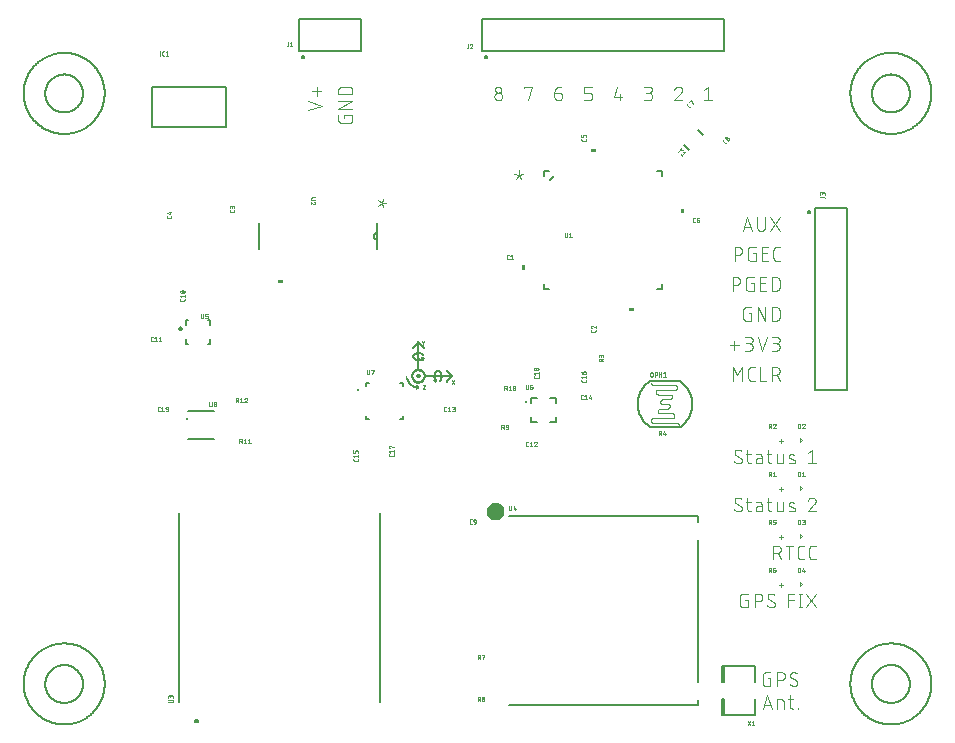
<source format=gbr>
G04 EAGLE Gerber RS-274X export*
G75*
%MOMM*%
%FSLAX34Y34*%
%LPD*%
%INSilkscreen Top*%
%IPPOS*%
%AMOC8*
5,1,8,0,0,1.08239X$1,22.5*%
G01*
%ADD10C,0.101600*%
%ADD11C,0.025400*%
%ADD12C,0.127000*%
%ADD13C,0.100000*%
%ADD14C,0.200000*%
%ADD15C,0.812800*%
%ADD16C,0.076200*%
%ADD17C,0.203200*%
%ADD18C,0.152400*%
%ADD19C,0.050800*%
%ADD20R,0.002538X0.002538*%
%ADD21R,0.022856X0.002538*%
%ADD22R,0.038100X0.002538*%
%ADD23R,0.043181X0.002538*%
%ADD24R,0.055875X0.002538*%
%ADD25R,0.060956X0.002538*%
%ADD26R,0.068581X0.002538*%
%ADD27R,0.073663X0.002538*%
%ADD28R,0.078738X0.002538*%
%ADD29R,0.083819X0.002538*%
%ADD30R,0.086356X0.002538*%
%ADD31R,0.088900X0.002538*%
%ADD32R,0.093981X0.002538*%
%ADD33R,0.101600X0.002538*%
%ADD34R,0.106681X0.002538*%
%ADD35R,0.111756X0.002538*%
%ADD36R,0.114300X0.002538*%
%ADD37R,0.116838X0.002538*%
%ADD38R,0.119375X0.002538*%
%ADD39R,0.121919X0.002538*%
%ADD40R,0.124456X0.002538*%
%ADD41R,0.129537X0.002538*%
%ADD42R,0.127000X0.002538*%
%ADD43R,0.132075X0.002538*%
%ADD44R,0.134619X0.002538*%
%ADD45R,0.132081X0.002538*%
%ADD46R,0.149856X0.002538*%
%ADD47R,0.170181X0.002538*%
%ADD48R,0.190500X0.002538*%
%ADD49R,0.205738X0.002538*%
%ADD50R,0.226056X0.002538*%
%ADD51R,0.241300X0.002538*%
%ADD52R,0.256538X0.002538*%
%ADD53R,0.266700X0.002538*%
%ADD54R,0.281938X0.002538*%
%ADD55R,0.292100X0.002538*%
%ADD56R,0.302262X0.002538*%
%ADD57R,0.312419X0.002538*%
%ADD58R,0.325119X0.002538*%
%ADD59R,0.332738X0.002538*%
%ADD60R,0.340356X0.002538*%
%ADD61R,0.347975X0.002538*%
%ADD62R,0.360675X0.002538*%
%ADD63R,0.363219X0.002538*%
%ADD64R,0.373381X0.002538*%
%ADD65R,0.388619X0.002538*%
%ADD66R,0.393700X0.002538*%
%ADD67R,0.398781X0.002538*%
%ADD68R,0.398775X0.002538*%
%ADD69R,0.411481X0.002538*%
%ADD70R,0.411475X0.002538*%
%ADD71R,0.419100X0.002538*%
%ADD72R,0.416556X0.002538*%
%ADD73R,0.426719X0.002538*%
%ADD74R,0.424175X0.002538*%
%ADD75R,0.429263X0.002538*%
%ADD76R,0.429256X0.002538*%
%ADD77R,0.434338X0.002538*%
%ADD78R,0.297175X0.002538*%
%ADD79R,0.287019X0.002538*%
%ADD80R,0.271775X0.002538*%
%ADD81R,0.124463X0.002538*%
%ADD82R,0.271781X0.002538*%
%ADD83R,0.231138X0.002538*%
%ADD84R,0.236219X0.002538*%
%ADD85R,0.226062X0.002538*%
%ADD86R,0.215900X0.002538*%
%ADD87R,0.213356X0.002538*%
%ADD88R,0.210819X0.002538*%
%ADD89R,0.203200X0.002538*%
%ADD90R,0.200663X0.002538*%
%ADD91R,0.195575X0.002538*%
%ADD92R,0.200656X0.002538*%
%ADD93R,0.119381X0.002538*%
%ADD94R,0.195581X0.002538*%
%ADD95R,0.185419X0.002538*%
%ADD96R,0.180338X0.002538*%
%ADD97R,0.175263X0.002538*%
%ADD98R,0.109219X0.002538*%
%ADD99R,0.175256X0.002538*%
%ADD100R,0.104138X0.002538*%
%ADD101R,0.170175X0.002538*%
%ADD102R,0.096519X0.002538*%
%ADD103R,0.091438X0.002538*%
%ADD104R,0.165100X0.002538*%
%ADD105R,0.081281X0.002538*%
%ADD106R,0.073656X0.002538*%
%ADD107R,0.068575X0.002538*%
%ADD108R,0.160019X0.002538*%
%ADD109R,0.063500X0.002538*%
%ADD110R,0.053338X0.002538*%
%ADD111R,0.050800X0.002538*%
%ADD112R,0.154938X0.002538*%
%ADD113R,0.033019X0.002538*%
%ADD114R,0.149863X0.002538*%
%ADD115R,0.147319X0.002538*%
%ADD116R,0.144781X0.002538*%
%ADD117R,0.142238X0.002538*%
%ADD118R,0.139700X0.002538*%
%ADD119R,0.144775X0.002538*%
%ADD120R,0.106675X0.002538*%
%ADD121R,0.251456X0.002538*%
%ADD122R,0.307338X0.002538*%
%ADD123R,0.342900X0.002538*%
%ADD124R,0.373375X0.002538*%
%ADD125R,0.408938X0.002538*%
%ADD126R,0.424181X0.002538*%
%ADD127R,0.449575X0.002538*%
%ADD128R,0.459738X0.002538*%
%ADD129R,0.474981X0.002538*%
%ADD130R,0.099063X0.002538*%
%ADD131R,0.480056X0.002538*%
%ADD132R,0.495300X0.002538*%
%ADD133R,0.500381X0.002538*%
%ADD134R,0.515619X0.002538*%
%ADD135R,0.099056X0.002538*%
%ADD136R,0.525775X0.002538*%
%ADD137R,0.535938X0.002538*%
%ADD138R,0.543556X0.002538*%
%ADD139R,0.556256X0.002538*%
%ADD140R,0.561338X0.002538*%
%ADD141R,0.576581X0.002538*%
%ADD142R,0.581656X0.002538*%
%ADD143R,0.591819X0.002538*%
%ADD144R,0.048256X0.002538*%
%ADD145R,0.601981X0.002538*%
%ADD146R,0.607056X0.002538*%
%ADD147R,0.617219X0.002538*%
%ADD148R,0.627381X0.002538*%
%ADD149R,0.632456X0.002538*%
%ADD150R,0.642619X0.002538*%
%ADD151R,0.647700X0.002538*%
%ADD152R,0.017781X0.002538*%
%ADD153R,0.657856X0.002538*%
%ADD154R,0.662938X0.002538*%
%ADD155R,0.673100X0.002538*%
%ADD156R,0.678175X0.002538*%
%ADD157R,0.685800X0.002538*%
%ADD158R,0.693419X0.002538*%
%ADD159R,0.698500X0.002538*%
%ADD160R,0.005081X0.002538*%
%ADD161R,0.093975X0.002538*%
%ADD162R,0.703581X0.002538*%
%ADD163R,0.010156X0.002538*%
%ADD164R,0.713738X0.002538*%
%ADD165R,0.017775X0.002538*%
%ADD166R,0.718819X0.002538*%
%ADD167R,0.728981X0.002538*%
%ADD168R,0.027938X0.002538*%
%ADD169R,0.327656X0.002538*%
%ADD170R,0.035563X0.002538*%
%ADD171R,0.289563X0.002538*%
%ADD172R,0.152400X0.002538*%
%ADD173R,0.274319X0.002538*%
%ADD174R,0.276856X0.002538*%
%ADD175R,0.058419X0.002538*%
%ADD176R,0.259081X0.002538*%
%ADD177R,0.261619X0.002538*%
%ADD178R,0.157475X0.002538*%
%ADD179R,0.162556X0.002538*%
%ADD180R,0.248919X0.002538*%
%ADD181R,0.071119X0.002538*%
%ADD182R,0.246375X0.002538*%
%ADD183R,0.076200X0.002538*%
%ADD184R,0.238763X0.002538*%
%ADD185R,0.233675X0.002538*%
%ADD186R,0.167637X0.002538*%
%ADD187R,0.172719X0.002538*%
%ADD188R,0.223519X0.002538*%
%ADD189R,0.177800X0.002538*%
%ADD190R,0.220981X0.002538*%
%ADD191R,0.220975X0.002538*%
%ADD192R,0.193038X0.002538*%
%ADD193R,0.208281X0.002538*%
%ADD194R,0.198119X0.002538*%
%ADD195R,0.228600X0.002538*%
%ADD196R,0.182881X0.002538*%
%ADD197R,0.187956X0.002538*%
%ADD198R,0.238756X0.002538*%
%ADD199R,0.187963X0.002538*%
%ADD200R,0.182875X0.002538*%
%ADD201R,0.243838X0.002538*%
%ADD202R,0.233681X0.002538*%
%ADD203R,0.162562X0.002538*%
%ADD204R,0.157481X0.002538*%
%ADD205R,0.081275X0.002538*%
%ADD206R,0.086363X0.002538*%
%ADD207R,0.066037X0.002538*%
%ADD208R,0.137156X0.002538*%
%ADD209R,0.137162X0.002538*%
%ADD210R,0.007619X0.002538*%
%ADD211R,0.218438X0.002538*%
%ADD212R,0.246381X0.002538*%
%ADD213R,0.787400X0.002538*%
%ADD214R,1.422400X0.002538*%
%ADD215R,0.784856X0.002538*%
%ADD216R,1.229356X0.002538*%
%ADD217R,0.254000X0.002538*%
%ADD218R,1.430019X0.002538*%
%ADD219R,1.234438X0.002538*%
%ADD220R,1.435100X0.002538*%
%ADD221R,0.782319X0.002538*%
%ADD222R,1.239519X0.002538*%
%ADD223R,1.440181X0.002538*%
%ADD224R,0.264156X0.002538*%
%ADD225R,1.247138X0.002538*%
%ADD226R,1.445256X0.002538*%
%ADD227R,0.779781X0.002538*%
%ADD228R,1.249675X0.002538*%
%ADD229R,0.269238X0.002538*%
%ADD230R,1.447800X0.002538*%
%ADD231R,1.252219X0.002538*%
%ADD232R,1.450338X0.002538*%
%ADD233R,1.257300X0.002538*%
%ADD234R,1.452881X0.002538*%
%ADD235R,1.455419X0.002538*%
%ADD236R,1.259838X0.002538*%
%ADD237R,1.457956X0.002538*%
%ADD238R,1.262375X0.002538*%
%ADD239R,0.279400X0.002538*%
%ADD240R,1.460500X0.002538*%
%ADD241R,0.784863X0.002538*%
%ADD242R,1.254756X0.002538*%
%ADD243R,0.789938X0.002538*%
%ADD244R,1.440175X0.002538*%
%ADD245R,1.432556X0.002538*%
%ADD246R,1.242056X0.002538*%
%ADD247R,1.427475X0.002538*%
%ADD248R,0.792475X0.002538*%
%ADD249R,1.236975X0.002538*%
%ADD250R,1.419863X0.002538*%
%ADD251R,0.795019X0.002538*%
%ADD252R,1.231900X0.002538*%
%ADD253R,1.414781X0.002538*%
%ADD254R,1.226819X0.002538*%
%ADD255R,0.111763X0.002538*%
%ADD256R,0.337819X0.002538*%
%ADD257R,0.322575X0.002538*%
%ADD258R,0.317500X0.002538*%
%ADD259R,0.302256X0.002538*%
%ADD260R,0.251463X0.002538*%
%ADD261R,0.309875X0.002538*%
%ADD262R,0.345438X0.002538*%
%ADD263R,0.723900X0.002538*%
%ADD264R,0.708656X0.002538*%
%ADD265R,0.690881X0.002538*%
%ADD266R,0.683256X0.002538*%
%ADD267R,0.678181X0.002538*%
%ADD268R,0.670556X0.002538*%
%ADD269R,0.652781X0.002538*%
%ADD270R,0.640081X0.002538*%
%ADD271R,0.622300X0.002538*%
%ADD272R,0.599438X0.002538*%
%ADD273R,0.586738X0.002538*%
%ADD274R,0.043175X0.002538*%
%ADD275R,0.571500X0.002538*%
%ADD276R,0.563881X0.002538*%
%ADD277R,0.551181X0.002538*%
%ADD278R,0.546100X0.002538*%
%ADD279R,0.530856X0.002538*%
%ADD280R,0.525781X0.002538*%
%ADD281R,0.510537X0.002538*%
%ADD282R,0.505456X0.002538*%
%ADD283R,0.490219X0.002538*%
%ADD284R,0.469900X0.002538*%
%ADD285R,0.454656X0.002538*%
%ADD286R,0.439419X0.002538*%
%ADD287R,0.403856X0.002538*%
%ADD288R,0.358137X0.002538*%
%ADD289R,0.030475X0.002538*%
%ADD290R,0.012700X0.002538*%
%ADD291R,0.040638X0.002538*%
%ADD292R,0.055881X0.002538*%
%ADD293R,0.368300X0.002538*%
%ADD294R,0.383538X0.002538*%
%ADD295R,0.485137X0.002538*%
%ADD296R,0.530863X0.002538*%
%ADD297R,0.541019X0.002538*%
%ADD298R,0.556262X0.002538*%
%ADD299R,0.604519X0.002538*%
%ADD300R,0.612138X0.002538*%
%ADD301R,0.297181X0.002538*%
%ADD302R,0.284481X0.002538*%
%ADD303R,0.264163X0.002538*%
%ADD304R,0.015238X0.002538*%
%ADD305R,0.025400X0.002538*%
%ADD306R,0.045719X0.002538*%
%ADD307R,0.208275X0.002538*%
%ADD308R,0.020319X0.002538*%
%ADD309R,0.048262X0.002538*%
%ADD310R,0.487681X0.002538*%
%ADD311R,0.477519X0.002538*%
%ADD312R,0.462281X0.002538*%
%ADD313R,0.457200X0.002538*%
%ADD314R,0.449581X0.002538*%
%ADD315R,0.447038X0.002538*%
%ADD316R,0.436881X0.002538*%
%ADD317R,0.421637X0.002538*%
%ADD318R,0.406400X0.002538*%
%ADD319R,0.396238X0.002538*%
%ADD320R,0.381000X0.002538*%
%ADD321R,0.375919X0.002538*%
%ADD322R,0.365756X0.002538*%
%ADD323R,0.355600X0.002538*%
%ADD324R,0.347981X0.002538*%
%ADD325R,0.335281X0.002538*%
%ADD326R,0.314956X0.002538*%
%ADD327R,0.299719X0.002538*%
%ADD328R,0.294637X0.002538*%

G36*
X400307Y500255D02*
X400307Y500255D01*
X400309Y500254D01*
X400352Y500274D01*
X400396Y500292D01*
X400396Y500294D01*
X400398Y500295D01*
X400431Y500380D01*
X400431Y502920D01*
X400430Y502922D01*
X400431Y502924D01*
X400411Y502967D01*
X400393Y503011D01*
X400391Y503011D01*
X400390Y503013D01*
X400305Y503046D01*
X396495Y503046D01*
X396493Y503045D01*
X396491Y503046D01*
X396448Y503026D01*
X396404Y503008D01*
X396404Y503006D01*
X396402Y503005D01*
X396369Y502920D01*
X396369Y500380D01*
X396370Y500378D01*
X396369Y500376D01*
X396389Y500333D01*
X396407Y500289D01*
X396409Y500289D01*
X396410Y500287D01*
X396495Y500254D01*
X400305Y500254D01*
X400307Y500255D01*
G37*
G36*
X474982Y448310D02*
X474982Y448310D01*
X474984Y448309D01*
X475027Y448329D01*
X475071Y448347D01*
X475071Y448349D01*
X475073Y448350D01*
X475106Y448435D01*
X475106Y452245D01*
X475105Y452247D01*
X475106Y452249D01*
X475086Y452292D01*
X475068Y452336D01*
X475066Y452336D01*
X475065Y452338D01*
X474980Y452371D01*
X472440Y452371D01*
X472438Y452370D01*
X472436Y452371D01*
X472393Y452351D01*
X472349Y452333D01*
X472349Y452331D01*
X472347Y452330D01*
X472314Y452245D01*
X472314Y448435D01*
X472315Y448433D01*
X472314Y448431D01*
X472334Y448388D01*
X472352Y448344D01*
X472354Y448344D01*
X472355Y448342D01*
X472440Y448309D01*
X474980Y448309D01*
X474982Y448310D01*
G37*
G36*
X340362Y400310D02*
X340362Y400310D01*
X340364Y400309D01*
X340407Y400329D01*
X340451Y400347D01*
X340451Y400349D01*
X340453Y400350D01*
X340486Y400435D01*
X340486Y404245D01*
X340485Y404247D01*
X340486Y404249D01*
X340466Y404292D01*
X340448Y404336D01*
X340446Y404336D01*
X340445Y404338D01*
X340360Y404371D01*
X337820Y404371D01*
X337818Y404370D01*
X337816Y404371D01*
X337773Y404351D01*
X337729Y404333D01*
X337729Y404331D01*
X337727Y404330D01*
X337694Y404245D01*
X337694Y400435D01*
X337695Y400433D01*
X337694Y400431D01*
X337714Y400388D01*
X337732Y400344D01*
X337734Y400344D01*
X337735Y400342D01*
X337820Y400309D01*
X340360Y400309D01*
X340362Y400310D01*
G37*
G36*
X135257Y389511D02*
X135257Y389511D01*
X135259Y389510D01*
X135302Y389530D01*
X135346Y389548D01*
X135346Y389550D01*
X135348Y389551D01*
X135381Y389636D01*
X135381Y392176D01*
X135380Y392178D01*
X135381Y392180D01*
X135361Y392223D01*
X135343Y392267D01*
X135341Y392267D01*
X135340Y392269D01*
X135255Y392302D01*
X131445Y392302D01*
X131443Y392301D01*
X131441Y392302D01*
X131398Y392282D01*
X131354Y392264D01*
X131354Y392262D01*
X131352Y392261D01*
X131319Y392176D01*
X131319Y389636D01*
X131320Y389634D01*
X131319Y389632D01*
X131339Y389589D01*
X131357Y389545D01*
X131359Y389545D01*
X131360Y389543D01*
X131445Y389510D01*
X135255Y389510D01*
X135257Y389511D01*
G37*
G36*
X432307Y365635D02*
X432307Y365635D01*
X432309Y365634D01*
X432352Y365654D01*
X432396Y365672D01*
X432396Y365674D01*
X432398Y365675D01*
X432431Y365760D01*
X432431Y368300D01*
X432430Y368302D01*
X432431Y368304D01*
X432411Y368347D01*
X432393Y368391D01*
X432391Y368391D01*
X432390Y368393D01*
X432305Y368426D01*
X428495Y368426D01*
X428493Y368425D01*
X428491Y368426D01*
X428448Y368406D01*
X428404Y368388D01*
X428404Y368386D01*
X428402Y368385D01*
X428369Y368300D01*
X428369Y365760D01*
X428370Y365758D01*
X428369Y365756D01*
X428389Y365713D01*
X428407Y365669D01*
X428409Y365669D01*
X428410Y365667D01*
X428495Y365634D01*
X432305Y365634D01*
X432307Y365635D01*
G37*
D10*
X156718Y535771D02*
X168402Y539665D01*
X156718Y543560D01*
X163858Y547963D02*
X163858Y555752D01*
X159964Y551857D02*
X167753Y551857D01*
X187311Y531368D02*
X187311Y529421D01*
X187311Y531368D02*
X193802Y531368D01*
X193802Y527473D01*
X193800Y527374D01*
X193794Y527274D01*
X193785Y527175D01*
X193772Y527077D01*
X193755Y526979D01*
X193734Y526881D01*
X193709Y526785D01*
X193681Y526690D01*
X193649Y526596D01*
X193614Y526503D01*
X193575Y526411D01*
X193532Y526321D01*
X193487Y526233D01*
X193437Y526146D01*
X193385Y526062D01*
X193329Y525979D01*
X193271Y525899D01*
X193209Y525821D01*
X193144Y525746D01*
X193076Y525673D01*
X193006Y525603D01*
X192933Y525535D01*
X192858Y525470D01*
X192780Y525408D01*
X192700Y525350D01*
X192617Y525294D01*
X192533Y525242D01*
X192446Y525192D01*
X192358Y525147D01*
X192268Y525104D01*
X192176Y525065D01*
X192083Y525030D01*
X191989Y524998D01*
X191894Y524970D01*
X191798Y524945D01*
X191700Y524924D01*
X191602Y524907D01*
X191504Y524894D01*
X191405Y524885D01*
X191305Y524879D01*
X191206Y524877D01*
X184714Y524877D01*
X184714Y524876D02*
X184615Y524878D01*
X184515Y524884D01*
X184416Y524893D01*
X184318Y524906D01*
X184220Y524924D01*
X184122Y524944D01*
X184026Y524969D01*
X183930Y524997D01*
X183836Y525029D01*
X183743Y525064D01*
X183652Y525103D01*
X183562Y525146D01*
X183473Y525191D01*
X183387Y525241D01*
X183302Y525293D01*
X183220Y525349D01*
X183140Y525408D01*
X183062Y525469D01*
X182986Y525534D01*
X182913Y525602D01*
X182843Y525672D01*
X182775Y525745D01*
X182710Y525821D01*
X182649Y525899D01*
X182590Y525979D01*
X182534Y526061D01*
X182482Y526146D01*
X182433Y526232D01*
X182387Y526321D01*
X182344Y526411D01*
X182305Y526502D01*
X182270Y526595D01*
X182238Y526689D01*
X182210Y526785D01*
X182185Y526881D01*
X182165Y526979D01*
X182147Y527077D01*
X182134Y527175D01*
X182125Y527274D01*
X182119Y527373D01*
X182117Y527473D01*
X182118Y527473D02*
X182118Y531368D01*
X182118Y537069D02*
X193802Y537069D01*
X193802Y543560D02*
X182118Y537069D01*
X182118Y543560D02*
X193802Y543560D01*
X193802Y549261D02*
X182118Y549261D01*
X182118Y552506D01*
X182120Y552619D01*
X182126Y552732D01*
X182136Y552845D01*
X182150Y552958D01*
X182167Y553070D01*
X182189Y553181D01*
X182214Y553291D01*
X182244Y553401D01*
X182277Y553509D01*
X182314Y553616D01*
X182354Y553722D01*
X182399Y553826D01*
X182447Y553929D01*
X182498Y554030D01*
X182553Y554129D01*
X182611Y554226D01*
X182673Y554321D01*
X182738Y554414D01*
X182806Y554504D01*
X182877Y554592D01*
X182952Y554678D01*
X183029Y554761D01*
X183109Y554841D01*
X183192Y554918D01*
X183278Y554993D01*
X183366Y555064D01*
X183456Y555132D01*
X183549Y555197D01*
X183644Y555259D01*
X183741Y555317D01*
X183840Y555372D01*
X183941Y555423D01*
X184044Y555471D01*
X184148Y555516D01*
X184254Y555556D01*
X184361Y555593D01*
X184469Y555626D01*
X184579Y555656D01*
X184689Y555681D01*
X184800Y555703D01*
X184912Y555720D01*
X185025Y555734D01*
X185138Y555744D01*
X185251Y555750D01*
X185364Y555752D01*
X190556Y555752D01*
X190669Y555750D01*
X190782Y555744D01*
X190895Y555734D01*
X191008Y555720D01*
X191120Y555703D01*
X191231Y555681D01*
X191341Y555656D01*
X191451Y555626D01*
X191559Y555593D01*
X191666Y555556D01*
X191772Y555516D01*
X191876Y555471D01*
X191979Y555423D01*
X192080Y555372D01*
X192179Y555317D01*
X192276Y555259D01*
X192371Y555197D01*
X192464Y555132D01*
X192554Y555064D01*
X192642Y554993D01*
X192728Y554918D01*
X192811Y554841D01*
X192891Y554761D01*
X192968Y554678D01*
X193043Y554592D01*
X193114Y554504D01*
X193182Y554414D01*
X193247Y554321D01*
X193309Y554226D01*
X193367Y554129D01*
X193422Y554030D01*
X193473Y553929D01*
X193521Y553826D01*
X193566Y553722D01*
X193606Y553616D01*
X193643Y553509D01*
X193676Y553401D01*
X193706Y553291D01*
X193731Y553181D01*
X193753Y553070D01*
X193770Y552958D01*
X193784Y552845D01*
X193794Y552732D01*
X193800Y552619D01*
X193802Y552506D01*
X193802Y549261D01*
X516153Y318262D02*
X516153Y306578D01*
X520048Y311771D02*
X516153Y318262D01*
X520048Y311771D02*
X523943Y318262D01*
X523943Y306578D01*
X531939Y306578D02*
X534535Y306578D01*
X531939Y306578D02*
X531840Y306580D01*
X531740Y306586D01*
X531641Y306595D01*
X531543Y306608D01*
X531445Y306625D01*
X531347Y306646D01*
X531251Y306671D01*
X531156Y306699D01*
X531062Y306731D01*
X530969Y306766D01*
X530877Y306805D01*
X530787Y306848D01*
X530699Y306893D01*
X530612Y306943D01*
X530528Y306995D01*
X530445Y307051D01*
X530365Y307109D01*
X530287Y307171D01*
X530212Y307236D01*
X530139Y307304D01*
X530069Y307374D01*
X530001Y307447D01*
X529936Y307522D01*
X529874Y307600D01*
X529816Y307680D01*
X529760Y307763D01*
X529708Y307847D01*
X529658Y307934D01*
X529613Y308022D01*
X529570Y308112D01*
X529531Y308204D01*
X529496Y308297D01*
X529464Y308391D01*
X529436Y308486D01*
X529411Y308582D01*
X529390Y308680D01*
X529373Y308778D01*
X529360Y308876D01*
X529351Y308975D01*
X529345Y309075D01*
X529343Y309174D01*
X529342Y309174D02*
X529342Y315666D01*
X529343Y315666D02*
X529345Y315765D01*
X529351Y315865D01*
X529360Y315964D01*
X529373Y316062D01*
X529390Y316160D01*
X529411Y316258D01*
X529436Y316354D01*
X529464Y316449D01*
X529496Y316543D01*
X529531Y316636D01*
X529570Y316728D01*
X529613Y316818D01*
X529658Y316906D01*
X529708Y316993D01*
X529760Y317077D01*
X529816Y317160D01*
X529874Y317240D01*
X529936Y317318D01*
X530001Y317393D01*
X530069Y317466D01*
X530139Y317536D01*
X530212Y317604D01*
X530287Y317669D01*
X530365Y317731D01*
X530445Y317789D01*
X530528Y317845D01*
X530612Y317897D01*
X530699Y317947D01*
X530787Y317992D01*
X530877Y318035D01*
X530969Y318074D01*
X531061Y318109D01*
X531156Y318141D01*
X531251Y318169D01*
X531347Y318194D01*
X531445Y318215D01*
X531543Y318232D01*
X531641Y318245D01*
X531740Y318254D01*
X531840Y318260D01*
X531939Y318262D01*
X534535Y318262D01*
X539304Y318262D02*
X539304Y306578D01*
X544497Y306578D01*
X549261Y306578D02*
X549261Y318262D01*
X552506Y318262D01*
X552619Y318260D01*
X552732Y318254D01*
X552845Y318244D01*
X552958Y318230D01*
X553070Y318213D01*
X553181Y318191D01*
X553291Y318166D01*
X553401Y318136D01*
X553509Y318103D01*
X553616Y318066D01*
X553722Y318026D01*
X553826Y317981D01*
X553929Y317933D01*
X554030Y317882D01*
X554129Y317827D01*
X554226Y317769D01*
X554321Y317707D01*
X554414Y317642D01*
X554504Y317574D01*
X554592Y317503D01*
X554678Y317428D01*
X554761Y317351D01*
X554841Y317271D01*
X554918Y317188D01*
X554993Y317102D01*
X555064Y317014D01*
X555132Y316924D01*
X555197Y316831D01*
X555259Y316736D01*
X555317Y316639D01*
X555372Y316540D01*
X555423Y316439D01*
X555471Y316336D01*
X555516Y316232D01*
X555556Y316126D01*
X555593Y316019D01*
X555626Y315911D01*
X555656Y315801D01*
X555681Y315691D01*
X555703Y315580D01*
X555720Y315468D01*
X555734Y315355D01*
X555744Y315242D01*
X555750Y315129D01*
X555752Y315016D01*
X555750Y314903D01*
X555744Y314790D01*
X555734Y314677D01*
X555720Y314564D01*
X555703Y314452D01*
X555681Y314341D01*
X555656Y314231D01*
X555626Y314121D01*
X555593Y314013D01*
X555556Y313906D01*
X555516Y313800D01*
X555471Y313696D01*
X555423Y313593D01*
X555372Y313492D01*
X555317Y313393D01*
X555259Y313296D01*
X555197Y313201D01*
X555132Y313108D01*
X555064Y313018D01*
X554993Y312930D01*
X554918Y312844D01*
X554841Y312761D01*
X554761Y312681D01*
X554678Y312604D01*
X554592Y312529D01*
X554504Y312458D01*
X554414Y312390D01*
X554321Y312325D01*
X554226Y312263D01*
X554129Y312205D01*
X554030Y312150D01*
X553929Y312099D01*
X553826Y312051D01*
X553722Y312006D01*
X553616Y311966D01*
X553509Y311929D01*
X553401Y311896D01*
X553291Y311866D01*
X553181Y311841D01*
X553070Y311819D01*
X552958Y311802D01*
X552845Y311788D01*
X552732Y311778D01*
X552619Y311772D01*
X552506Y311770D01*
X552506Y311771D02*
X549261Y311771D01*
X553156Y311771D02*
X555752Y306578D01*
X521349Y336522D02*
X513560Y336522D01*
X517455Y340416D02*
X517455Y332627D01*
X526401Y331978D02*
X529646Y331978D01*
X529759Y331980D01*
X529872Y331986D01*
X529985Y331996D01*
X530098Y332010D01*
X530210Y332027D01*
X530321Y332049D01*
X530431Y332074D01*
X530541Y332104D01*
X530649Y332137D01*
X530756Y332174D01*
X530862Y332214D01*
X530966Y332259D01*
X531069Y332307D01*
X531170Y332358D01*
X531269Y332413D01*
X531366Y332471D01*
X531461Y332533D01*
X531554Y332598D01*
X531644Y332666D01*
X531732Y332737D01*
X531818Y332812D01*
X531901Y332889D01*
X531981Y332969D01*
X532058Y333052D01*
X532133Y333138D01*
X532204Y333226D01*
X532272Y333316D01*
X532337Y333409D01*
X532399Y333504D01*
X532457Y333601D01*
X532512Y333700D01*
X532563Y333801D01*
X532611Y333904D01*
X532656Y334008D01*
X532696Y334114D01*
X532733Y334221D01*
X532766Y334329D01*
X532796Y334439D01*
X532821Y334549D01*
X532843Y334660D01*
X532860Y334772D01*
X532874Y334885D01*
X532884Y334998D01*
X532890Y335111D01*
X532892Y335224D01*
X532890Y335337D01*
X532884Y335450D01*
X532874Y335563D01*
X532860Y335676D01*
X532843Y335788D01*
X532821Y335899D01*
X532796Y336009D01*
X532766Y336119D01*
X532733Y336227D01*
X532696Y336334D01*
X532656Y336440D01*
X532611Y336544D01*
X532563Y336647D01*
X532512Y336748D01*
X532457Y336847D01*
X532399Y336944D01*
X532337Y337039D01*
X532272Y337132D01*
X532204Y337222D01*
X532133Y337310D01*
X532058Y337396D01*
X531981Y337479D01*
X531901Y337559D01*
X531818Y337636D01*
X531732Y337711D01*
X531644Y337782D01*
X531554Y337850D01*
X531461Y337915D01*
X531366Y337977D01*
X531269Y338035D01*
X531170Y338090D01*
X531069Y338141D01*
X530966Y338189D01*
X530862Y338234D01*
X530756Y338274D01*
X530649Y338311D01*
X530541Y338344D01*
X530431Y338374D01*
X530321Y338399D01*
X530210Y338421D01*
X530098Y338438D01*
X529985Y338452D01*
X529872Y338462D01*
X529759Y338468D01*
X529646Y338470D01*
X530296Y343662D02*
X526401Y343662D01*
X530296Y343662D02*
X530397Y343660D01*
X530497Y343654D01*
X530597Y343644D01*
X530697Y343631D01*
X530796Y343613D01*
X530895Y343592D01*
X530992Y343567D01*
X531089Y343538D01*
X531184Y343505D01*
X531278Y343469D01*
X531370Y343429D01*
X531461Y343386D01*
X531550Y343339D01*
X531637Y343289D01*
X531723Y343235D01*
X531806Y343178D01*
X531886Y343118D01*
X531965Y343055D01*
X532041Y342988D01*
X532114Y342919D01*
X532184Y342847D01*
X532252Y342773D01*
X532317Y342696D01*
X532378Y342616D01*
X532437Y342534D01*
X532492Y342450D01*
X532544Y342364D01*
X532593Y342276D01*
X532638Y342186D01*
X532680Y342094D01*
X532718Y342001D01*
X532752Y341906D01*
X532783Y341811D01*
X532810Y341714D01*
X532833Y341616D01*
X532853Y341517D01*
X532868Y341417D01*
X532880Y341317D01*
X532888Y341217D01*
X532892Y341116D01*
X532892Y341016D01*
X532888Y340915D01*
X532880Y340815D01*
X532868Y340715D01*
X532853Y340615D01*
X532833Y340516D01*
X532810Y340418D01*
X532783Y340321D01*
X532752Y340226D01*
X532718Y340131D01*
X532680Y340038D01*
X532638Y339946D01*
X532593Y339856D01*
X532544Y339768D01*
X532492Y339682D01*
X532437Y339598D01*
X532378Y339516D01*
X532317Y339436D01*
X532252Y339359D01*
X532184Y339285D01*
X532114Y339213D01*
X532041Y339144D01*
X531965Y339077D01*
X531886Y339014D01*
X531806Y338954D01*
X531723Y338897D01*
X531637Y338843D01*
X531550Y338793D01*
X531461Y338746D01*
X531370Y338703D01*
X531278Y338663D01*
X531184Y338627D01*
X531089Y338594D01*
X530992Y338565D01*
X530895Y338540D01*
X530796Y338519D01*
X530697Y338501D01*
X530597Y338488D01*
X530497Y338478D01*
X530397Y338472D01*
X530296Y338470D01*
X530296Y338469D02*
X527699Y338469D01*
X537182Y343662D02*
X541076Y331978D01*
X544971Y343662D01*
X549261Y331978D02*
X552506Y331978D01*
X552619Y331980D01*
X552732Y331986D01*
X552845Y331996D01*
X552958Y332010D01*
X553070Y332027D01*
X553181Y332049D01*
X553291Y332074D01*
X553401Y332104D01*
X553509Y332137D01*
X553616Y332174D01*
X553722Y332214D01*
X553826Y332259D01*
X553929Y332307D01*
X554030Y332358D01*
X554129Y332413D01*
X554226Y332471D01*
X554321Y332533D01*
X554414Y332598D01*
X554504Y332666D01*
X554592Y332737D01*
X554678Y332812D01*
X554761Y332889D01*
X554841Y332969D01*
X554918Y333052D01*
X554993Y333138D01*
X555064Y333226D01*
X555132Y333316D01*
X555197Y333409D01*
X555259Y333504D01*
X555317Y333601D01*
X555372Y333700D01*
X555423Y333801D01*
X555471Y333904D01*
X555516Y334008D01*
X555556Y334114D01*
X555593Y334221D01*
X555626Y334329D01*
X555656Y334439D01*
X555681Y334549D01*
X555703Y334660D01*
X555720Y334772D01*
X555734Y334885D01*
X555744Y334998D01*
X555750Y335111D01*
X555752Y335224D01*
X555750Y335337D01*
X555744Y335450D01*
X555734Y335563D01*
X555720Y335676D01*
X555703Y335788D01*
X555681Y335899D01*
X555656Y336009D01*
X555626Y336119D01*
X555593Y336227D01*
X555556Y336334D01*
X555516Y336440D01*
X555471Y336544D01*
X555423Y336647D01*
X555372Y336748D01*
X555317Y336847D01*
X555259Y336944D01*
X555197Y337039D01*
X555132Y337132D01*
X555064Y337222D01*
X554993Y337310D01*
X554918Y337396D01*
X554841Y337479D01*
X554761Y337559D01*
X554678Y337636D01*
X554592Y337711D01*
X554504Y337782D01*
X554414Y337850D01*
X554321Y337915D01*
X554226Y337977D01*
X554129Y338035D01*
X554030Y338090D01*
X553929Y338141D01*
X553826Y338189D01*
X553722Y338234D01*
X553616Y338274D01*
X553509Y338311D01*
X553401Y338344D01*
X553291Y338374D01*
X553181Y338399D01*
X553070Y338421D01*
X552958Y338438D01*
X552845Y338452D01*
X552732Y338462D01*
X552619Y338468D01*
X552506Y338470D01*
X553156Y343662D02*
X549261Y343662D01*
X553156Y343662D02*
X553257Y343660D01*
X553357Y343654D01*
X553457Y343644D01*
X553557Y343631D01*
X553656Y343613D01*
X553755Y343592D01*
X553852Y343567D01*
X553949Y343538D01*
X554044Y343505D01*
X554138Y343469D01*
X554230Y343429D01*
X554321Y343386D01*
X554410Y343339D01*
X554497Y343289D01*
X554583Y343235D01*
X554666Y343178D01*
X554746Y343118D01*
X554825Y343055D01*
X554901Y342988D01*
X554974Y342919D01*
X555044Y342847D01*
X555112Y342773D01*
X555177Y342696D01*
X555238Y342616D01*
X555297Y342534D01*
X555352Y342450D01*
X555404Y342364D01*
X555453Y342276D01*
X555498Y342186D01*
X555540Y342094D01*
X555578Y342001D01*
X555612Y341906D01*
X555643Y341811D01*
X555670Y341714D01*
X555693Y341616D01*
X555713Y341517D01*
X555728Y341417D01*
X555740Y341317D01*
X555748Y341217D01*
X555752Y341116D01*
X555752Y341016D01*
X555748Y340915D01*
X555740Y340815D01*
X555728Y340715D01*
X555713Y340615D01*
X555693Y340516D01*
X555670Y340418D01*
X555643Y340321D01*
X555612Y340226D01*
X555578Y340131D01*
X555540Y340038D01*
X555498Y339946D01*
X555453Y339856D01*
X555404Y339768D01*
X555352Y339682D01*
X555297Y339598D01*
X555238Y339516D01*
X555177Y339436D01*
X555112Y339359D01*
X555044Y339285D01*
X554974Y339213D01*
X554901Y339144D01*
X554825Y339077D01*
X554746Y339014D01*
X554666Y338954D01*
X554583Y338897D01*
X554497Y338843D01*
X554410Y338793D01*
X554321Y338746D01*
X554230Y338703D01*
X554138Y338663D01*
X554044Y338627D01*
X553949Y338594D01*
X553852Y338565D01*
X553755Y338540D01*
X553656Y338519D01*
X553557Y338501D01*
X553457Y338488D01*
X553357Y338478D01*
X553257Y338472D01*
X553156Y338470D01*
X553156Y338469D02*
X550559Y338469D01*
X531368Y363869D02*
X529421Y363869D01*
X531368Y363869D02*
X531368Y357378D01*
X527473Y357378D01*
X527374Y357380D01*
X527274Y357386D01*
X527175Y357395D01*
X527077Y357408D01*
X526979Y357425D01*
X526881Y357446D01*
X526785Y357471D01*
X526690Y357499D01*
X526596Y357531D01*
X526503Y357566D01*
X526411Y357605D01*
X526321Y357648D01*
X526233Y357693D01*
X526146Y357743D01*
X526062Y357795D01*
X525979Y357851D01*
X525899Y357909D01*
X525821Y357971D01*
X525746Y358036D01*
X525673Y358104D01*
X525603Y358174D01*
X525535Y358247D01*
X525470Y358322D01*
X525408Y358400D01*
X525350Y358480D01*
X525294Y358563D01*
X525242Y358647D01*
X525192Y358734D01*
X525147Y358822D01*
X525104Y358912D01*
X525065Y359004D01*
X525030Y359097D01*
X524998Y359191D01*
X524970Y359286D01*
X524945Y359382D01*
X524924Y359480D01*
X524907Y359578D01*
X524894Y359676D01*
X524885Y359775D01*
X524879Y359875D01*
X524877Y359974D01*
X524877Y366466D01*
X524879Y366565D01*
X524885Y366665D01*
X524894Y366764D01*
X524907Y366862D01*
X524924Y366960D01*
X524945Y367058D01*
X524970Y367154D01*
X524998Y367249D01*
X525030Y367343D01*
X525065Y367436D01*
X525104Y367528D01*
X525147Y367618D01*
X525192Y367706D01*
X525242Y367793D01*
X525294Y367877D01*
X525350Y367960D01*
X525408Y368040D01*
X525470Y368118D01*
X525535Y368193D01*
X525603Y368266D01*
X525673Y368336D01*
X525746Y368404D01*
X525821Y368469D01*
X525899Y368531D01*
X525979Y368589D01*
X526062Y368645D01*
X526146Y368697D01*
X526233Y368747D01*
X526321Y368792D01*
X526411Y368835D01*
X526503Y368874D01*
X526595Y368909D01*
X526690Y368941D01*
X526785Y368969D01*
X526881Y368994D01*
X526979Y369015D01*
X527077Y369032D01*
X527175Y369045D01*
X527274Y369054D01*
X527374Y369060D01*
X527473Y369062D01*
X531368Y369062D01*
X537069Y369062D02*
X537069Y357378D01*
X543560Y357378D02*
X537069Y369062D01*
X543560Y369062D02*
X543560Y357378D01*
X549261Y357378D02*
X549261Y369062D01*
X552506Y369062D01*
X552619Y369060D01*
X552732Y369054D01*
X552845Y369044D01*
X552958Y369030D01*
X553070Y369013D01*
X553181Y368991D01*
X553291Y368966D01*
X553401Y368936D01*
X553509Y368903D01*
X553616Y368866D01*
X553722Y368826D01*
X553826Y368781D01*
X553929Y368733D01*
X554030Y368682D01*
X554129Y368627D01*
X554226Y368569D01*
X554321Y368507D01*
X554414Y368442D01*
X554504Y368374D01*
X554592Y368303D01*
X554678Y368228D01*
X554761Y368151D01*
X554841Y368071D01*
X554918Y367988D01*
X554993Y367902D01*
X555064Y367814D01*
X555132Y367724D01*
X555197Y367631D01*
X555259Y367536D01*
X555317Y367439D01*
X555372Y367340D01*
X555423Y367239D01*
X555471Y367136D01*
X555516Y367032D01*
X555556Y366926D01*
X555593Y366819D01*
X555626Y366711D01*
X555656Y366601D01*
X555681Y366491D01*
X555703Y366380D01*
X555720Y366268D01*
X555734Y366155D01*
X555744Y366042D01*
X555750Y365929D01*
X555752Y365816D01*
X555752Y360624D01*
X555750Y360511D01*
X555744Y360398D01*
X555734Y360285D01*
X555720Y360172D01*
X555703Y360060D01*
X555681Y359949D01*
X555656Y359839D01*
X555626Y359729D01*
X555593Y359621D01*
X555556Y359514D01*
X555516Y359408D01*
X555471Y359304D01*
X555423Y359201D01*
X555372Y359100D01*
X555317Y359001D01*
X555259Y358904D01*
X555197Y358809D01*
X555132Y358716D01*
X555064Y358626D01*
X554993Y358538D01*
X554918Y358452D01*
X554841Y358369D01*
X554761Y358289D01*
X554678Y358212D01*
X554592Y358137D01*
X554504Y358066D01*
X554414Y357998D01*
X554321Y357933D01*
X554226Y357871D01*
X554129Y357813D01*
X554030Y357758D01*
X553929Y357707D01*
X553826Y357659D01*
X553722Y357614D01*
X553616Y357574D01*
X553509Y357537D01*
X553401Y357504D01*
X553291Y357474D01*
X553181Y357449D01*
X553070Y357427D01*
X552958Y357410D01*
X552845Y357396D01*
X552732Y357386D01*
X552619Y357380D01*
X552506Y357378D01*
X549261Y357378D01*
X515902Y382778D02*
X515902Y394462D01*
X519148Y394462D01*
X519261Y394460D01*
X519374Y394454D01*
X519487Y394444D01*
X519600Y394430D01*
X519712Y394413D01*
X519823Y394391D01*
X519933Y394366D01*
X520043Y394336D01*
X520151Y394303D01*
X520258Y394266D01*
X520364Y394226D01*
X520468Y394181D01*
X520571Y394133D01*
X520672Y394082D01*
X520771Y394027D01*
X520868Y393969D01*
X520963Y393907D01*
X521056Y393842D01*
X521146Y393774D01*
X521234Y393703D01*
X521320Y393628D01*
X521403Y393551D01*
X521483Y393471D01*
X521560Y393388D01*
X521635Y393302D01*
X521706Y393214D01*
X521774Y393124D01*
X521839Y393031D01*
X521901Y392936D01*
X521959Y392839D01*
X522014Y392740D01*
X522065Y392639D01*
X522113Y392536D01*
X522158Y392432D01*
X522198Y392326D01*
X522235Y392219D01*
X522268Y392111D01*
X522298Y392001D01*
X522323Y391891D01*
X522345Y391780D01*
X522362Y391668D01*
X522376Y391555D01*
X522386Y391442D01*
X522392Y391329D01*
X522394Y391216D01*
X522392Y391103D01*
X522386Y390990D01*
X522376Y390877D01*
X522362Y390764D01*
X522345Y390652D01*
X522323Y390541D01*
X522298Y390431D01*
X522268Y390321D01*
X522235Y390213D01*
X522198Y390106D01*
X522158Y390000D01*
X522113Y389896D01*
X522065Y389793D01*
X522014Y389692D01*
X521959Y389593D01*
X521901Y389496D01*
X521839Y389401D01*
X521774Y389308D01*
X521706Y389218D01*
X521635Y389130D01*
X521560Y389044D01*
X521483Y388961D01*
X521403Y388881D01*
X521320Y388804D01*
X521234Y388729D01*
X521146Y388658D01*
X521056Y388590D01*
X520963Y388525D01*
X520868Y388463D01*
X520771Y388405D01*
X520672Y388350D01*
X520571Y388299D01*
X520468Y388251D01*
X520364Y388206D01*
X520258Y388166D01*
X520151Y388129D01*
X520043Y388096D01*
X519933Y388066D01*
X519823Y388041D01*
X519712Y388019D01*
X519600Y388002D01*
X519487Y387988D01*
X519374Y387978D01*
X519261Y387972D01*
X519148Y387970D01*
X519148Y387971D02*
X515902Y387971D01*
X531707Y389269D02*
X533654Y389269D01*
X533654Y382778D01*
X529759Y382778D01*
X529660Y382780D01*
X529560Y382786D01*
X529461Y382795D01*
X529363Y382808D01*
X529265Y382825D01*
X529167Y382846D01*
X529071Y382871D01*
X528976Y382899D01*
X528882Y382931D01*
X528789Y382966D01*
X528697Y383005D01*
X528607Y383048D01*
X528519Y383093D01*
X528432Y383143D01*
X528348Y383195D01*
X528265Y383251D01*
X528185Y383309D01*
X528107Y383371D01*
X528032Y383436D01*
X527959Y383504D01*
X527889Y383574D01*
X527821Y383647D01*
X527756Y383722D01*
X527694Y383800D01*
X527636Y383880D01*
X527580Y383963D01*
X527528Y384047D01*
X527478Y384134D01*
X527433Y384222D01*
X527390Y384312D01*
X527351Y384404D01*
X527316Y384497D01*
X527284Y384591D01*
X527256Y384686D01*
X527231Y384782D01*
X527210Y384880D01*
X527193Y384978D01*
X527180Y385076D01*
X527171Y385175D01*
X527165Y385275D01*
X527163Y385374D01*
X527163Y391866D01*
X527165Y391965D01*
X527171Y392065D01*
X527180Y392164D01*
X527193Y392262D01*
X527210Y392360D01*
X527231Y392458D01*
X527256Y392554D01*
X527284Y392649D01*
X527316Y392743D01*
X527351Y392836D01*
X527390Y392928D01*
X527433Y393018D01*
X527478Y393106D01*
X527528Y393193D01*
X527580Y393277D01*
X527636Y393360D01*
X527694Y393440D01*
X527756Y393518D01*
X527821Y393593D01*
X527889Y393666D01*
X527959Y393736D01*
X528032Y393804D01*
X528107Y393869D01*
X528185Y393931D01*
X528265Y393989D01*
X528348Y394045D01*
X528432Y394097D01*
X528519Y394147D01*
X528607Y394192D01*
X528697Y394235D01*
X528789Y394274D01*
X528881Y394309D01*
X528976Y394341D01*
X529071Y394369D01*
X529167Y394394D01*
X529265Y394415D01*
X529363Y394432D01*
X529461Y394445D01*
X529560Y394454D01*
X529660Y394460D01*
X529759Y394462D01*
X533654Y394462D01*
X539378Y382778D02*
X544570Y382778D01*
X539378Y382778D02*
X539378Y394462D01*
X544570Y394462D01*
X543272Y389269D02*
X539378Y389269D01*
X549261Y394462D02*
X549261Y382778D01*
X549261Y394462D02*
X552506Y394462D01*
X552619Y394460D01*
X552732Y394454D01*
X552845Y394444D01*
X552958Y394430D01*
X553070Y394413D01*
X553181Y394391D01*
X553291Y394366D01*
X553401Y394336D01*
X553509Y394303D01*
X553616Y394266D01*
X553722Y394226D01*
X553826Y394181D01*
X553929Y394133D01*
X554030Y394082D01*
X554129Y394027D01*
X554226Y393969D01*
X554321Y393907D01*
X554414Y393842D01*
X554504Y393774D01*
X554592Y393703D01*
X554678Y393628D01*
X554761Y393551D01*
X554841Y393471D01*
X554918Y393388D01*
X554993Y393302D01*
X555064Y393214D01*
X555132Y393124D01*
X555197Y393031D01*
X555259Y392936D01*
X555317Y392839D01*
X555372Y392740D01*
X555423Y392639D01*
X555471Y392536D01*
X555516Y392432D01*
X555556Y392326D01*
X555593Y392219D01*
X555626Y392111D01*
X555656Y392001D01*
X555681Y391891D01*
X555703Y391780D01*
X555720Y391668D01*
X555734Y391555D01*
X555744Y391442D01*
X555750Y391329D01*
X555752Y391216D01*
X555752Y386024D01*
X555750Y385911D01*
X555744Y385798D01*
X555734Y385685D01*
X555720Y385572D01*
X555703Y385460D01*
X555681Y385349D01*
X555656Y385239D01*
X555626Y385129D01*
X555593Y385021D01*
X555556Y384914D01*
X555516Y384808D01*
X555471Y384704D01*
X555423Y384601D01*
X555372Y384500D01*
X555317Y384401D01*
X555259Y384304D01*
X555197Y384209D01*
X555132Y384116D01*
X555064Y384026D01*
X554993Y383938D01*
X554918Y383852D01*
X554841Y383769D01*
X554761Y383689D01*
X554678Y383612D01*
X554592Y383537D01*
X554504Y383466D01*
X554414Y383398D01*
X554321Y383333D01*
X554226Y383271D01*
X554129Y383213D01*
X554030Y383158D01*
X553929Y383107D01*
X553826Y383059D01*
X553722Y383014D01*
X553616Y382974D01*
X553509Y382937D01*
X553401Y382904D01*
X553291Y382874D01*
X553181Y382849D01*
X553070Y382827D01*
X552958Y382810D01*
X552845Y382796D01*
X552732Y382786D01*
X552619Y382780D01*
X552506Y382778D01*
X549261Y382778D01*
X517615Y408178D02*
X517615Y419862D01*
X520860Y419862D01*
X520973Y419860D01*
X521086Y419854D01*
X521199Y419844D01*
X521312Y419830D01*
X521424Y419813D01*
X521535Y419791D01*
X521645Y419766D01*
X521755Y419736D01*
X521863Y419703D01*
X521970Y419666D01*
X522076Y419626D01*
X522180Y419581D01*
X522283Y419533D01*
X522384Y419482D01*
X522483Y419427D01*
X522580Y419369D01*
X522675Y419307D01*
X522768Y419242D01*
X522858Y419174D01*
X522946Y419103D01*
X523032Y419028D01*
X523115Y418951D01*
X523195Y418871D01*
X523272Y418788D01*
X523347Y418702D01*
X523418Y418614D01*
X523486Y418524D01*
X523551Y418431D01*
X523613Y418336D01*
X523671Y418239D01*
X523726Y418140D01*
X523777Y418039D01*
X523825Y417936D01*
X523870Y417832D01*
X523910Y417726D01*
X523947Y417619D01*
X523980Y417511D01*
X524010Y417401D01*
X524035Y417291D01*
X524057Y417180D01*
X524074Y417068D01*
X524088Y416955D01*
X524098Y416842D01*
X524104Y416729D01*
X524106Y416616D01*
X524104Y416503D01*
X524098Y416390D01*
X524088Y416277D01*
X524074Y416164D01*
X524057Y416052D01*
X524035Y415941D01*
X524010Y415831D01*
X523980Y415721D01*
X523947Y415613D01*
X523910Y415506D01*
X523870Y415400D01*
X523825Y415296D01*
X523777Y415193D01*
X523726Y415092D01*
X523671Y414993D01*
X523613Y414896D01*
X523551Y414801D01*
X523486Y414708D01*
X523418Y414618D01*
X523347Y414530D01*
X523272Y414444D01*
X523195Y414361D01*
X523115Y414281D01*
X523032Y414204D01*
X522946Y414129D01*
X522858Y414058D01*
X522768Y413990D01*
X522675Y413925D01*
X522580Y413863D01*
X522483Y413805D01*
X522384Y413750D01*
X522283Y413699D01*
X522180Y413651D01*
X522076Y413606D01*
X521970Y413566D01*
X521863Y413529D01*
X521755Y413496D01*
X521645Y413466D01*
X521535Y413441D01*
X521424Y413419D01*
X521312Y413402D01*
X521199Y413388D01*
X521086Y413378D01*
X520973Y413372D01*
X520860Y413370D01*
X520860Y413371D02*
X517615Y413371D01*
X533419Y414669D02*
X535366Y414669D01*
X535366Y408178D01*
X531472Y408178D01*
X531373Y408180D01*
X531273Y408186D01*
X531174Y408195D01*
X531076Y408208D01*
X530978Y408225D01*
X530880Y408246D01*
X530784Y408271D01*
X530689Y408299D01*
X530595Y408331D01*
X530502Y408366D01*
X530410Y408405D01*
X530320Y408448D01*
X530232Y408493D01*
X530145Y408543D01*
X530061Y408595D01*
X529978Y408651D01*
X529898Y408709D01*
X529820Y408771D01*
X529745Y408836D01*
X529672Y408904D01*
X529602Y408974D01*
X529534Y409047D01*
X529469Y409122D01*
X529407Y409200D01*
X529349Y409280D01*
X529293Y409363D01*
X529241Y409447D01*
X529191Y409534D01*
X529146Y409622D01*
X529103Y409712D01*
X529064Y409804D01*
X529029Y409897D01*
X528997Y409991D01*
X528969Y410086D01*
X528944Y410182D01*
X528923Y410280D01*
X528906Y410378D01*
X528893Y410476D01*
X528884Y410575D01*
X528878Y410675D01*
X528876Y410774D01*
X528875Y410774D02*
X528875Y417266D01*
X528876Y417266D02*
X528878Y417365D01*
X528884Y417465D01*
X528893Y417564D01*
X528906Y417662D01*
X528923Y417760D01*
X528944Y417858D01*
X528969Y417954D01*
X528997Y418049D01*
X529029Y418143D01*
X529064Y418236D01*
X529103Y418328D01*
X529146Y418418D01*
X529191Y418506D01*
X529241Y418593D01*
X529293Y418677D01*
X529349Y418760D01*
X529407Y418840D01*
X529469Y418918D01*
X529534Y418993D01*
X529602Y419066D01*
X529672Y419136D01*
X529745Y419204D01*
X529820Y419269D01*
X529898Y419331D01*
X529978Y419389D01*
X530061Y419445D01*
X530145Y419497D01*
X530232Y419547D01*
X530320Y419592D01*
X530410Y419635D01*
X530502Y419674D01*
X530594Y419709D01*
X530689Y419741D01*
X530784Y419769D01*
X530880Y419794D01*
X530978Y419815D01*
X531076Y419832D01*
X531174Y419845D01*
X531273Y419854D01*
X531373Y419860D01*
X531472Y419862D01*
X535366Y419862D01*
X541090Y408178D02*
X546283Y408178D01*
X541090Y408178D02*
X541090Y419862D01*
X546283Y419862D01*
X544985Y414669D02*
X541090Y414669D01*
X553156Y408178D02*
X555752Y408178D01*
X553156Y408178D02*
X553057Y408180D01*
X552957Y408186D01*
X552858Y408195D01*
X552760Y408208D01*
X552662Y408225D01*
X552564Y408246D01*
X552468Y408271D01*
X552373Y408299D01*
X552279Y408331D01*
X552186Y408366D01*
X552094Y408405D01*
X552004Y408448D01*
X551916Y408493D01*
X551829Y408543D01*
X551745Y408595D01*
X551662Y408651D01*
X551582Y408709D01*
X551504Y408771D01*
X551429Y408836D01*
X551356Y408904D01*
X551286Y408974D01*
X551218Y409047D01*
X551153Y409122D01*
X551091Y409200D01*
X551033Y409280D01*
X550977Y409363D01*
X550925Y409447D01*
X550875Y409534D01*
X550830Y409622D01*
X550787Y409712D01*
X550748Y409804D01*
X550713Y409897D01*
X550681Y409991D01*
X550653Y410086D01*
X550628Y410182D01*
X550607Y410280D01*
X550590Y410378D01*
X550577Y410476D01*
X550568Y410575D01*
X550562Y410675D01*
X550560Y410774D01*
X550559Y410774D02*
X550559Y417266D01*
X550560Y417266D02*
X550562Y417365D01*
X550568Y417465D01*
X550577Y417564D01*
X550590Y417662D01*
X550607Y417760D01*
X550628Y417858D01*
X550653Y417954D01*
X550681Y418049D01*
X550713Y418143D01*
X550748Y418236D01*
X550787Y418328D01*
X550830Y418418D01*
X550875Y418506D01*
X550925Y418593D01*
X550977Y418677D01*
X551033Y418760D01*
X551091Y418840D01*
X551153Y418918D01*
X551218Y418993D01*
X551286Y419066D01*
X551356Y419136D01*
X551429Y419204D01*
X551504Y419269D01*
X551582Y419331D01*
X551662Y419389D01*
X551745Y419445D01*
X551829Y419497D01*
X551916Y419547D01*
X552004Y419592D01*
X552094Y419635D01*
X552186Y419674D01*
X552278Y419709D01*
X552373Y419741D01*
X552468Y419769D01*
X552564Y419794D01*
X552662Y419815D01*
X552760Y419832D01*
X552858Y419845D01*
X552957Y419854D01*
X553057Y419860D01*
X553156Y419862D01*
X555752Y419862D01*
X492054Y553156D02*
X495300Y555752D01*
X495300Y544068D01*
X492054Y544068D02*
X498546Y544068D01*
X473146Y552831D02*
X473144Y552938D01*
X473138Y553044D01*
X473128Y553150D01*
X473115Y553256D01*
X473097Y553362D01*
X473076Y553466D01*
X473051Y553570D01*
X473022Y553673D01*
X472990Y553774D01*
X472953Y553874D01*
X472913Y553973D01*
X472870Y554071D01*
X472823Y554167D01*
X472772Y554261D01*
X472718Y554353D01*
X472661Y554443D01*
X472601Y554531D01*
X472537Y554616D01*
X472470Y554699D01*
X472400Y554780D01*
X472328Y554858D01*
X472252Y554934D01*
X472174Y555006D01*
X472093Y555076D01*
X472010Y555143D01*
X471925Y555207D01*
X471837Y555267D01*
X471747Y555324D01*
X471655Y555378D01*
X471561Y555429D01*
X471465Y555476D01*
X471367Y555519D01*
X471268Y555559D01*
X471168Y555596D01*
X471067Y555628D01*
X470964Y555657D01*
X470860Y555682D01*
X470756Y555703D01*
X470650Y555721D01*
X470544Y555734D01*
X470438Y555744D01*
X470332Y555750D01*
X470225Y555752D01*
X470104Y555750D01*
X469983Y555744D01*
X469863Y555734D01*
X469742Y555721D01*
X469623Y555703D01*
X469503Y555682D01*
X469385Y555657D01*
X469268Y555628D01*
X469151Y555595D01*
X469036Y555559D01*
X468922Y555518D01*
X468809Y555475D01*
X468697Y555427D01*
X468588Y555376D01*
X468480Y555321D01*
X468373Y555263D01*
X468269Y555202D01*
X468167Y555137D01*
X468067Y555069D01*
X467969Y554998D01*
X467873Y554924D01*
X467780Y554847D01*
X467690Y554766D01*
X467602Y554683D01*
X467517Y554597D01*
X467434Y554508D01*
X467355Y554417D01*
X467278Y554323D01*
X467205Y554227D01*
X467135Y554129D01*
X467068Y554028D01*
X467004Y553925D01*
X466944Y553820D01*
X466887Y553713D01*
X466833Y553605D01*
X466783Y553495D01*
X466737Y553383D01*
X466694Y553270D01*
X466655Y553155D01*
X472172Y550559D02*
X472251Y550636D01*
X472327Y550717D01*
X472400Y550800D01*
X472470Y550885D01*
X472537Y550973D01*
X472601Y551063D01*
X472661Y551155D01*
X472718Y551250D01*
X472772Y551346D01*
X472823Y551444D01*
X472870Y551544D01*
X472914Y551646D01*
X472954Y551749D01*
X472990Y551853D01*
X473022Y551959D01*
X473051Y552065D01*
X473076Y552173D01*
X473098Y552281D01*
X473115Y552391D01*
X473129Y552500D01*
X473138Y552610D01*
X473144Y552721D01*
X473146Y552831D01*
X472172Y550559D02*
X466654Y544068D01*
X473146Y544068D01*
X444500Y544068D02*
X441254Y544068D01*
X444500Y544068D02*
X444613Y544070D01*
X444726Y544076D01*
X444839Y544086D01*
X444952Y544100D01*
X445064Y544117D01*
X445175Y544139D01*
X445285Y544164D01*
X445395Y544194D01*
X445503Y544227D01*
X445610Y544264D01*
X445716Y544304D01*
X445820Y544349D01*
X445923Y544397D01*
X446024Y544448D01*
X446123Y544503D01*
X446220Y544561D01*
X446315Y544623D01*
X446408Y544688D01*
X446498Y544756D01*
X446586Y544827D01*
X446672Y544902D01*
X446755Y544979D01*
X446835Y545059D01*
X446912Y545142D01*
X446987Y545228D01*
X447058Y545316D01*
X447126Y545406D01*
X447191Y545499D01*
X447253Y545594D01*
X447311Y545691D01*
X447366Y545790D01*
X447417Y545891D01*
X447465Y545994D01*
X447510Y546098D01*
X447550Y546204D01*
X447587Y546311D01*
X447620Y546419D01*
X447650Y546529D01*
X447675Y546639D01*
X447697Y546750D01*
X447714Y546862D01*
X447728Y546975D01*
X447738Y547088D01*
X447744Y547201D01*
X447746Y547314D01*
X447744Y547427D01*
X447738Y547540D01*
X447728Y547653D01*
X447714Y547766D01*
X447697Y547878D01*
X447675Y547989D01*
X447650Y548099D01*
X447620Y548209D01*
X447587Y548317D01*
X447550Y548424D01*
X447510Y548530D01*
X447465Y548634D01*
X447417Y548737D01*
X447366Y548838D01*
X447311Y548937D01*
X447253Y549034D01*
X447191Y549129D01*
X447126Y549222D01*
X447058Y549312D01*
X446987Y549400D01*
X446912Y549486D01*
X446835Y549569D01*
X446755Y549649D01*
X446672Y549726D01*
X446586Y549801D01*
X446498Y549872D01*
X446408Y549940D01*
X446315Y550005D01*
X446220Y550067D01*
X446123Y550125D01*
X446024Y550180D01*
X445923Y550231D01*
X445820Y550279D01*
X445716Y550324D01*
X445610Y550364D01*
X445503Y550401D01*
X445395Y550434D01*
X445285Y550464D01*
X445175Y550489D01*
X445064Y550511D01*
X444952Y550528D01*
X444839Y550542D01*
X444726Y550552D01*
X444613Y550558D01*
X444500Y550560D01*
X445149Y555752D02*
X441254Y555752D01*
X445149Y555752D02*
X445250Y555750D01*
X445350Y555744D01*
X445450Y555734D01*
X445550Y555721D01*
X445649Y555703D01*
X445748Y555682D01*
X445845Y555657D01*
X445942Y555628D01*
X446037Y555595D01*
X446131Y555559D01*
X446223Y555519D01*
X446314Y555476D01*
X446403Y555429D01*
X446490Y555379D01*
X446576Y555325D01*
X446659Y555268D01*
X446739Y555208D01*
X446818Y555145D01*
X446894Y555078D01*
X446967Y555009D01*
X447037Y554937D01*
X447105Y554863D01*
X447170Y554786D01*
X447231Y554706D01*
X447290Y554624D01*
X447345Y554540D01*
X447397Y554454D01*
X447446Y554366D01*
X447491Y554276D01*
X447533Y554184D01*
X447571Y554091D01*
X447605Y553996D01*
X447636Y553901D01*
X447663Y553804D01*
X447686Y553706D01*
X447706Y553607D01*
X447721Y553507D01*
X447733Y553407D01*
X447741Y553307D01*
X447745Y553206D01*
X447745Y553106D01*
X447741Y553005D01*
X447733Y552905D01*
X447721Y552805D01*
X447706Y552705D01*
X447686Y552606D01*
X447663Y552508D01*
X447636Y552411D01*
X447605Y552316D01*
X447571Y552221D01*
X447533Y552128D01*
X447491Y552036D01*
X447446Y551946D01*
X447397Y551858D01*
X447345Y551772D01*
X447290Y551688D01*
X447231Y551606D01*
X447170Y551526D01*
X447105Y551449D01*
X447037Y551375D01*
X446967Y551303D01*
X446894Y551234D01*
X446818Y551167D01*
X446739Y551104D01*
X446659Y551044D01*
X446576Y550987D01*
X446490Y550933D01*
X446403Y550883D01*
X446314Y550836D01*
X446223Y550793D01*
X446131Y550753D01*
X446037Y550717D01*
X445942Y550684D01*
X445845Y550655D01*
X445748Y550630D01*
X445649Y550609D01*
X445550Y550591D01*
X445450Y550578D01*
X445350Y550568D01*
X445250Y550562D01*
X445149Y550560D01*
X445149Y550559D02*
X442553Y550559D01*
X418451Y555752D02*
X415854Y546664D01*
X422346Y546664D01*
X420398Y544068D02*
X420398Y549261D01*
X394349Y544068D02*
X390454Y544068D01*
X394349Y544068D02*
X394448Y544070D01*
X394548Y544076D01*
X394647Y544085D01*
X394745Y544098D01*
X394843Y544115D01*
X394941Y544136D01*
X395037Y544161D01*
X395132Y544189D01*
X395226Y544221D01*
X395319Y544256D01*
X395411Y544295D01*
X395501Y544338D01*
X395589Y544383D01*
X395676Y544433D01*
X395760Y544485D01*
X395843Y544541D01*
X395923Y544599D01*
X396001Y544661D01*
X396076Y544726D01*
X396149Y544794D01*
X396219Y544864D01*
X396287Y544937D01*
X396352Y545012D01*
X396414Y545090D01*
X396472Y545170D01*
X396528Y545253D01*
X396580Y545337D01*
X396630Y545424D01*
X396675Y545512D01*
X396718Y545602D01*
X396757Y545694D01*
X396792Y545787D01*
X396824Y545881D01*
X396852Y545976D01*
X396877Y546072D01*
X396898Y546170D01*
X396915Y546268D01*
X396928Y546366D01*
X396937Y546465D01*
X396943Y546565D01*
X396945Y546664D01*
X396946Y546664D02*
X396946Y547963D01*
X396945Y547963D02*
X396943Y548062D01*
X396937Y548162D01*
X396928Y548261D01*
X396915Y548359D01*
X396898Y548457D01*
X396877Y548555D01*
X396852Y548651D01*
X396824Y548746D01*
X396792Y548840D01*
X396757Y548933D01*
X396718Y549025D01*
X396675Y549115D01*
X396630Y549203D01*
X396580Y549290D01*
X396528Y549374D01*
X396472Y549457D01*
X396414Y549537D01*
X396352Y549615D01*
X396287Y549690D01*
X396219Y549763D01*
X396149Y549833D01*
X396076Y549901D01*
X396001Y549966D01*
X395923Y550028D01*
X395843Y550086D01*
X395760Y550142D01*
X395676Y550194D01*
X395589Y550244D01*
X395501Y550289D01*
X395411Y550332D01*
X395319Y550371D01*
X395226Y550406D01*
X395132Y550438D01*
X395037Y550466D01*
X394941Y550491D01*
X394843Y550512D01*
X394745Y550529D01*
X394647Y550542D01*
X394548Y550551D01*
X394448Y550557D01*
X394349Y550559D01*
X390454Y550559D01*
X390454Y555752D01*
X396946Y555752D01*
X368949Y550559D02*
X365054Y550559D01*
X368949Y550559D02*
X369048Y550557D01*
X369148Y550551D01*
X369247Y550542D01*
X369345Y550529D01*
X369443Y550512D01*
X369541Y550491D01*
X369637Y550466D01*
X369732Y550438D01*
X369826Y550406D01*
X369919Y550371D01*
X370011Y550332D01*
X370101Y550289D01*
X370189Y550244D01*
X370276Y550194D01*
X370360Y550142D01*
X370443Y550086D01*
X370523Y550028D01*
X370601Y549966D01*
X370676Y549901D01*
X370749Y549833D01*
X370819Y549763D01*
X370887Y549690D01*
X370952Y549615D01*
X371014Y549537D01*
X371072Y549457D01*
X371128Y549374D01*
X371180Y549290D01*
X371230Y549203D01*
X371275Y549115D01*
X371318Y549025D01*
X371357Y548933D01*
X371392Y548840D01*
X371424Y548746D01*
X371452Y548651D01*
X371477Y548555D01*
X371498Y548457D01*
X371515Y548359D01*
X371528Y548261D01*
X371537Y548162D01*
X371543Y548062D01*
X371545Y547963D01*
X371546Y547963D02*
X371546Y547314D01*
X371544Y547201D01*
X371538Y547088D01*
X371528Y546975D01*
X371514Y546862D01*
X371497Y546750D01*
X371475Y546639D01*
X371450Y546529D01*
X371420Y546419D01*
X371387Y546311D01*
X371350Y546204D01*
X371310Y546098D01*
X371265Y545994D01*
X371217Y545891D01*
X371166Y545790D01*
X371111Y545691D01*
X371053Y545594D01*
X370991Y545499D01*
X370926Y545406D01*
X370858Y545316D01*
X370787Y545228D01*
X370712Y545142D01*
X370635Y545059D01*
X370555Y544979D01*
X370472Y544902D01*
X370386Y544827D01*
X370298Y544756D01*
X370208Y544688D01*
X370115Y544623D01*
X370020Y544561D01*
X369923Y544503D01*
X369824Y544448D01*
X369723Y544397D01*
X369620Y544349D01*
X369516Y544304D01*
X369410Y544264D01*
X369303Y544227D01*
X369195Y544194D01*
X369085Y544164D01*
X368975Y544139D01*
X368864Y544117D01*
X368752Y544100D01*
X368639Y544086D01*
X368526Y544076D01*
X368413Y544070D01*
X368300Y544068D01*
X368187Y544070D01*
X368074Y544076D01*
X367961Y544086D01*
X367848Y544100D01*
X367736Y544117D01*
X367625Y544139D01*
X367515Y544164D01*
X367405Y544194D01*
X367297Y544227D01*
X367190Y544264D01*
X367084Y544304D01*
X366980Y544349D01*
X366877Y544397D01*
X366776Y544448D01*
X366677Y544503D01*
X366580Y544561D01*
X366485Y544623D01*
X366392Y544688D01*
X366302Y544756D01*
X366214Y544827D01*
X366128Y544902D01*
X366045Y544979D01*
X365965Y545059D01*
X365888Y545142D01*
X365813Y545228D01*
X365742Y545316D01*
X365674Y545406D01*
X365609Y545499D01*
X365547Y545594D01*
X365489Y545691D01*
X365434Y545790D01*
X365383Y545891D01*
X365335Y545994D01*
X365290Y546098D01*
X365250Y546204D01*
X365213Y546311D01*
X365180Y546419D01*
X365150Y546529D01*
X365125Y546639D01*
X365103Y546750D01*
X365086Y546862D01*
X365072Y546975D01*
X365062Y547088D01*
X365056Y547201D01*
X365054Y547314D01*
X365054Y550559D01*
X365056Y550702D01*
X365062Y550845D01*
X365072Y550988D01*
X365086Y551130D01*
X365103Y551272D01*
X365125Y551414D01*
X365150Y551555D01*
X365180Y551695D01*
X365213Y551834D01*
X365250Y551972D01*
X365291Y552109D01*
X365335Y552245D01*
X365384Y552380D01*
X365436Y552513D01*
X365491Y552645D01*
X365551Y552775D01*
X365614Y552904D01*
X365680Y553031D01*
X365750Y553155D01*
X365823Y553278D01*
X365900Y553399D01*
X365980Y553518D01*
X366063Y553634D01*
X366149Y553749D01*
X366238Y553860D01*
X366331Y553970D01*
X366426Y554076D01*
X366525Y554180D01*
X366626Y554281D01*
X366730Y554380D01*
X366836Y554475D01*
X366946Y554568D01*
X367057Y554657D01*
X367172Y554743D01*
X367288Y554826D01*
X367407Y554906D01*
X367528Y554983D01*
X367650Y555056D01*
X367775Y555126D01*
X367902Y555192D01*
X368031Y555255D01*
X368161Y555315D01*
X368293Y555370D01*
X368426Y555422D01*
X368561Y555471D01*
X368697Y555515D01*
X368834Y555556D01*
X368972Y555593D01*
X369111Y555626D01*
X369251Y555656D01*
X369392Y555681D01*
X369534Y555703D01*
X369676Y555720D01*
X369818Y555734D01*
X369961Y555744D01*
X370104Y555750D01*
X370247Y555752D01*
X339654Y555752D02*
X339654Y554454D01*
X339654Y555752D02*
X346146Y555752D01*
X342900Y544068D01*
X320746Y547314D02*
X320744Y547427D01*
X320738Y547540D01*
X320728Y547653D01*
X320714Y547766D01*
X320697Y547878D01*
X320675Y547989D01*
X320650Y548099D01*
X320620Y548209D01*
X320587Y548317D01*
X320550Y548424D01*
X320510Y548530D01*
X320465Y548634D01*
X320417Y548737D01*
X320366Y548838D01*
X320311Y548937D01*
X320253Y549034D01*
X320191Y549129D01*
X320126Y549222D01*
X320058Y549312D01*
X319987Y549400D01*
X319912Y549486D01*
X319835Y549569D01*
X319755Y549649D01*
X319672Y549726D01*
X319586Y549801D01*
X319498Y549872D01*
X319408Y549940D01*
X319315Y550005D01*
X319220Y550067D01*
X319123Y550125D01*
X319024Y550180D01*
X318923Y550231D01*
X318820Y550279D01*
X318716Y550324D01*
X318610Y550364D01*
X318503Y550401D01*
X318395Y550434D01*
X318285Y550464D01*
X318175Y550489D01*
X318064Y550511D01*
X317952Y550528D01*
X317839Y550542D01*
X317726Y550552D01*
X317613Y550558D01*
X317500Y550560D01*
X317387Y550558D01*
X317274Y550552D01*
X317161Y550542D01*
X317048Y550528D01*
X316936Y550511D01*
X316825Y550489D01*
X316715Y550464D01*
X316605Y550434D01*
X316497Y550401D01*
X316390Y550364D01*
X316284Y550324D01*
X316180Y550279D01*
X316077Y550231D01*
X315976Y550180D01*
X315877Y550125D01*
X315780Y550067D01*
X315685Y550005D01*
X315592Y549940D01*
X315502Y549872D01*
X315414Y549801D01*
X315328Y549726D01*
X315245Y549649D01*
X315165Y549569D01*
X315088Y549486D01*
X315013Y549400D01*
X314942Y549312D01*
X314874Y549222D01*
X314809Y549129D01*
X314747Y549034D01*
X314689Y548937D01*
X314634Y548838D01*
X314583Y548737D01*
X314535Y548634D01*
X314490Y548530D01*
X314450Y548424D01*
X314413Y548317D01*
X314380Y548209D01*
X314350Y548099D01*
X314325Y547989D01*
X314303Y547878D01*
X314286Y547766D01*
X314272Y547653D01*
X314262Y547540D01*
X314256Y547427D01*
X314254Y547314D01*
X314256Y547201D01*
X314262Y547088D01*
X314272Y546975D01*
X314286Y546862D01*
X314303Y546750D01*
X314325Y546639D01*
X314350Y546529D01*
X314380Y546419D01*
X314413Y546311D01*
X314450Y546204D01*
X314490Y546098D01*
X314535Y545994D01*
X314583Y545891D01*
X314634Y545790D01*
X314689Y545691D01*
X314747Y545594D01*
X314809Y545499D01*
X314874Y545406D01*
X314942Y545316D01*
X315013Y545228D01*
X315088Y545142D01*
X315165Y545059D01*
X315245Y544979D01*
X315328Y544902D01*
X315414Y544827D01*
X315502Y544756D01*
X315592Y544688D01*
X315685Y544623D01*
X315780Y544561D01*
X315877Y544503D01*
X315976Y544448D01*
X316077Y544397D01*
X316180Y544349D01*
X316284Y544304D01*
X316390Y544264D01*
X316497Y544227D01*
X316605Y544194D01*
X316715Y544164D01*
X316825Y544139D01*
X316936Y544117D01*
X317048Y544100D01*
X317161Y544086D01*
X317274Y544076D01*
X317387Y544070D01*
X317500Y544068D01*
X317613Y544070D01*
X317726Y544076D01*
X317839Y544086D01*
X317952Y544100D01*
X318064Y544117D01*
X318175Y544139D01*
X318285Y544164D01*
X318395Y544194D01*
X318503Y544227D01*
X318610Y544264D01*
X318716Y544304D01*
X318820Y544349D01*
X318923Y544397D01*
X319024Y544448D01*
X319123Y544503D01*
X319220Y544561D01*
X319315Y544623D01*
X319408Y544688D01*
X319498Y544756D01*
X319586Y544827D01*
X319672Y544902D01*
X319755Y544979D01*
X319835Y545059D01*
X319912Y545142D01*
X319987Y545228D01*
X320058Y545316D01*
X320126Y545406D01*
X320191Y545499D01*
X320253Y545594D01*
X320311Y545691D01*
X320366Y545790D01*
X320417Y545891D01*
X320465Y545994D01*
X320510Y546098D01*
X320550Y546204D01*
X320587Y546311D01*
X320620Y546419D01*
X320650Y546529D01*
X320675Y546639D01*
X320697Y546750D01*
X320714Y546862D01*
X320728Y546975D01*
X320738Y547088D01*
X320744Y547201D01*
X320746Y547314D01*
X320096Y553156D02*
X320094Y553257D01*
X320088Y553357D01*
X320078Y553457D01*
X320065Y553557D01*
X320047Y553656D01*
X320026Y553755D01*
X320001Y553852D01*
X319972Y553949D01*
X319939Y554044D01*
X319903Y554138D01*
X319863Y554230D01*
X319820Y554321D01*
X319773Y554410D01*
X319723Y554497D01*
X319669Y554583D01*
X319612Y554666D01*
X319552Y554746D01*
X319489Y554825D01*
X319422Y554901D01*
X319353Y554974D01*
X319281Y555044D01*
X319207Y555112D01*
X319130Y555177D01*
X319050Y555238D01*
X318968Y555297D01*
X318884Y555352D01*
X318798Y555404D01*
X318710Y555453D01*
X318620Y555498D01*
X318528Y555540D01*
X318435Y555578D01*
X318340Y555612D01*
X318245Y555643D01*
X318148Y555670D01*
X318050Y555693D01*
X317951Y555713D01*
X317851Y555728D01*
X317751Y555740D01*
X317651Y555748D01*
X317550Y555752D01*
X317450Y555752D01*
X317349Y555748D01*
X317249Y555740D01*
X317149Y555728D01*
X317049Y555713D01*
X316950Y555693D01*
X316852Y555670D01*
X316755Y555643D01*
X316660Y555612D01*
X316565Y555578D01*
X316472Y555540D01*
X316380Y555498D01*
X316290Y555453D01*
X316202Y555404D01*
X316116Y555352D01*
X316032Y555297D01*
X315950Y555238D01*
X315870Y555177D01*
X315793Y555112D01*
X315719Y555044D01*
X315647Y554974D01*
X315578Y554901D01*
X315511Y554825D01*
X315448Y554746D01*
X315388Y554666D01*
X315331Y554583D01*
X315277Y554497D01*
X315227Y554410D01*
X315180Y554321D01*
X315137Y554230D01*
X315097Y554138D01*
X315061Y554044D01*
X315028Y553949D01*
X314999Y553852D01*
X314974Y553755D01*
X314953Y553656D01*
X314935Y553557D01*
X314922Y553457D01*
X314912Y553357D01*
X314906Y553257D01*
X314904Y553156D01*
X314906Y553055D01*
X314912Y552955D01*
X314922Y552855D01*
X314935Y552755D01*
X314953Y552656D01*
X314974Y552557D01*
X314999Y552460D01*
X315028Y552363D01*
X315061Y552268D01*
X315097Y552174D01*
X315137Y552082D01*
X315180Y551991D01*
X315227Y551902D01*
X315277Y551815D01*
X315331Y551729D01*
X315388Y551646D01*
X315448Y551566D01*
X315511Y551487D01*
X315578Y551411D01*
X315647Y551338D01*
X315719Y551268D01*
X315793Y551200D01*
X315870Y551135D01*
X315950Y551074D01*
X316032Y551015D01*
X316116Y550960D01*
X316202Y550908D01*
X316290Y550859D01*
X316380Y550814D01*
X316472Y550772D01*
X316565Y550734D01*
X316660Y550700D01*
X316755Y550669D01*
X316852Y550642D01*
X316950Y550619D01*
X317049Y550599D01*
X317149Y550584D01*
X317249Y550572D01*
X317349Y550564D01*
X317450Y550560D01*
X317550Y550560D01*
X317651Y550564D01*
X317751Y550572D01*
X317851Y550584D01*
X317951Y550599D01*
X318050Y550619D01*
X318148Y550642D01*
X318245Y550669D01*
X318340Y550700D01*
X318435Y550734D01*
X318528Y550772D01*
X318620Y550814D01*
X318710Y550859D01*
X318798Y550908D01*
X318884Y550960D01*
X318968Y551015D01*
X319050Y551074D01*
X319130Y551135D01*
X319207Y551200D01*
X319281Y551268D01*
X319353Y551338D01*
X319422Y551411D01*
X319489Y551487D01*
X319552Y551566D01*
X319612Y551646D01*
X319669Y551729D01*
X319723Y551815D01*
X319773Y551902D01*
X319820Y551991D01*
X319863Y552082D01*
X319903Y552174D01*
X319939Y552268D01*
X319972Y552363D01*
X320001Y552460D01*
X320026Y552557D01*
X320047Y552656D01*
X320065Y552755D01*
X320078Y552855D01*
X320088Y552955D01*
X320094Y553055D01*
X320096Y553156D01*
X526867Y121299D02*
X528814Y121299D01*
X528814Y114808D01*
X524919Y114808D01*
X524820Y114810D01*
X524720Y114816D01*
X524621Y114825D01*
X524523Y114838D01*
X524425Y114855D01*
X524327Y114876D01*
X524231Y114901D01*
X524136Y114929D01*
X524042Y114961D01*
X523949Y114996D01*
X523857Y115035D01*
X523767Y115078D01*
X523679Y115123D01*
X523592Y115173D01*
X523508Y115225D01*
X523425Y115281D01*
X523345Y115339D01*
X523267Y115401D01*
X523192Y115466D01*
X523119Y115534D01*
X523049Y115604D01*
X522981Y115677D01*
X522916Y115752D01*
X522854Y115830D01*
X522796Y115910D01*
X522740Y115993D01*
X522688Y116077D01*
X522638Y116164D01*
X522593Y116252D01*
X522550Y116342D01*
X522511Y116434D01*
X522476Y116527D01*
X522444Y116621D01*
X522416Y116716D01*
X522391Y116812D01*
X522370Y116910D01*
X522353Y117008D01*
X522340Y117106D01*
X522331Y117205D01*
X522325Y117305D01*
X522323Y117404D01*
X522323Y123896D01*
X522325Y123995D01*
X522331Y124095D01*
X522340Y124194D01*
X522353Y124292D01*
X522370Y124390D01*
X522391Y124488D01*
X522416Y124584D01*
X522444Y124679D01*
X522476Y124773D01*
X522511Y124866D01*
X522550Y124958D01*
X522593Y125048D01*
X522638Y125136D01*
X522688Y125223D01*
X522740Y125307D01*
X522796Y125390D01*
X522854Y125470D01*
X522916Y125548D01*
X522981Y125623D01*
X523049Y125696D01*
X523119Y125766D01*
X523192Y125834D01*
X523267Y125899D01*
X523345Y125961D01*
X523425Y126019D01*
X523508Y126075D01*
X523592Y126127D01*
X523679Y126177D01*
X523767Y126222D01*
X523857Y126265D01*
X523949Y126304D01*
X524042Y126339D01*
X524136Y126371D01*
X524231Y126399D01*
X524327Y126424D01*
X524425Y126445D01*
X524523Y126462D01*
X524621Y126475D01*
X524720Y126484D01*
X524820Y126490D01*
X524919Y126492D01*
X528814Y126492D01*
X534684Y126492D02*
X534684Y114808D01*
X534684Y126492D02*
X537930Y126492D01*
X538043Y126490D01*
X538156Y126484D01*
X538269Y126474D01*
X538382Y126460D01*
X538494Y126443D01*
X538605Y126421D01*
X538715Y126396D01*
X538825Y126366D01*
X538933Y126333D01*
X539040Y126296D01*
X539146Y126256D01*
X539250Y126211D01*
X539353Y126163D01*
X539454Y126112D01*
X539553Y126057D01*
X539650Y125999D01*
X539745Y125937D01*
X539838Y125872D01*
X539928Y125804D01*
X540016Y125733D01*
X540102Y125658D01*
X540185Y125581D01*
X540265Y125501D01*
X540342Y125418D01*
X540417Y125332D01*
X540488Y125244D01*
X540556Y125154D01*
X540621Y125061D01*
X540683Y124966D01*
X540741Y124869D01*
X540796Y124770D01*
X540847Y124669D01*
X540895Y124566D01*
X540940Y124462D01*
X540980Y124356D01*
X541017Y124249D01*
X541050Y124141D01*
X541080Y124031D01*
X541105Y123921D01*
X541127Y123810D01*
X541144Y123698D01*
X541158Y123585D01*
X541168Y123472D01*
X541174Y123359D01*
X541176Y123246D01*
X541174Y123133D01*
X541168Y123020D01*
X541158Y122907D01*
X541144Y122794D01*
X541127Y122682D01*
X541105Y122571D01*
X541080Y122461D01*
X541050Y122351D01*
X541017Y122243D01*
X540980Y122136D01*
X540940Y122030D01*
X540895Y121926D01*
X540847Y121823D01*
X540796Y121722D01*
X540741Y121623D01*
X540683Y121526D01*
X540621Y121431D01*
X540556Y121338D01*
X540488Y121248D01*
X540417Y121160D01*
X540342Y121074D01*
X540265Y120991D01*
X540185Y120911D01*
X540102Y120834D01*
X540016Y120759D01*
X539928Y120688D01*
X539838Y120620D01*
X539745Y120555D01*
X539650Y120493D01*
X539553Y120435D01*
X539454Y120380D01*
X539353Y120329D01*
X539250Y120281D01*
X539146Y120236D01*
X539040Y120196D01*
X538933Y120159D01*
X538825Y120126D01*
X538715Y120096D01*
X538605Y120071D01*
X538494Y120049D01*
X538382Y120032D01*
X538269Y120018D01*
X538156Y120008D01*
X538043Y120002D01*
X537930Y120000D01*
X537930Y120001D02*
X534684Y120001D01*
X549077Y114808D02*
X549176Y114810D01*
X549276Y114816D01*
X549375Y114825D01*
X549473Y114838D01*
X549571Y114855D01*
X549669Y114876D01*
X549765Y114901D01*
X549860Y114929D01*
X549954Y114961D01*
X550047Y114996D01*
X550139Y115035D01*
X550229Y115078D01*
X550317Y115123D01*
X550404Y115173D01*
X550488Y115225D01*
X550571Y115281D01*
X550651Y115339D01*
X550729Y115401D01*
X550804Y115466D01*
X550877Y115534D01*
X550947Y115604D01*
X551015Y115677D01*
X551080Y115752D01*
X551142Y115830D01*
X551200Y115910D01*
X551256Y115993D01*
X551308Y116077D01*
X551358Y116164D01*
X551403Y116252D01*
X551446Y116342D01*
X551485Y116434D01*
X551520Y116527D01*
X551552Y116621D01*
X551580Y116716D01*
X551605Y116812D01*
X551626Y116910D01*
X551643Y117008D01*
X551656Y117106D01*
X551665Y117205D01*
X551671Y117305D01*
X551673Y117404D01*
X549077Y114808D02*
X548933Y114810D01*
X548788Y114816D01*
X548644Y114825D01*
X548501Y114838D01*
X548357Y114855D01*
X548214Y114876D01*
X548072Y114901D01*
X547931Y114929D01*
X547790Y114961D01*
X547650Y114997D01*
X547511Y115036D01*
X547373Y115079D01*
X547237Y115126D01*
X547101Y115176D01*
X546967Y115230D01*
X546835Y115287D01*
X546704Y115348D01*
X546575Y115412D01*
X546447Y115480D01*
X546321Y115550D01*
X546197Y115625D01*
X546076Y115702D01*
X545956Y115783D01*
X545838Y115866D01*
X545723Y115953D01*
X545610Y116043D01*
X545499Y116136D01*
X545391Y116231D01*
X545285Y116330D01*
X545182Y116431D01*
X545508Y123896D02*
X545510Y123995D01*
X545516Y124095D01*
X545525Y124194D01*
X545538Y124292D01*
X545555Y124390D01*
X545576Y124488D01*
X545601Y124584D01*
X545629Y124679D01*
X545661Y124773D01*
X545696Y124866D01*
X545735Y124958D01*
X545778Y125048D01*
X545823Y125136D01*
X545873Y125223D01*
X545925Y125307D01*
X545981Y125390D01*
X546039Y125470D01*
X546101Y125548D01*
X546166Y125623D01*
X546234Y125696D01*
X546304Y125766D01*
X546377Y125834D01*
X546452Y125899D01*
X546530Y125961D01*
X546610Y126019D01*
X546693Y126075D01*
X546777Y126127D01*
X546864Y126177D01*
X546952Y126222D01*
X547042Y126265D01*
X547134Y126304D01*
X547227Y126339D01*
X547321Y126371D01*
X547416Y126399D01*
X547513Y126424D01*
X547610Y126445D01*
X547708Y126462D01*
X547806Y126475D01*
X547905Y126484D01*
X548005Y126490D01*
X548104Y126492D01*
X548240Y126490D01*
X548376Y126484D01*
X548512Y126475D01*
X548648Y126462D01*
X548783Y126444D01*
X548917Y126424D01*
X549051Y126399D01*
X549185Y126371D01*
X549317Y126338D01*
X549448Y126303D01*
X549579Y126263D01*
X549708Y126220D01*
X549836Y126174D01*
X549962Y126123D01*
X550088Y126070D01*
X550211Y126012D01*
X550333Y125952D01*
X550453Y125888D01*
X550572Y125820D01*
X550688Y125750D01*
X550802Y125676D01*
X550915Y125599D01*
X551025Y125518D01*
X546805Y121624D02*
X546719Y121677D01*
X546635Y121734D01*
X546553Y121793D01*
X546473Y121856D01*
X546396Y121922D01*
X546321Y121990D01*
X546249Y122062D01*
X546180Y122136D01*
X546114Y122213D01*
X546051Y122292D01*
X545991Y122374D01*
X545934Y122458D01*
X545880Y122544D01*
X545830Y122632D01*
X545783Y122722D01*
X545739Y122813D01*
X545700Y122907D01*
X545663Y123001D01*
X545631Y123097D01*
X545602Y123195D01*
X545577Y123293D01*
X545556Y123392D01*
X545538Y123492D01*
X545525Y123592D01*
X545515Y123693D01*
X545509Y123795D01*
X545507Y123896D01*
X550376Y119676D02*
X550462Y119623D01*
X550546Y119566D01*
X550628Y119507D01*
X550708Y119444D01*
X550785Y119378D01*
X550860Y119310D01*
X550932Y119238D01*
X551001Y119164D01*
X551067Y119087D01*
X551130Y119008D01*
X551190Y118926D01*
X551247Y118842D01*
X551301Y118756D01*
X551351Y118668D01*
X551398Y118578D01*
X551442Y118487D01*
X551481Y118393D01*
X551518Y118299D01*
X551550Y118203D01*
X551579Y118105D01*
X551604Y118007D01*
X551625Y117908D01*
X551643Y117808D01*
X551656Y117708D01*
X551666Y117607D01*
X551672Y117505D01*
X551674Y117404D01*
X550376Y119676D02*
X546806Y121624D01*
X562731Y126492D02*
X562731Y114808D01*
X562731Y126492D02*
X567924Y126492D01*
X567924Y121299D02*
X562731Y121299D01*
X573193Y126492D02*
X573193Y114808D01*
X571895Y114808D02*
X574492Y114808D01*
X574492Y126492D02*
X571895Y126492D01*
X578443Y114808D02*
X586232Y126492D01*
X578443Y126492D02*
X586232Y114808D01*
X521152Y236728D02*
X521251Y236730D01*
X521351Y236736D01*
X521450Y236745D01*
X521548Y236758D01*
X521646Y236775D01*
X521744Y236796D01*
X521840Y236821D01*
X521935Y236849D01*
X522029Y236881D01*
X522122Y236916D01*
X522214Y236955D01*
X522304Y236998D01*
X522392Y237043D01*
X522479Y237093D01*
X522563Y237145D01*
X522646Y237201D01*
X522726Y237259D01*
X522804Y237321D01*
X522879Y237386D01*
X522952Y237454D01*
X523022Y237524D01*
X523090Y237597D01*
X523155Y237672D01*
X523217Y237750D01*
X523275Y237830D01*
X523331Y237913D01*
X523383Y237997D01*
X523433Y238084D01*
X523478Y238172D01*
X523521Y238262D01*
X523560Y238354D01*
X523595Y238447D01*
X523627Y238541D01*
X523655Y238636D01*
X523680Y238732D01*
X523701Y238830D01*
X523718Y238928D01*
X523731Y239026D01*
X523740Y239125D01*
X523746Y239225D01*
X523748Y239324D01*
X521152Y236728D02*
X521008Y236730D01*
X520863Y236736D01*
X520719Y236745D01*
X520576Y236758D01*
X520432Y236775D01*
X520289Y236796D01*
X520147Y236821D01*
X520006Y236849D01*
X519865Y236881D01*
X519725Y236917D01*
X519586Y236956D01*
X519448Y236999D01*
X519312Y237046D01*
X519176Y237096D01*
X519042Y237150D01*
X518910Y237207D01*
X518779Y237268D01*
X518650Y237332D01*
X518522Y237400D01*
X518396Y237470D01*
X518272Y237545D01*
X518151Y237622D01*
X518031Y237703D01*
X517913Y237786D01*
X517798Y237873D01*
X517685Y237963D01*
X517574Y238056D01*
X517466Y238151D01*
X517360Y238250D01*
X517257Y238351D01*
X517582Y245816D02*
X517584Y245915D01*
X517590Y246015D01*
X517599Y246114D01*
X517612Y246212D01*
X517629Y246310D01*
X517650Y246408D01*
X517675Y246504D01*
X517703Y246599D01*
X517735Y246693D01*
X517770Y246786D01*
X517809Y246878D01*
X517852Y246968D01*
X517897Y247056D01*
X517947Y247143D01*
X517999Y247227D01*
X518055Y247310D01*
X518113Y247390D01*
X518175Y247468D01*
X518240Y247543D01*
X518308Y247616D01*
X518378Y247686D01*
X518451Y247754D01*
X518526Y247819D01*
X518604Y247881D01*
X518684Y247939D01*
X518767Y247995D01*
X518851Y248047D01*
X518938Y248097D01*
X519026Y248142D01*
X519116Y248185D01*
X519208Y248224D01*
X519301Y248259D01*
X519395Y248291D01*
X519490Y248319D01*
X519587Y248344D01*
X519684Y248365D01*
X519782Y248382D01*
X519880Y248395D01*
X519979Y248404D01*
X520079Y248410D01*
X520178Y248412D01*
X520314Y248410D01*
X520450Y248404D01*
X520586Y248395D01*
X520722Y248382D01*
X520857Y248364D01*
X520991Y248344D01*
X521125Y248319D01*
X521259Y248291D01*
X521391Y248258D01*
X521522Y248223D01*
X521653Y248183D01*
X521782Y248140D01*
X521910Y248094D01*
X522036Y248043D01*
X522162Y247990D01*
X522285Y247932D01*
X522407Y247872D01*
X522527Y247808D01*
X522646Y247740D01*
X522762Y247670D01*
X522876Y247596D01*
X522989Y247519D01*
X523099Y247438D01*
X518880Y243544D02*
X518794Y243597D01*
X518710Y243654D01*
X518628Y243713D01*
X518548Y243776D01*
X518471Y243842D01*
X518396Y243910D01*
X518324Y243982D01*
X518255Y244056D01*
X518189Y244133D01*
X518126Y244212D01*
X518066Y244294D01*
X518009Y244378D01*
X517955Y244464D01*
X517905Y244552D01*
X517858Y244642D01*
X517814Y244733D01*
X517775Y244827D01*
X517738Y244921D01*
X517706Y245017D01*
X517677Y245115D01*
X517652Y245213D01*
X517631Y245312D01*
X517613Y245412D01*
X517600Y245512D01*
X517590Y245613D01*
X517584Y245715D01*
X517582Y245816D01*
X522450Y241596D02*
X522536Y241543D01*
X522620Y241486D01*
X522702Y241427D01*
X522782Y241364D01*
X522859Y241298D01*
X522934Y241230D01*
X523006Y241158D01*
X523075Y241084D01*
X523141Y241007D01*
X523204Y240928D01*
X523264Y240846D01*
X523321Y240762D01*
X523375Y240676D01*
X523425Y240588D01*
X523472Y240498D01*
X523516Y240407D01*
X523555Y240313D01*
X523592Y240219D01*
X523624Y240123D01*
X523653Y240025D01*
X523678Y239927D01*
X523699Y239828D01*
X523717Y239728D01*
X523730Y239628D01*
X523740Y239527D01*
X523746Y239425D01*
X523748Y239324D01*
X522450Y241596D02*
X518880Y243544D01*
X527226Y244517D02*
X531121Y244517D01*
X528524Y248412D02*
X528524Y238675D01*
X528526Y238588D01*
X528532Y238500D01*
X528542Y238414D01*
X528555Y238327D01*
X528573Y238242D01*
X528594Y238157D01*
X528619Y238073D01*
X528648Y237991D01*
X528681Y237910D01*
X528717Y237830D01*
X528756Y237752D01*
X528800Y237676D01*
X528846Y237602D01*
X528896Y237531D01*
X528949Y237461D01*
X529005Y237394D01*
X529064Y237330D01*
X529126Y237268D01*
X529190Y237209D01*
X529257Y237153D01*
X529327Y237100D01*
X529398Y237050D01*
X529472Y237004D01*
X529548Y236960D01*
X529626Y236921D01*
X529706Y236885D01*
X529787Y236852D01*
X529869Y236823D01*
X529953Y236798D01*
X530038Y236777D01*
X530123Y236759D01*
X530210Y236746D01*
X530296Y236736D01*
X530384Y236730D01*
X530471Y236728D01*
X531121Y236728D01*
X537645Y241272D02*
X540566Y241272D01*
X537645Y241272D02*
X537551Y241270D01*
X537457Y241264D01*
X537364Y241255D01*
X537271Y241241D01*
X537179Y241224D01*
X537087Y241202D01*
X536997Y241178D01*
X536907Y241149D01*
X536819Y241117D01*
X536732Y241081D01*
X536647Y241041D01*
X536564Y240998D01*
X536482Y240952D01*
X536402Y240902D01*
X536325Y240849D01*
X536250Y240793D01*
X536177Y240734D01*
X536106Y240672D01*
X536038Y240607D01*
X535973Y240539D01*
X535911Y240468D01*
X535852Y240395D01*
X535796Y240320D01*
X535743Y240243D01*
X535693Y240163D01*
X535647Y240081D01*
X535604Y239998D01*
X535564Y239913D01*
X535528Y239826D01*
X535496Y239738D01*
X535467Y239648D01*
X535443Y239558D01*
X535421Y239466D01*
X535404Y239374D01*
X535390Y239281D01*
X535381Y239188D01*
X535375Y239094D01*
X535373Y239000D01*
X535375Y238906D01*
X535381Y238812D01*
X535390Y238719D01*
X535404Y238626D01*
X535421Y238534D01*
X535443Y238442D01*
X535467Y238352D01*
X535496Y238262D01*
X535528Y238174D01*
X535564Y238087D01*
X535604Y238002D01*
X535647Y237919D01*
X535693Y237837D01*
X535743Y237757D01*
X535796Y237680D01*
X535852Y237605D01*
X535911Y237532D01*
X535973Y237461D01*
X536038Y237393D01*
X536106Y237328D01*
X536177Y237266D01*
X536250Y237207D01*
X536325Y237151D01*
X536402Y237098D01*
X536482Y237048D01*
X536564Y237002D01*
X536647Y236959D01*
X536732Y236919D01*
X536819Y236883D01*
X536907Y236851D01*
X536997Y236822D01*
X537087Y236798D01*
X537179Y236776D01*
X537271Y236759D01*
X537364Y236745D01*
X537457Y236736D01*
X537551Y236730D01*
X537645Y236728D01*
X540566Y236728D01*
X540566Y242570D01*
X540564Y242657D01*
X540558Y242745D01*
X540548Y242831D01*
X540535Y242918D01*
X540517Y243003D01*
X540496Y243088D01*
X540471Y243172D01*
X540442Y243254D01*
X540409Y243335D01*
X540373Y243415D01*
X540334Y243493D01*
X540290Y243569D01*
X540244Y243643D01*
X540194Y243714D01*
X540141Y243784D01*
X540085Y243851D01*
X540026Y243915D01*
X539964Y243977D01*
X539900Y244036D01*
X539833Y244092D01*
X539763Y244145D01*
X539692Y244195D01*
X539618Y244241D01*
X539542Y244285D01*
X539464Y244324D01*
X539384Y244360D01*
X539303Y244393D01*
X539221Y244422D01*
X539137Y244447D01*
X539052Y244468D01*
X538967Y244486D01*
X538880Y244499D01*
X538794Y244509D01*
X538706Y244515D01*
X538619Y244517D01*
X536022Y244517D01*
X544752Y244517D02*
X548646Y244517D01*
X546050Y248412D02*
X546050Y238675D01*
X546052Y238588D01*
X546058Y238500D01*
X546068Y238414D01*
X546081Y238327D01*
X546099Y238242D01*
X546120Y238157D01*
X546145Y238073D01*
X546174Y237991D01*
X546207Y237910D01*
X546243Y237830D01*
X546282Y237752D01*
X546326Y237676D01*
X546372Y237602D01*
X546422Y237531D01*
X546475Y237461D01*
X546531Y237394D01*
X546590Y237330D01*
X546652Y237268D01*
X546716Y237209D01*
X546783Y237153D01*
X546853Y237100D01*
X546924Y237050D01*
X546998Y237004D01*
X547074Y236960D01*
X547152Y236921D01*
X547232Y236885D01*
X547313Y236852D01*
X547395Y236823D01*
X547479Y236798D01*
X547564Y236777D01*
X547649Y236759D01*
X547736Y236746D01*
X547822Y236736D01*
X547910Y236730D01*
X547997Y236728D01*
X548646Y236728D01*
X553339Y238675D02*
X553339Y244517D01*
X553339Y238675D02*
X553341Y238588D01*
X553347Y238500D01*
X553357Y238414D01*
X553370Y238327D01*
X553388Y238242D01*
X553409Y238157D01*
X553434Y238073D01*
X553463Y237991D01*
X553496Y237910D01*
X553532Y237830D01*
X553571Y237752D01*
X553615Y237676D01*
X553661Y237602D01*
X553711Y237531D01*
X553764Y237461D01*
X553820Y237394D01*
X553879Y237330D01*
X553941Y237268D01*
X554005Y237209D01*
X554072Y237153D01*
X554142Y237100D01*
X554213Y237050D01*
X554287Y237004D01*
X554363Y236960D01*
X554441Y236921D01*
X554521Y236885D01*
X554602Y236852D01*
X554684Y236823D01*
X554768Y236798D01*
X554853Y236777D01*
X554938Y236759D01*
X555025Y236746D01*
X555111Y236736D01*
X555199Y236730D01*
X555286Y236728D01*
X558532Y236728D01*
X558532Y244517D01*
X564600Y241272D02*
X567845Y239974D01*
X564600Y241271D02*
X564525Y241304D01*
X564451Y241340D01*
X564379Y241379D01*
X564309Y241422D01*
X564242Y241468D01*
X564176Y241518D01*
X564114Y241570D01*
X564053Y241626D01*
X563996Y241684D01*
X563941Y241745D01*
X563890Y241809D01*
X563842Y241875D01*
X563797Y241944D01*
X563755Y242014D01*
X563717Y242087D01*
X563682Y242161D01*
X563651Y242237D01*
X563624Y242314D01*
X563601Y242393D01*
X563581Y242472D01*
X563566Y242553D01*
X563554Y242634D01*
X563546Y242716D01*
X563542Y242797D01*
X563543Y242879D01*
X563547Y242961D01*
X563555Y243043D01*
X563567Y243124D01*
X563583Y243204D01*
X563603Y243284D01*
X563627Y243362D01*
X563655Y243439D01*
X563686Y243515D01*
X563721Y243589D01*
X563759Y243661D01*
X563801Y243732D01*
X563847Y243800D01*
X563895Y243866D01*
X563947Y243929D01*
X564002Y243990D01*
X564060Y244048D01*
X564120Y244104D01*
X564183Y244156D01*
X564249Y244205D01*
X564317Y244251D01*
X564387Y244293D01*
X564459Y244333D01*
X564533Y244368D01*
X564608Y244400D01*
X564685Y244428D01*
X564763Y244452D01*
X564843Y244473D01*
X564923Y244490D01*
X565004Y244502D01*
X565085Y244511D01*
X565167Y244516D01*
X565249Y244517D01*
X565426Y244513D01*
X565603Y244504D01*
X565780Y244490D01*
X565957Y244473D01*
X566132Y244451D01*
X566308Y244426D01*
X566482Y244395D01*
X566656Y244361D01*
X566829Y244323D01*
X567001Y244280D01*
X567172Y244233D01*
X567342Y244183D01*
X567511Y244128D01*
X567678Y244069D01*
X567843Y244006D01*
X568008Y243939D01*
X568170Y243868D01*
X567845Y239974D02*
X567920Y239941D01*
X567994Y239905D01*
X568066Y239866D01*
X568136Y239823D01*
X568203Y239777D01*
X568269Y239727D01*
X568331Y239675D01*
X568392Y239619D01*
X568449Y239561D01*
X568504Y239500D01*
X568555Y239436D01*
X568603Y239370D01*
X568648Y239301D01*
X568690Y239231D01*
X568728Y239158D01*
X568763Y239084D01*
X568794Y239008D01*
X568821Y238931D01*
X568844Y238852D01*
X568864Y238773D01*
X568879Y238692D01*
X568891Y238611D01*
X568899Y238529D01*
X568903Y238448D01*
X568902Y238366D01*
X568898Y238284D01*
X568890Y238202D01*
X568878Y238121D01*
X568862Y238041D01*
X568842Y237961D01*
X568818Y237883D01*
X568790Y237806D01*
X568759Y237730D01*
X568724Y237656D01*
X568686Y237584D01*
X568644Y237513D01*
X568598Y237445D01*
X568550Y237379D01*
X568498Y237316D01*
X568443Y237255D01*
X568385Y237197D01*
X568325Y237141D01*
X568262Y237089D01*
X568196Y237040D01*
X568128Y236994D01*
X568058Y236952D01*
X567986Y236912D01*
X567912Y236877D01*
X567837Y236845D01*
X567760Y236817D01*
X567682Y236793D01*
X567602Y236772D01*
X567522Y236755D01*
X567441Y236743D01*
X567360Y236734D01*
X567278Y236729D01*
X567196Y236728D01*
X566936Y236735D01*
X566676Y236748D01*
X566416Y236767D01*
X566157Y236792D01*
X565898Y236824D01*
X565641Y236861D01*
X565384Y236905D01*
X565128Y236954D01*
X564874Y237010D01*
X564621Y237071D01*
X564370Y237139D01*
X564120Y237213D01*
X563872Y237292D01*
X563626Y237377D01*
X579741Y245816D02*
X582986Y248412D01*
X582986Y236728D01*
X579741Y236728D02*
X586232Y236728D01*
X523748Y198684D02*
X523746Y198585D01*
X523740Y198485D01*
X523731Y198386D01*
X523718Y198288D01*
X523701Y198190D01*
X523680Y198092D01*
X523655Y197996D01*
X523627Y197901D01*
X523595Y197807D01*
X523560Y197714D01*
X523521Y197622D01*
X523478Y197532D01*
X523433Y197444D01*
X523383Y197357D01*
X523331Y197273D01*
X523275Y197190D01*
X523217Y197110D01*
X523155Y197032D01*
X523090Y196957D01*
X523022Y196884D01*
X522952Y196814D01*
X522879Y196746D01*
X522804Y196681D01*
X522726Y196619D01*
X522646Y196561D01*
X522563Y196505D01*
X522479Y196453D01*
X522392Y196403D01*
X522304Y196358D01*
X522214Y196315D01*
X522122Y196276D01*
X522029Y196241D01*
X521935Y196209D01*
X521840Y196181D01*
X521744Y196156D01*
X521646Y196135D01*
X521548Y196118D01*
X521450Y196105D01*
X521351Y196096D01*
X521251Y196090D01*
X521152Y196088D01*
X521008Y196090D01*
X520863Y196096D01*
X520719Y196105D01*
X520576Y196118D01*
X520432Y196135D01*
X520289Y196156D01*
X520147Y196181D01*
X520006Y196209D01*
X519865Y196241D01*
X519725Y196277D01*
X519586Y196316D01*
X519448Y196359D01*
X519312Y196406D01*
X519176Y196456D01*
X519042Y196510D01*
X518910Y196567D01*
X518779Y196628D01*
X518650Y196692D01*
X518522Y196760D01*
X518396Y196830D01*
X518272Y196905D01*
X518151Y196982D01*
X518031Y197063D01*
X517913Y197146D01*
X517798Y197233D01*
X517685Y197323D01*
X517574Y197416D01*
X517466Y197511D01*
X517360Y197610D01*
X517257Y197711D01*
X517582Y205176D02*
X517584Y205275D01*
X517590Y205375D01*
X517599Y205474D01*
X517612Y205572D01*
X517629Y205670D01*
X517650Y205768D01*
X517675Y205864D01*
X517703Y205959D01*
X517735Y206053D01*
X517770Y206146D01*
X517809Y206238D01*
X517852Y206328D01*
X517897Y206416D01*
X517947Y206503D01*
X517999Y206587D01*
X518055Y206670D01*
X518113Y206750D01*
X518175Y206828D01*
X518240Y206903D01*
X518308Y206976D01*
X518378Y207046D01*
X518451Y207114D01*
X518526Y207179D01*
X518604Y207241D01*
X518684Y207299D01*
X518767Y207355D01*
X518851Y207407D01*
X518938Y207457D01*
X519026Y207502D01*
X519116Y207545D01*
X519208Y207584D01*
X519301Y207619D01*
X519395Y207651D01*
X519490Y207679D01*
X519587Y207704D01*
X519684Y207725D01*
X519782Y207742D01*
X519880Y207755D01*
X519979Y207764D01*
X520079Y207770D01*
X520178Y207772D01*
X520314Y207770D01*
X520450Y207764D01*
X520586Y207755D01*
X520722Y207742D01*
X520857Y207724D01*
X520991Y207704D01*
X521125Y207679D01*
X521259Y207651D01*
X521391Y207618D01*
X521522Y207583D01*
X521653Y207543D01*
X521782Y207500D01*
X521910Y207454D01*
X522036Y207403D01*
X522162Y207350D01*
X522285Y207292D01*
X522407Y207232D01*
X522527Y207168D01*
X522646Y207100D01*
X522762Y207030D01*
X522876Y206956D01*
X522989Y206879D01*
X523099Y206798D01*
X518880Y202904D02*
X518794Y202957D01*
X518710Y203014D01*
X518628Y203073D01*
X518548Y203136D01*
X518471Y203202D01*
X518396Y203270D01*
X518324Y203342D01*
X518255Y203416D01*
X518189Y203493D01*
X518126Y203572D01*
X518066Y203654D01*
X518009Y203738D01*
X517955Y203824D01*
X517905Y203912D01*
X517858Y204002D01*
X517814Y204093D01*
X517775Y204187D01*
X517738Y204281D01*
X517706Y204377D01*
X517677Y204475D01*
X517652Y204573D01*
X517631Y204672D01*
X517613Y204772D01*
X517600Y204872D01*
X517590Y204973D01*
X517584Y205075D01*
X517582Y205176D01*
X522450Y200956D02*
X522536Y200903D01*
X522620Y200846D01*
X522702Y200787D01*
X522782Y200724D01*
X522859Y200658D01*
X522934Y200590D01*
X523006Y200518D01*
X523075Y200444D01*
X523141Y200367D01*
X523204Y200288D01*
X523264Y200206D01*
X523321Y200122D01*
X523375Y200036D01*
X523425Y199948D01*
X523472Y199858D01*
X523516Y199767D01*
X523555Y199673D01*
X523592Y199579D01*
X523624Y199483D01*
X523653Y199385D01*
X523678Y199287D01*
X523699Y199188D01*
X523717Y199088D01*
X523730Y198988D01*
X523740Y198887D01*
X523746Y198785D01*
X523748Y198684D01*
X522450Y200956D02*
X518880Y202904D01*
X527226Y203877D02*
X531121Y203877D01*
X528524Y207772D02*
X528524Y198035D01*
X528526Y197948D01*
X528532Y197860D01*
X528542Y197774D01*
X528555Y197687D01*
X528573Y197602D01*
X528594Y197517D01*
X528619Y197433D01*
X528648Y197351D01*
X528681Y197270D01*
X528717Y197190D01*
X528756Y197112D01*
X528800Y197036D01*
X528846Y196962D01*
X528896Y196891D01*
X528949Y196821D01*
X529005Y196754D01*
X529064Y196690D01*
X529126Y196628D01*
X529190Y196569D01*
X529257Y196513D01*
X529327Y196460D01*
X529398Y196410D01*
X529472Y196364D01*
X529548Y196320D01*
X529626Y196281D01*
X529706Y196245D01*
X529787Y196212D01*
X529869Y196183D01*
X529953Y196158D01*
X530038Y196137D01*
X530123Y196119D01*
X530210Y196106D01*
X530296Y196096D01*
X530384Y196090D01*
X530471Y196088D01*
X531121Y196088D01*
X537645Y200632D02*
X540566Y200632D01*
X537645Y200632D02*
X537551Y200630D01*
X537457Y200624D01*
X537364Y200615D01*
X537271Y200601D01*
X537179Y200584D01*
X537087Y200562D01*
X536997Y200538D01*
X536907Y200509D01*
X536819Y200477D01*
X536732Y200441D01*
X536647Y200401D01*
X536564Y200358D01*
X536482Y200312D01*
X536402Y200262D01*
X536325Y200209D01*
X536250Y200153D01*
X536177Y200094D01*
X536106Y200032D01*
X536038Y199967D01*
X535973Y199899D01*
X535911Y199828D01*
X535852Y199755D01*
X535796Y199680D01*
X535743Y199603D01*
X535693Y199523D01*
X535647Y199441D01*
X535604Y199358D01*
X535564Y199273D01*
X535528Y199186D01*
X535496Y199098D01*
X535467Y199008D01*
X535443Y198918D01*
X535421Y198826D01*
X535404Y198734D01*
X535390Y198641D01*
X535381Y198548D01*
X535375Y198454D01*
X535373Y198360D01*
X535375Y198266D01*
X535381Y198172D01*
X535390Y198079D01*
X535404Y197986D01*
X535421Y197894D01*
X535443Y197802D01*
X535467Y197712D01*
X535496Y197622D01*
X535528Y197534D01*
X535564Y197447D01*
X535604Y197362D01*
X535647Y197279D01*
X535693Y197197D01*
X535743Y197117D01*
X535796Y197040D01*
X535852Y196965D01*
X535911Y196892D01*
X535973Y196821D01*
X536038Y196753D01*
X536106Y196688D01*
X536177Y196626D01*
X536250Y196567D01*
X536325Y196511D01*
X536402Y196458D01*
X536482Y196408D01*
X536564Y196362D01*
X536647Y196319D01*
X536732Y196279D01*
X536819Y196243D01*
X536907Y196211D01*
X536997Y196182D01*
X537087Y196158D01*
X537179Y196136D01*
X537271Y196119D01*
X537364Y196105D01*
X537457Y196096D01*
X537551Y196090D01*
X537645Y196088D01*
X540566Y196088D01*
X540566Y201930D01*
X540564Y202017D01*
X540558Y202105D01*
X540548Y202191D01*
X540535Y202278D01*
X540517Y202363D01*
X540496Y202448D01*
X540471Y202532D01*
X540442Y202614D01*
X540409Y202695D01*
X540373Y202775D01*
X540334Y202853D01*
X540290Y202929D01*
X540244Y203003D01*
X540194Y203074D01*
X540141Y203144D01*
X540085Y203211D01*
X540026Y203275D01*
X539964Y203337D01*
X539900Y203396D01*
X539833Y203452D01*
X539763Y203505D01*
X539692Y203555D01*
X539618Y203601D01*
X539542Y203645D01*
X539464Y203684D01*
X539384Y203720D01*
X539303Y203753D01*
X539221Y203782D01*
X539137Y203807D01*
X539052Y203828D01*
X538967Y203846D01*
X538880Y203859D01*
X538794Y203869D01*
X538706Y203875D01*
X538619Y203877D01*
X536022Y203877D01*
X544752Y203877D02*
X548646Y203877D01*
X546050Y207772D02*
X546050Y198035D01*
X546052Y197948D01*
X546058Y197860D01*
X546068Y197774D01*
X546081Y197687D01*
X546099Y197602D01*
X546120Y197517D01*
X546145Y197433D01*
X546174Y197351D01*
X546207Y197270D01*
X546243Y197190D01*
X546282Y197112D01*
X546326Y197036D01*
X546372Y196962D01*
X546422Y196891D01*
X546475Y196821D01*
X546531Y196754D01*
X546590Y196690D01*
X546652Y196628D01*
X546716Y196569D01*
X546783Y196513D01*
X546853Y196460D01*
X546924Y196410D01*
X546998Y196364D01*
X547074Y196320D01*
X547152Y196281D01*
X547232Y196245D01*
X547313Y196212D01*
X547395Y196183D01*
X547479Y196158D01*
X547564Y196137D01*
X547649Y196119D01*
X547736Y196106D01*
X547822Y196096D01*
X547910Y196090D01*
X547997Y196088D01*
X548646Y196088D01*
X553339Y198035D02*
X553339Y203877D01*
X553339Y198035D02*
X553341Y197948D01*
X553347Y197860D01*
X553357Y197774D01*
X553370Y197687D01*
X553388Y197602D01*
X553409Y197517D01*
X553434Y197433D01*
X553463Y197351D01*
X553496Y197270D01*
X553532Y197190D01*
X553571Y197112D01*
X553615Y197036D01*
X553661Y196962D01*
X553711Y196891D01*
X553764Y196821D01*
X553820Y196754D01*
X553879Y196690D01*
X553941Y196628D01*
X554005Y196569D01*
X554072Y196513D01*
X554142Y196460D01*
X554213Y196410D01*
X554287Y196364D01*
X554363Y196320D01*
X554441Y196281D01*
X554521Y196245D01*
X554602Y196212D01*
X554684Y196183D01*
X554768Y196158D01*
X554853Y196137D01*
X554938Y196119D01*
X555025Y196106D01*
X555111Y196096D01*
X555199Y196090D01*
X555286Y196088D01*
X558532Y196088D01*
X558532Y203877D01*
X564600Y200632D02*
X567845Y199334D01*
X564600Y200631D02*
X564525Y200664D01*
X564451Y200700D01*
X564379Y200739D01*
X564309Y200782D01*
X564242Y200828D01*
X564176Y200878D01*
X564114Y200930D01*
X564053Y200986D01*
X563996Y201044D01*
X563941Y201105D01*
X563890Y201169D01*
X563842Y201235D01*
X563797Y201304D01*
X563755Y201374D01*
X563717Y201447D01*
X563682Y201521D01*
X563651Y201597D01*
X563624Y201674D01*
X563601Y201753D01*
X563581Y201832D01*
X563566Y201913D01*
X563554Y201994D01*
X563546Y202076D01*
X563542Y202157D01*
X563543Y202239D01*
X563547Y202321D01*
X563555Y202403D01*
X563567Y202484D01*
X563583Y202564D01*
X563603Y202644D01*
X563627Y202722D01*
X563655Y202799D01*
X563686Y202875D01*
X563721Y202949D01*
X563759Y203021D01*
X563801Y203092D01*
X563847Y203160D01*
X563895Y203226D01*
X563947Y203289D01*
X564002Y203350D01*
X564060Y203408D01*
X564120Y203464D01*
X564183Y203516D01*
X564249Y203565D01*
X564317Y203611D01*
X564387Y203653D01*
X564459Y203693D01*
X564533Y203728D01*
X564608Y203760D01*
X564685Y203788D01*
X564763Y203812D01*
X564843Y203833D01*
X564923Y203850D01*
X565004Y203862D01*
X565085Y203871D01*
X565167Y203876D01*
X565249Y203877D01*
X565426Y203873D01*
X565603Y203864D01*
X565780Y203850D01*
X565957Y203833D01*
X566132Y203811D01*
X566308Y203786D01*
X566482Y203755D01*
X566656Y203721D01*
X566829Y203683D01*
X567001Y203640D01*
X567172Y203593D01*
X567342Y203543D01*
X567511Y203488D01*
X567678Y203429D01*
X567843Y203366D01*
X568008Y203299D01*
X568170Y203228D01*
X567845Y199334D02*
X567920Y199301D01*
X567994Y199265D01*
X568066Y199226D01*
X568136Y199183D01*
X568203Y199137D01*
X568269Y199087D01*
X568331Y199035D01*
X568392Y198979D01*
X568449Y198921D01*
X568504Y198860D01*
X568555Y198796D01*
X568603Y198730D01*
X568648Y198661D01*
X568690Y198591D01*
X568728Y198518D01*
X568763Y198444D01*
X568794Y198368D01*
X568821Y198291D01*
X568844Y198212D01*
X568864Y198133D01*
X568879Y198052D01*
X568891Y197971D01*
X568899Y197889D01*
X568903Y197808D01*
X568902Y197726D01*
X568898Y197644D01*
X568890Y197562D01*
X568878Y197481D01*
X568862Y197401D01*
X568842Y197321D01*
X568818Y197243D01*
X568790Y197166D01*
X568759Y197090D01*
X568724Y197016D01*
X568686Y196944D01*
X568644Y196873D01*
X568598Y196805D01*
X568550Y196739D01*
X568498Y196676D01*
X568443Y196615D01*
X568385Y196557D01*
X568325Y196501D01*
X568262Y196449D01*
X568196Y196400D01*
X568128Y196354D01*
X568058Y196312D01*
X567986Y196272D01*
X567912Y196237D01*
X567837Y196205D01*
X567760Y196177D01*
X567682Y196153D01*
X567602Y196132D01*
X567522Y196115D01*
X567441Y196103D01*
X567360Y196094D01*
X567278Y196089D01*
X567196Y196088D01*
X566936Y196095D01*
X566676Y196108D01*
X566416Y196127D01*
X566157Y196152D01*
X565898Y196184D01*
X565641Y196221D01*
X565384Y196265D01*
X565128Y196314D01*
X564874Y196370D01*
X564621Y196431D01*
X564370Y196499D01*
X564120Y196573D01*
X563872Y196652D01*
X563626Y196737D01*
X583311Y207772D02*
X583418Y207770D01*
X583524Y207764D01*
X583630Y207754D01*
X583736Y207741D01*
X583842Y207723D01*
X583946Y207702D01*
X584050Y207677D01*
X584153Y207648D01*
X584254Y207616D01*
X584354Y207579D01*
X584453Y207539D01*
X584551Y207496D01*
X584647Y207449D01*
X584741Y207398D01*
X584833Y207344D01*
X584923Y207287D01*
X585011Y207227D01*
X585096Y207163D01*
X585179Y207096D01*
X585260Y207026D01*
X585338Y206954D01*
X585414Y206878D01*
X585486Y206800D01*
X585556Y206719D01*
X585623Y206636D01*
X585687Y206551D01*
X585747Y206463D01*
X585804Y206373D01*
X585858Y206281D01*
X585909Y206187D01*
X585956Y206091D01*
X585999Y205993D01*
X586039Y205894D01*
X586076Y205794D01*
X586108Y205693D01*
X586137Y205590D01*
X586162Y205486D01*
X586183Y205382D01*
X586201Y205276D01*
X586214Y205170D01*
X586224Y205064D01*
X586230Y204958D01*
X586232Y204851D01*
X583311Y207772D02*
X583190Y207770D01*
X583069Y207764D01*
X582949Y207754D01*
X582828Y207741D01*
X582709Y207723D01*
X582589Y207702D01*
X582471Y207677D01*
X582354Y207648D01*
X582237Y207615D01*
X582122Y207579D01*
X582008Y207538D01*
X581895Y207495D01*
X581783Y207447D01*
X581674Y207396D01*
X581566Y207341D01*
X581459Y207283D01*
X581355Y207222D01*
X581253Y207157D01*
X581153Y207089D01*
X581055Y207018D01*
X580959Y206944D01*
X580866Y206867D01*
X580776Y206786D01*
X580688Y206703D01*
X580603Y206617D01*
X580520Y206528D01*
X580441Y206437D01*
X580364Y206343D01*
X580291Y206247D01*
X580221Y206149D01*
X580154Y206048D01*
X580090Y205945D01*
X580030Y205840D01*
X579973Y205733D01*
X579919Y205625D01*
X579869Y205515D01*
X579823Y205403D01*
X579780Y205290D01*
X579741Y205175D01*
X585259Y202579D02*
X585338Y202656D01*
X585414Y202737D01*
X585487Y202820D01*
X585557Y202905D01*
X585624Y202993D01*
X585688Y203083D01*
X585748Y203175D01*
X585805Y203270D01*
X585859Y203366D01*
X585910Y203464D01*
X585957Y203564D01*
X586001Y203666D01*
X586041Y203769D01*
X586077Y203873D01*
X586109Y203979D01*
X586138Y204085D01*
X586163Y204193D01*
X586185Y204301D01*
X586202Y204411D01*
X586216Y204520D01*
X586225Y204630D01*
X586231Y204741D01*
X586233Y204851D01*
X585258Y202579D02*
X579741Y196088D01*
X586232Y196088D01*
X550285Y167132D02*
X550285Y155448D01*
X550285Y167132D02*
X553531Y167132D01*
X553644Y167130D01*
X553757Y167124D01*
X553870Y167114D01*
X553983Y167100D01*
X554095Y167083D01*
X554206Y167061D01*
X554316Y167036D01*
X554426Y167006D01*
X554534Y166973D01*
X554641Y166936D01*
X554747Y166896D01*
X554851Y166851D01*
X554954Y166803D01*
X555055Y166752D01*
X555154Y166697D01*
X555251Y166639D01*
X555346Y166577D01*
X555439Y166512D01*
X555529Y166444D01*
X555617Y166373D01*
X555703Y166298D01*
X555786Y166221D01*
X555866Y166141D01*
X555943Y166058D01*
X556018Y165972D01*
X556089Y165884D01*
X556157Y165794D01*
X556222Y165701D01*
X556284Y165606D01*
X556342Y165509D01*
X556397Y165410D01*
X556448Y165309D01*
X556496Y165206D01*
X556541Y165102D01*
X556581Y164996D01*
X556618Y164889D01*
X556651Y164781D01*
X556681Y164671D01*
X556706Y164561D01*
X556728Y164450D01*
X556745Y164338D01*
X556759Y164225D01*
X556769Y164112D01*
X556775Y163999D01*
X556777Y163886D01*
X556775Y163773D01*
X556769Y163660D01*
X556759Y163547D01*
X556745Y163434D01*
X556728Y163322D01*
X556706Y163211D01*
X556681Y163101D01*
X556651Y162991D01*
X556618Y162883D01*
X556581Y162776D01*
X556541Y162670D01*
X556496Y162566D01*
X556448Y162463D01*
X556397Y162362D01*
X556342Y162263D01*
X556284Y162166D01*
X556222Y162071D01*
X556157Y161978D01*
X556089Y161888D01*
X556018Y161800D01*
X555943Y161714D01*
X555866Y161631D01*
X555786Y161551D01*
X555703Y161474D01*
X555617Y161399D01*
X555529Y161328D01*
X555439Y161260D01*
X555346Y161195D01*
X555251Y161133D01*
X555154Y161075D01*
X555055Y161020D01*
X554954Y160969D01*
X554851Y160921D01*
X554747Y160876D01*
X554641Y160836D01*
X554534Y160799D01*
X554426Y160766D01*
X554316Y160736D01*
X554206Y160711D01*
X554095Y160689D01*
X553983Y160672D01*
X553870Y160658D01*
X553757Y160648D01*
X553644Y160642D01*
X553531Y160640D01*
X553531Y160641D02*
X550285Y160641D01*
X554180Y160641D02*
X556776Y155448D01*
X564125Y155448D02*
X564125Y167132D01*
X567370Y167132D02*
X560879Y167132D01*
X574111Y155448D02*
X576707Y155448D01*
X574111Y155448D02*
X574012Y155450D01*
X573912Y155456D01*
X573813Y155465D01*
X573715Y155478D01*
X573617Y155495D01*
X573519Y155516D01*
X573423Y155541D01*
X573328Y155569D01*
X573234Y155601D01*
X573141Y155636D01*
X573049Y155675D01*
X572959Y155718D01*
X572871Y155763D01*
X572784Y155813D01*
X572700Y155865D01*
X572617Y155921D01*
X572537Y155979D01*
X572459Y156041D01*
X572384Y156106D01*
X572311Y156174D01*
X572241Y156244D01*
X572173Y156317D01*
X572108Y156392D01*
X572046Y156470D01*
X571988Y156550D01*
X571932Y156633D01*
X571880Y156717D01*
X571830Y156804D01*
X571785Y156892D01*
X571742Y156982D01*
X571703Y157074D01*
X571668Y157167D01*
X571636Y157261D01*
X571608Y157356D01*
X571583Y157452D01*
X571562Y157550D01*
X571545Y157648D01*
X571532Y157746D01*
X571523Y157845D01*
X571517Y157945D01*
X571515Y158044D01*
X571514Y158044D02*
X571514Y164536D01*
X571515Y164536D02*
X571517Y164635D01*
X571523Y164735D01*
X571532Y164834D01*
X571545Y164932D01*
X571562Y165030D01*
X571583Y165128D01*
X571608Y165224D01*
X571636Y165319D01*
X571668Y165413D01*
X571703Y165506D01*
X571742Y165598D01*
X571785Y165688D01*
X571830Y165776D01*
X571880Y165863D01*
X571932Y165947D01*
X571988Y166030D01*
X572046Y166110D01*
X572108Y166188D01*
X572173Y166263D01*
X572241Y166336D01*
X572311Y166406D01*
X572384Y166474D01*
X572459Y166539D01*
X572537Y166601D01*
X572617Y166659D01*
X572700Y166715D01*
X572784Y166767D01*
X572871Y166817D01*
X572959Y166862D01*
X573049Y166905D01*
X573141Y166944D01*
X573233Y166979D01*
X573328Y167011D01*
X573423Y167039D01*
X573519Y167064D01*
X573617Y167085D01*
X573715Y167102D01*
X573813Y167115D01*
X573912Y167124D01*
X574012Y167130D01*
X574111Y167132D01*
X576707Y167132D01*
X583636Y155448D02*
X586232Y155448D01*
X583636Y155448D02*
X583537Y155450D01*
X583437Y155456D01*
X583338Y155465D01*
X583240Y155478D01*
X583142Y155495D01*
X583044Y155516D01*
X582948Y155541D01*
X582853Y155569D01*
X582759Y155601D01*
X582666Y155636D01*
X582574Y155675D01*
X582484Y155718D01*
X582396Y155763D01*
X582309Y155813D01*
X582225Y155865D01*
X582142Y155921D01*
X582062Y155979D01*
X581984Y156041D01*
X581909Y156106D01*
X581836Y156174D01*
X581766Y156244D01*
X581698Y156317D01*
X581633Y156392D01*
X581571Y156470D01*
X581513Y156550D01*
X581457Y156633D01*
X581405Y156717D01*
X581355Y156804D01*
X581310Y156892D01*
X581267Y156982D01*
X581228Y157074D01*
X581193Y157167D01*
X581161Y157261D01*
X581133Y157356D01*
X581108Y157452D01*
X581087Y157550D01*
X581070Y157648D01*
X581057Y157746D01*
X581048Y157845D01*
X581042Y157945D01*
X581040Y158044D01*
X581039Y158044D02*
X581039Y164536D01*
X581040Y164536D02*
X581042Y164635D01*
X581048Y164735D01*
X581057Y164834D01*
X581070Y164932D01*
X581087Y165030D01*
X581108Y165128D01*
X581133Y165224D01*
X581161Y165319D01*
X581193Y165413D01*
X581228Y165506D01*
X581267Y165598D01*
X581310Y165688D01*
X581355Y165776D01*
X581405Y165863D01*
X581457Y165947D01*
X581513Y166030D01*
X581571Y166110D01*
X581633Y166188D01*
X581698Y166263D01*
X581766Y166336D01*
X581836Y166406D01*
X581909Y166474D01*
X581984Y166539D01*
X582062Y166601D01*
X582142Y166659D01*
X582225Y166715D01*
X582309Y166767D01*
X582396Y166817D01*
X582484Y166862D01*
X582574Y166905D01*
X582666Y166944D01*
X582758Y166979D01*
X582853Y167011D01*
X582948Y167039D01*
X583044Y167064D01*
X583142Y167085D01*
X583240Y167102D01*
X583338Y167115D01*
X583437Y167124D01*
X583537Y167130D01*
X583636Y167132D01*
X586232Y167132D01*
X548019Y54624D02*
X546072Y54624D01*
X548019Y54624D02*
X548019Y48133D01*
X544124Y48133D01*
X544025Y48135D01*
X543925Y48141D01*
X543826Y48150D01*
X543728Y48163D01*
X543630Y48180D01*
X543532Y48201D01*
X543436Y48226D01*
X543341Y48254D01*
X543247Y48286D01*
X543154Y48321D01*
X543062Y48360D01*
X542972Y48403D01*
X542884Y48448D01*
X542797Y48498D01*
X542713Y48550D01*
X542630Y48606D01*
X542550Y48664D01*
X542472Y48726D01*
X542397Y48791D01*
X542324Y48859D01*
X542254Y48929D01*
X542186Y49002D01*
X542121Y49077D01*
X542059Y49155D01*
X542001Y49235D01*
X541945Y49318D01*
X541893Y49402D01*
X541843Y49489D01*
X541798Y49577D01*
X541755Y49667D01*
X541716Y49759D01*
X541681Y49852D01*
X541649Y49946D01*
X541621Y50041D01*
X541596Y50137D01*
X541575Y50235D01*
X541558Y50333D01*
X541545Y50431D01*
X541536Y50530D01*
X541530Y50630D01*
X541528Y50729D01*
X541528Y57221D01*
X541530Y57320D01*
X541536Y57420D01*
X541545Y57519D01*
X541558Y57617D01*
X541575Y57715D01*
X541596Y57813D01*
X541621Y57909D01*
X541649Y58004D01*
X541681Y58098D01*
X541716Y58191D01*
X541755Y58283D01*
X541798Y58373D01*
X541843Y58461D01*
X541893Y58548D01*
X541945Y58632D01*
X542001Y58715D01*
X542059Y58795D01*
X542121Y58873D01*
X542186Y58948D01*
X542254Y59021D01*
X542324Y59091D01*
X542397Y59159D01*
X542472Y59224D01*
X542550Y59286D01*
X542630Y59344D01*
X542713Y59400D01*
X542797Y59452D01*
X542884Y59502D01*
X542972Y59547D01*
X543062Y59590D01*
X543154Y59629D01*
X543246Y59664D01*
X543341Y59696D01*
X543436Y59724D01*
X543532Y59749D01*
X543630Y59770D01*
X543728Y59787D01*
X543826Y59800D01*
X543925Y59809D01*
X544025Y59815D01*
X544124Y59817D01*
X548019Y59817D01*
X553889Y59817D02*
X553889Y48133D01*
X553889Y59817D02*
X557135Y59817D01*
X557248Y59815D01*
X557361Y59809D01*
X557474Y59799D01*
X557587Y59785D01*
X557699Y59768D01*
X557810Y59746D01*
X557920Y59721D01*
X558030Y59691D01*
X558138Y59658D01*
X558245Y59621D01*
X558351Y59581D01*
X558455Y59536D01*
X558558Y59488D01*
X558659Y59437D01*
X558758Y59382D01*
X558855Y59324D01*
X558950Y59262D01*
X559043Y59197D01*
X559133Y59129D01*
X559221Y59058D01*
X559307Y58983D01*
X559390Y58906D01*
X559470Y58826D01*
X559547Y58743D01*
X559622Y58657D01*
X559693Y58569D01*
X559761Y58479D01*
X559826Y58386D01*
X559888Y58291D01*
X559946Y58194D01*
X560001Y58095D01*
X560052Y57994D01*
X560100Y57891D01*
X560145Y57787D01*
X560185Y57681D01*
X560222Y57574D01*
X560255Y57466D01*
X560285Y57356D01*
X560310Y57246D01*
X560332Y57135D01*
X560349Y57023D01*
X560363Y56910D01*
X560373Y56797D01*
X560379Y56684D01*
X560381Y56571D01*
X560379Y56458D01*
X560373Y56345D01*
X560363Y56232D01*
X560349Y56119D01*
X560332Y56007D01*
X560310Y55896D01*
X560285Y55786D01*
X560255Y55676D01*
X560222Y55568D01*
X560185Y55461D01*
X560145Y55355D01*
X560100Y55251D01*
X560052Y55148D01*
X560001Y55047D01*
X559946Y54948D01*
X559888Y54851D01*
X559826Y54756D01*
X559761Y54663D01*
X559693Y54573D01*
X559622Y54485D01*
X559547Y54399D01*
X559470Y54316D01*
X559390Y54236D01*
X559307Y54159D01*
X559221Y54084D01*
X559133Y54013D01*
X559043Y53945D01*
X558950Y53880D01*
X558855Y53818D01*
X558758Y53760D01*
X558659Y53705D01*
X558558Y53654D01*
X558455Y53606D01*
X558351Y53561D01*
X558245Y53521D01*
X558138Y53484D01*
X558030Y53451D01*
X557920Y53421D01*
X557810Y53396D01*
X557699Y53374D01*
X557587Y53357D01*
X557474Y53343D01*
X557361Y53333D01*
X557248Y53327D01*
X557135Y53325D01*
X557135Y53326D02*
X553889Y53326D01*
X568283Y48133D02*
X568382Y48135D01*
X568482Y48141D01*
X568581Y48150D01*
X568679Y48163D01*
X568777Y48180D01*
X568875Y48201D01*
X568971Y48226D01*
X569066Y48254D01*
X569160Y48286D01*
X569253Y48321D01*
X569345Y48360D01*
X569435Y48403D01*
X569523Y48448D01*
X569610Y48498D01*
X569694Y48550D01*
X569777Y48606D01*
X569857Y48664D01*
X569935Y48726D01*
X570010Y48791D01*
X570083Y48859D01*
X570153Y48929D01*
X570221Y49002D01*
X570286Y49077D01*
X570348Y49155D01*
X570406Y49235D01*
X570462Y49318D01*
X570514Y49402D01*
X570564Y49489D01*
X570609Y49577D01*
X570652Y49667D01*
X570691Y49759D01*
X570726Y49852D01*
X570758Y49946D01*
X570786Y50041D01*
X570811Y50137D01*
X570832Y50235D01*
X570849Y50333D01*
X570862Y50431D01*
X570871Y50530D01*
X570877Y50630D01*
X570879Y50729D01*
X568283Y48133D02*
X568139Y48135D01*
X567994Y48141D01*
X567850Y48150D01*
X567707Y48163D01*
X567563Y48180D01*
X567420Y48201D01*
X567278Y48226D01*
X567137Y48254D01*
X566996Y48286D01*
X566856Y48322D01*
X566717Y48361D01*
X566579Y48404D01*
X566443Y48451D01*
X566307Y48501D01*
X566173Y48555D01*
X566041Y48612D01*
X565910Y48673D01*
X565781Y48737D01*
X565653Y48805D01*
X565527Y48875D01*
X565403Y48950D01*
X565282Y49027D01*
X565162Y49108D01*
X565044Y49191D01*
X564929Y49278D01*
X564816Y49368D01*
X564705Y49461D01*
X564597Y49556D01*
X564491Y49655D01*
X564388Y49756D01*
X564713Y57221D02*
X564715Y57320D01*
X564721Y57420D01*
X564730Y57519D01*
X564743Y57617D01*
X564760Y57715D01*
X564781Y57813D01*
X564806Y57909D01*
X564834Y58004D01*
X564866Y58098D01*
X564901Y58191D01*
X564940Y58283D01*
X564983Y58373D01*
X565028Y58461D01*
X565078Y58548D01*
X565130Y58632D01*
X565186Y58715D01*
X565244Y58795D01*
X565306Y58873D01*
X565371Y58948D01*
X565439Y59021D01*
X565509Y59091D01*
X565582Y59159D01*
X565657Y59224D01*
X565735Y59286D01*
X565815Y59344D01*
X565898Y59400D01*
X565982Y59452D01*
X566069Y59502D01*
X566157Y59547D01*
X566247Y59590D01*
X566339Y59629D01*
X566432Y59664D01*
X566526Y59696D01*
X566621Y59724D01*
X566718Y59749D01*
X566815Y59770D01*
X566913Y59787D01*
X567011Y59800D01*
X567110Y59809D01*
X567210Y59815D01*
X567309Y59817D01*
X567445Y59815D01*
X567581Y59809D01*
X567717Y59800D01*
X567853Y59787D01*
X567988Y59769D01*
X568122Y59749D01*
X568256Y59724D01*
X568390Y59696D01*
X568522Y59663D01*
X568653Y59628D01*
X568784Y59588D01*
X568913Y59545D01*
X569041Y59499D01*
X569167Y59448D01*
X569293Y59395D01*
X569416Y59337D01*
X569538Y59277D01*
X569658Y59213D01*
X569777Y59145D01*
X569893Y59075D01*
X570007Y59001D01*
X570120Y58924D01*
X570230Y58843D01*
X566010Y54949D02*
X565924Y55002D01*
X565840Y55059D01*
X565758Y55118D01*
X565678Y55181D01*
X565601Y55247D01*
X565526Y55315D01*
X565454Y55387D01*
X565385Y55461D01*
X565319Y55538D01*
X565256Y55617D01*
X565196Y55699D01*
X565139Y55783D01*
X565085Y55869D01*
X565035Y55957D01*
X564988Y56047D01*
X564944Y56138D01*
X564905Y56232D01*
X564868Y56326D01*
X564836Y56422D01*
X564807Y56520D01*
X564782Y56618D01*
X564761Y56717D01*
X564743Y56817D01*
X564730Y56917D01*
X564720Y57018D01*
X564714Y57120D01*
X564712Y57221D01*
X569581Y53001D02*
X569667Y52948D01*
X569751Y52891D01*
X569833Y52832D01*
X569913Y52769D01*
X569990Y52703D01*
X570065Y52635D01*
X570137Y52563D01*
X570206Y52489D01*
X570272Y52412D01*
X570335Y52333D01*
X570395Y52251D01*
X570452Y52167D01*
X570506Y52081D01*
X570556Y51993D01*
X570603Y51903D01*
X570647Y51812D01*
X570686Y51718D01*
X570723Y51624D01*
X570755Y51528D01*
X570784Y51430D01*
X570809Y51332D01*
X570830Y51233D01*
X570848Y51133D01*
X570861Y51033D01*
X570871Y50932D01*
X570877Y50830D01*
X570879Y50729D01*
X569581Y53001D02*
X566011Y54949D01*
X545423Y40767D02*
X541528Y29083D01*
X549317Y29083D02*
X545423Y40767D01*
X548344Y32004D02*
X542502Y32004D01*
X553875Y29083D02*
X553875Y36872D01*
X557121Y36872D01*
X557208Y36870D01*
X557296Y36864D01*
X557382Y36854D01*
X557469Y36841D01*
X557554Y36823D01*
X557639Y36802D01*
X557723Y36777D01*
X557805Y36748D01*
X557886Y36715D01*
X557966Y36679D01*
X558044Y36640D01*
X558120Y36596D01*
X558194Y36550D01*
X558265Y36500D01*
X558335Y36447D01*
X558402Y36391D01*
X558466Y36332D01*
X558528Y36271D01*
X558587Y36206D01*
X558643Y36139D01*
X558696Y36069D01*
X558746Y35998D01*
X558792Y35924D01*
X558836Y35848D01*
X558875Y35770D01*
X558911Y35690D01*
X558944Y35609D01*
X558973Y35527D01*
X558998Y35443D01*
X559019Y35358D01*
X559037Y35273D01*
X559050Y35186D01*
X559060Y35100D01*
X559066Y35012D01*
X559068Y34925D01*
X559068Y29083D01*
X563195Y36872D02*
X567090Y36872D01*
X564493Y40767D02*
X564493Y31030D01*
X564495Y30943D01*
X564501Y30855D01*
X564511Y30769D01*
X564524Y30682D01*
X564542Y30597D01*
X564563Y30512D01*
X564588Y30428D01*
X564617Y30346D01*
X564650Y30265D01*
X564686Y30185D01*
X564725Y30107D01*
X564769Y30031D01*
X564815Y29957D01*
X564865Y29886D01*
X564918Y29816D01*
X564974Y29749D01*
X565033Y29685D01*
X565095Y29623D01*
X565159Y29564D01*
X565226Y29508D01*
X565296Y29455D01*
X565367Y29405D01*
X565441Y29359D01*
X565517Y29315D01*
X565595Y29276D01*
X565675Y29240D01*
X565756Y29207D01*
X565838Y29178D01*
X565922Y29153D01*
X566007Y29132D01*
X566092Y29114D01*
X566179Y29101D01*
X566265Y29091D01*
X566353Y29085D01*
X566440Y29083D01*
X567090Y29083D01*
X571006Y29083D02*
X571006Y29732D01*
X571655Y29732D01*
X571655Y29083D01*
X571006Y29083D01*
X524341Y433578D02*
X528235Y445262D01*
X532130Y433578D01*
X531156Y436499D02*
X525314Y436499D01*
X536801Y436824D02*
X536801Y445262D01*
X536800Y436824D02*
X536802Y436711D01*
X536808Y436598D01*
X536818Y436485D01*
X536832Y436372D01*
X536849Y436260D01*
X536871Y436149D01*
X536896Y436039D01*
X536926Y435929D01*
X536959Y435821D01*
X536996Y435714D01*
X537036Y435608D01*
X537081Y435504D01*
X537129Y435401D01*
X537180Y435300D01*
X537235Y435201D01*
X537293Y435104D01*
X537355Y435009D01*
X537420Y434916D01*
X537488Y434826D01*
X537559Y434738D01*
X537634Y434652D01*
X537711Y434569D01*
X537791Y434489D01*
X537874Y434412D01*
X537960Y434337D01*
X538048Y434266D01*
X538138Y434198D01*
X538231Y434133D01*
X538326Y434071D01*
X538423Y434013D01*
X538522Y433958D01*
X538623Y433907D01*
X538726Y433859D01*
X538830Y433814D01*
X538936Y433774D01*
X539043Y433737D01*
X539151Y433704D01*
X539261Y433674D01*
X539371Y433649D01*
X539482Y433627D01*
X539594Y433610D01*
X539707Y433596D01*
X539820Y433586D01*
X539933Y433580D01*
X540046Y433578D01*
X540159Y433580D01*
X540272Y433586D01*
X540385Y433596D01*
X540498Y433610D01*
X540610Y433627D01*
X540721Y433649D01*
X540831Y433674D01*
X540941Y433704D01*
X541049Y433737D01*
X541156Y433774D01*
X541262Y433814D01*
X541366Y433859D01*
X541469Y433907D01*
X541570Y433958D01*
X541669Y434013D01*
X541766Y434071D01*
X541861Y434133D01*
X541954Y434198D01*
X542044Y434266D01*
X542132Y434337D01*
X542218Y434412D01*
X542301Y434489D01*
X542381Y434569D01*
X542458Y434652D01*
X542533Y434738D01*
X542604Y434826D01*
X542672Y434916D01*
X542737Y435009D01*
X542799Y435104D01*
X542857Y435201D01*
X542912Y435300D01*
X542963Y435401D01*
X543011Y435504D01*
X543056Y435608D01*
X543096Y435714D01*
X543133Y435821D01*
X543166Y435929D01*
X543196Y436039D01*
X543221Y436149D01*
X543243Y436260D01*
X543260Y436372D01*
X543274Y436485D01*
X543284Y436598D01*
X543290Y436711D01*
X543292Y436824D01*
X543292Y445262D01*
X555752Y445262D02*
X547963Y433578D01*
X555752Y433578D02*
X547963Y445262D01*
D11*
X295190Y185547D02*
X294344Y185547D01*
X294289Y185549D01*
X294233Y185554D01*
X294179Y185563D01*
X294125Y185576D01*
X294072Y185592D01*
X294020Y185611D01*
X293969Y185634D01*
X293921Y185660D01*
X293873Y185690D01*
X293828Y185722D01*
X293786Y185757D01*
X293745Y185795D01*
X293707Y185836D01*
X293672Y185878D01*
X293640Y185923D01*
X293610Y185971D01*
X293584Y186019D01*
X293561Y186070D01*
X293542Y186122D01*
X293526Y186175D01*
X293513Y186229D01*
X293504Y186283D01*
X293499Y186339D01*
X293497Y186394D01*
X293497Y188510D01*
X293499Y188568D01*
X293505Y188625D01*
X293515Y188682D01*
X293528Y188739D01*
X293546Y188794D01*
X293567Y188847D01*
X293592Y188900D01*
X293620Y188950D01*
X293652Y188998D01*
X293687Y189045D01*
X293725Y189088D01*
X293766Y189129D01*
X293809Y189167D01*
X293856Y189202D01*
X293904Y189234D01*
X293954Y189262D01*
X294007Y189287D01*
X294060Y189308D01*
X294115Y189326D01*
X294172Y189339D01*
X294229Y189349D01*
X294286Y189355D01*
X294344Y189357D01*
X295190Y189357D01*
X297401Y187240D02*
X298671Y187240D01*
X297401Y187240D02*
X297346Y187242D01*
X297290Y187247D01*
X297236Y187256D01*
X297182Y187269D01*
X297129Y187285D01*
X297077Y187304D01*
X297026Y187327D01*
X296978Y187353D01*
X296930Y187383D01*
X296885Y187415D01*
X296843Y187450D01*
X296802Y187488D01*
X296764Y187529D01*
X296729Y187571D01*
X296697Y187616D01*
X296667Y187664D01*
X296641Y187712D01*
X296618Y187763D01*
X296599Y187815D01*
X296583Y187868D01*
X296570Y187922D01*
X296561Y187976D01*
X296556Y188032D01*
X296554Y188087D01*
X296554Y188299D01*
X296555Y188299D02*
X296557Y188363D01*
X296563Y188427D01*
X296572Y188490D01*
X296586Y188552D01*
X296603Y188614D01*
X296624Y188674D01*
X296648Y188733D01*
X296676Y188791D01*
X296708Y188846D01*
X296742Y188900D01*
X296780Y188951D01*
X296821Y189001D01*
X296865Y189047D01*
X296911Y189091D01*
X296961Y189132D01*
X297012Y189170D01*
X297066Y189204D01*
X297121Y189236D01*
X297179Y189264D01*
X297238Y189288D01*
X297298Y189309D01*
X297360Y189326D01*
X297422Y189340D01*
X297485Y189349D01*
X297549Y189355D01*
X297613Y189357D01*
X297677Y189355D01*
X297741Y189349D01*
X297804Y189340D01*
X297866Y189326D01*
X297928Y189309D01*
X297988Y189288D01*
X298047Y189264D01*
X298105Y189236D01*
X298160Y189204D01*
X298214Y189170D01*
X298265Y189132D01*
X298315Y189091D01*
X298361Y189047D01*
X298405Y189001D01*
X298446Y188951D01*
X298484Y188900D01*
X298518Y188846D01*
X298550Y188791D01*
X298578Y188733D01*
X298602Y188674D01*
X298623Y188614D01*
X298640Y188552D01*
X298654Y188490D01*
X298663Y188427D01*
X298669Y188363D01*
X298671Y188299D01*
X298671Y187240D01*
X298669Y187159D01*
X298663Y187079D01*
X298654Y186999D01*
X298640Y186920D01*
X298623Y186841D01*
X298602Y186763D01*
X298578Y186686D01*
X298550Y186611D01*
X298518Y186537D01*
X298483Y186464D01*
X298444Y186394D01*
X298402Y186325D01*
X298357Y186258D01*
X298309Y186193D01*
X298257Y186131D01*
X298203Y186072D01*
X298146Y186015D01*
X298087Y185961D01*
X298025Y185909D01*
X297960Y185861D01*
X297893Y185816D01*
X297825Y185774D01*
X297754Y185735D01*
X297681Y185700D01*
X297607Y185668D01*
X297532Y185640D01*
X297455Y185616D01*
X297377Y185595D01*
X297298Y185578D01*
X297219Y185564D01*
X297139Y185555D01*
X297059Y185549D01*
X296978Y185547D01*
X273600Y281051D02*
X272754Y281051D01*
X272699Y281053D01*
X272643Y281058D01*
X272589Y281067D01*
X272535Y281080D01*
X272482Y281096D01*
X272430Y281115D01*
X272379Y281138D01*
X272331Y281164D01*
X272283Y281194D01*
X272238Y281226D01*
X272196Y281261D01*
X272155Y281299D01*
X272117Y281340D01*
X272082Y281382D01*
X272050Y281427D01*
X272020Y281475D01*
X271994Y281523D01*
X271971Y281574D01*
X271952Y281626D01*
X271936Y281679D01*
X271923Y281733D01*
X271914Y281787D01*
X271909Y281843D01*
X271907Y281898D01*
X271907Y284014D01*
X271909Y284072D01*
X271915Y284129D01*
X271925Y284186D01*
X271938Y284243D01*
X271956Y284298D01*
X271977Y284351D01*
X272002Y284404D01*
X272030Y284454D01*
X272062Y284502D01*
X272097Y284549D01*
X272135Y284592D01*
X272176Y284633D01*
X272219Y284671D01*
X272266Y284706D01*
X272314Y284738D01*
X272364Y284766D01*
X272417Y284791D01*
X272470Y284812D01*
X272525Y284830D01*
X272582Y284843D01*
X272639Y284853D01*
X272696Y284859D01*
X272754Y284861D01*
X273600Y284861D01*
X274964Y284014D02*
X276023Y284861D01*
X276023Y281051D01*
X277081Y281051D02*
X274964Y281051D01*
X278622Y281051D02*
X279680Y281051D01*
X279744Y281053D01*
X279808Y281059D01*
X279871Y281068D01*
X279933Y281082D01*
X279995Y281099D01*
X280055Y281120D01*
X280114Y281144D01*
X280172Y281172D01*
X280227Y281204D01*
X280281Y281238D01*
X280332Y281276D01*
X280382Y281317D01*
X280428Y281361D01*
X280472Y281407D01*
X280513Y281457D01*
X280551Y281508D01*
X280585Y281562D01*
X280617Y281617D01*
X280645Y281675D01*
X280669Y281734D01*
X280690Y281794D01*
X280707Y281856D01*
X280721Y281918D01*
X280730Y281981D01*
X280736Y282045D01*
X280738Y282109D01*
X280736Y282173D01*
X280730Y282237D01*
X280721Y282300D01*
X280707Y282362D01*
X280690Y282424D01*
X280669Y282484D01*
X280645Y282543D01*
X280617Y282601D01*
X280585Y282656D01*
X280551Y282710D01*
X280513Y282761D01*
X280472Y282811D01*
X280428Y282857D01*
X280382Y282901D01*
X280332Y282942D01*
X280281Y282980D01*
X280227Y283014D01*
X280172Y283046D01*
X280114Y283074D01*
X280055Y283098D01*
X279995Y283119D01*
X279933Y283136D01*
X279871Y283150D01*
X279808Y283159D01*
X279744Y283165D01*
X279680Y283167D01*
X279892Y284861D02*
X278622Y284861D01*
X279892Y284861D02*
X279949Y284859D01*
X280005Y284853D01*
X280061Y284844D01*
X280116Y284831D01*
X280170Y284814D01*
X280223Y284794D01*
X280274Y284770D01*
X280324Y284743D01*
X280371Y284712D01*
X280417Y284679D01*
X280460Y284642D01*
X280501Y284603D01*
X280539Y284561D01*
X280574Y284516D01*
X280606Y284470D01*
X280635Y284421D01*
X280660Y284371D01*
X280682Y284318D01*
X280701Y284265D01*
X280716Y284210D01*
X280727Y284155D01*
X280735Y284099D01*
X280739Y284042D01*
X280739Y283986D01*
X280735Y283929D01*
X280727Y283873D01*
X280716Y283818D01*
X280701Y283763D01*
X280682Y283710D01*
X280660Y283657D01*
X280635Y283607D01*
X280606Y283558D01*
X280574Y283512D01*
X280539Y283467D01*
X280501Y283425D01*
X280460Y283386D01*
X280417Y283349D01*
X280371Y283316D01*
X280324Y283285D01*
X280274Y283258D01*
X280223Y283234D01*
X280170Y283214D01*
X280116Y283197D01*
X280061Y283184D01*
X280005Y283175D01*
X279949Y283169D01*
X279892Y283167D01*
X279892Y283168D02*
X279045Y283168D01*
X198737Y240591D02*
X198737Y239744D01*
X198735Y239686D01*
X198729Y239629D01*
X198719Y239572D01*
X198706Y239515D01*
X198688Y239460D01*
X198667Y239407D01*
X198642Y239354D01*
X198614Y239304D01*
X198582Y239256D01*
X198547Y239209D01*
X198509Y239166D01*
X198468Y239125D01*
X198425Y239087D01*
X198378Y239052D01*
X198330Y239020D01*
X198280Y238992D01*
X198227Y238967D01*
X198174Y238946D01*
X198119Y238928D01*
X198062Y238915D01*
X198005Y238905D01*
X197948Y238899D01*
X197890Y238897D01*
X195774Y238897D01*
X195716Y238899D01*
X195659Y238905D01*
X195602Y238915D01*
X195545Y238928D01*
X195490Y238946D01*
X195437Y238967D01*
X195384Y238992D01*
X195334Y239020D01*
X195286Y239052D01*
X195239Y239087D01*
X195196Y239125D01*
X195155Y239166D01*
X195117Y239209D01*
X195082Y239256D01*
X195050Y239304D01*
X195022Y239354D01*
X194997Y239407D01*
X194976Y239460D01*
X194958Y239515D01*
X194945Y239572D01*
X194935Y239629D01*
X194929Y239686D01*
X194927Y239744D01*
X194927Y240591D01*
X195774Y241955D02*
X194927Y243013D01*
X198737Y243013D01*
X198737Y241955D02*
X198737Y244071D01*
X198737Y245612D02*
X198737Y246882D01*
X198735Y246937D01*
X198730Y246993D01*
X198721Y247047D01*
X198708Y247101D01*
X198692Y247154D01*
X198673Y247206D01*
X198650Y247257D01*
X198624Y247306D01*
X198594Y247353D01*
X198562Y247398D01*
X198527Y247440D01*
X198489Y247481D01*
X198448Y247519D01*
X198406Y247554D01*
X198361Y247586D01*
X198314Y247616D01*
X198265Y247642D01*
X198214Y247665D01*
X198162Y247684D01*
X198109Y247700D01*
X198055Y247713D01*
X198001Y247722D01*
X197945Y247727D01*
X197890Y247729D01*
X197467Y247729D01*
X197409Y247727D01*
X197352Y247721D01*
X197295Y247711D01*
X197238Y247698D01*
X197183Y247680D01*
X197130Y247659D01*
X197077Y247634D01*
X197027Y247606D01*
X196979Y247574D01*
X196932Y247539D01*
X196889Y247501D01*
X196848Y247460D01*
X196810Y247417D01*
X196775Y247370D01*
X196743Y247322D01*
X196715Y247272D01*
X196690Y247219D01*
X196669Y247166D01*
X196651Y247111D01*
X196638Y247054D01*
X196628Y246997D01*
X196622Y246940D01*
X196620Y246882D01*
X196620Y245612D01*
X194927Y245612D01*
X194927Y247729D01*
X228981Y244449D02*
X228981Y243602D01*
X228979Y243544D01*
X228973Y243487D01*
X228963Y243430D01*
X228950Y243373D01*
X228932Y243318D01*
X228911Y243265D01*
X228886Y243212D01*
X228858Y243162D01*
X228826Y243114D01*
X228791Y243067D01*
X228753Y243024D01*
X228712Y242983D01*
X228669Y242945D01*
X228622Y242910D01*
X228574Y242878D01*
X228524Y242850D01*
X228471Y242825D01*
X228418Y242804D01*
X228363Y242786D01*
X228306Y242773D01*
X228249Y242763D01*
X228192Y242757D01*
X228134Y242755D01*
X226018Y242755D01*
X225960Y242757D01*
X225903Y242763D01*
X225846Y242773D01*
X225789Y242786D01*
X225734Y242804D01*
X225681Y242825D01*
X225628Y242850D01*
X225578Y242878D01*
X225530Y242910D01*
X225483Y242945D01*
X225440Y242983D01*
X225399Y243024D01*
X225361Y243067D01*
X225326Y243114D01*
X225294Y243162D01*
X225266Y243212D01*
X225241Y243265D01*
X225220Y243318D01*
X225202Y243373D01*
X225189Y243430D01*
X225179Y243487D01*
X225173Y243544D01*
X225171Y243602D01*
X225171Y244449D01*
X226018Y245813D02*
X225171Y246871D01*
X228981Y246871D01*
X228981Y245813D02*
X228981Y247929D01*
X225594Y249470D02*
X225171Y249470D01*
X225171Y251587D01*
X228981Y250529D01*
X24993Y340233D02*
X24146Y340233D01*
X24091Y340235D01*
X24035Y340240D01*
X23981Y340249D01*
X23927Y340262D01*
X23874Y340278D01*
X23822Y340297D01*
X23771Y340320D01*
X23723Y340346D01*
X23675Y340376D01*
X23630Y340408D01*
X23588Y340443D01*
X23547Y340481D01*
X23509Y340522D01*
X23474Y340564D01*
X23442Y340609D01*
X23412Y340657D01*
X23386Y340705D01*
X23363Y340756D01*
X23344Y340808D01*
X23328Y340861D01*
X23315Y340915D01*
X23306Y340969D01*
X23301Y341025D01*
X23299Y341080D01*
X23299Y343196D01*
X23301Y343254D01*
X23307Y343311D01*
X23317Y343368D01*
X23330Y343425D01*
X23348Y343480D01*
X23369Y343533D01*
X23394Y343586D01*
X23422Y343636D01*
X23454Y343684D01*
X23489Y343731D01*
X23527Y343774D01*
X23568Y343815D01*
X23611Y343853D01*
X23658Y343888D01*
X23706Y343920D01*
X23756Y343948D01*
X23809Y343973D01*
X23862Y343994D01*
X23917Y344012D01*
X23974Y344025D01*
X24031Y344035D01*
X24088Y344041D01*
X24146Y344043D01*
X24993Y344043D01*
X26357Y343196D02*
X27415Y344043D01*
X27415Y340233D01*
X26357Y340233D02*
X28473Y340233D01*
X30014Y343196D02*
X31073Y344043D01*
X31073Y340233D01*
X32131Y340233D02*
X30014Y340233D01*
X51943Y375116D02*
X51943Y375962D01*
X51943Y375116D02*
X51941Y375058D01*
X51935Y375001D01*
X51925Y374944D01*
X51912Y374887D01*
X51894Y374832D01*
X51873Y374779D01*
X51848Y374726D01*
X51820Y374676D01*
X51788Y374628D01*
X51753Y374581D01*
X51715Y374538D01*
X51674Y374497D01*
X51631Y374459D01*
X51584Y374424D01*
X51536Y374392D01*
X51486Y374364D01*
X51433Y374339D01*
X51380Y374318D01*
X51325Y374300D01*
X51268Y374287D01*
X51211Y374277D01*
X51154Y374271D01*
X51096Y374269D01*
X48980Y374269D01*
X48922Y374271D01*
X48865Y374277D01*
X48808Y374287D01*
X48751Y374300D01*
X48696Y374318D01*
X48643Y374339D01*
X48590Y374364D01*
X48540Y374392D01*
X48492Y374424D01*
X48445Y374459D01*
X48402Y374497D01*
X48361Y374538D01*
X48323Y374581D01*
X48288Y374628D01*
X48256Y374676D01*
X48228Y374726D01*
X48203Y374779D01*
X48182Y374832D01*
X48164Y374887D01*
X48151Y374944D01*
X48141Y375001D01*
X48135Y375058D01*
X48133Y375116D01*
X48133Y375962D01*
X48980Y377326D02*
X48133Y378385D01*
X51943Y378385D01*
X51943Y379443D02*
X51943Y377326D01*
X50038Y380984D02*
X49928Y380986D01*
X49819Y380992D01*
X49710Y381001D01*
X49601Y381015D01*
X49493Y381032D01*
X49385Y381053D01*
X49279Y381077D01*
X49173Y381106D01*
X49068Y381138D01*
X48964Y381173D01*
X48862Y381212D01*
X48761Y381255D01*
X48662Y381302D01*
X48662Y381301D02*
X48612Y381321D01*
X48563Y381343D01*
X48515Y381369D01*
X48470Y381398D01*
X48427Y381431D01*
X48386Y381466D01*
X48347Y381504D01*
X48312Y381544D01*
X48279Y381587D01*
X48249Y381632D01*
X48222Y381679D01*
X48199Y381727D01*
X48179Y381777D01*
X48163Y381829D01*
X48150Y381881D01*
X48140Y381934D01*
X48135Y381988D01*
X48133Y382042D01*
X48135Y382096D01*
X48140Y382150D01*
X48150Y382203D01*
X48163Y382255D01*
X48179Y382307D01*
X48199Y382357D01*
X48222Y382405D01*
X48249Y382452D01*
X48279Y382497D01*
X48312Y382540D01*
X48347Y382580D01*
X48386Y382618D01*
X48427Y382653D01*
X48470Y382686D01*
X48515Y382715D01*
X48563Y382741D01*
X48612Y382763D01*
X48662Y382783D01*
X48761Y382830D01*
X48862Y382873D01*
X48964Y382912D01*
X49068Y382947D01*
X49173Y382979D01*
X49279Y383008D01*
X49385Y383032D01*
X49493Y383053D01*
X49601Y383070D01*
X49710Y383084D01*
X49819Y383093D01*
X49928Y383099D01*
X50038Y383101D01*
X50038Y380984D02*
X50148Y380986D01*
X50257Y380992D01*
X50366Y381001D01*
X50475Y381015D01*
X50583Y381032D01*
X50691Y381053D01*
X50797Y381077D01*
X50903Y381106D01*
X51008Y381138D01*
X51112Y381173D01*
X51214Y381212D01*
X51315Y381255D01*
X51414Y381302D01*
X51414Y381301D02*
X51464Y381321D01*
X51513Y381343D01*
X51561Y381369D01*
X51606Y381398D01*
X51649Y381431D01*
X51690Y381466D01*
X51729Y381504D01*
X51764Y381544D01*
X51797Y381587D01*
X51827Y381632D01*
X51854Y381679D01*
X51877Y381727D01*
X51897Y381778D01*
X51913Y381829D01*
X51926Y381881D01*
X51936Y381934D01*
X51941Y381988D01*
X51943Y382042D01*
X51414Y382783D02*
X51315Y382830D01*
X51214Y382873D01*
X51112Y382912D01*
X51008Y382947D01*
X50903Y382979D01*
X50797Y383008D01*
X50691Y383032D01*
X50583Y383053D01*
X50475Y383070D01*
X50366Y383084D01*
X50257Y383093D01*
X50148Y383099D01*
X50038Y383101D01*
X51414Y382783D02*
X51464Y382763D01*
X51513Y382741D01*
X51561Y382715D01*
X51606Y382686D01*
X51649Y382653D01*
X51690Y382618D01*
X51729Y382580D01*
X51764Y382540D01*
X51797Y382497D01*
X51827Y382452D01*
X51854Y382405D01*
X51877Y382357D01*
X51897Y382306D01*
X51913Y382255D01*
X51926Y382203D01*
X51936Y382150D01*
X51941Y382096D01*
X51943Y382042D01*
X51096Y381196D02*
X48980Y382889D01*
X388324Y290957D02*
X389170Y290957D01*
X388324Y290957D02*
X388269Y290959D01*
X388213Y290964D01*
X388159Y290973D01*
X388105Y290986D01*
X388052Y291002D01*
X388000Y291021D01*
X387949Y291044D01*
X387901Y291070D01*
X387853Y291100D01*
X387808Y291132D01*
X387766Y291167D01*
X387725Y291205D01*
X387687Y291246D01*
X387652Y291288D01*
X387620Y291333D01*
X387590Y291381D01*
X387564Y291429D01*
X387541Y291480D01*
X387522Y291532D01*
X387506Y291585D01*
X387493Y291639D01*
X387484Y291693D01*
X387479Y291749D01*
X387477Y291804D01*
X387477Y293920D01*
X387479Y293978D01*
X387485Y294035D01*
X387495Y294092D01*
X387508Y294149D01*
X387526Y294204D01*
X387547Y294257D01*
X387572Y294310D01*
X387600Y294360D01*
X387632Y294408D01*
X387667Y294455D01*
X387705Y294498D01*
X387746Y294539D01*
X387789Y294577D01*
X387836Y294612D01*
X387884Y294644D01*
X387934Y294672D01*
X387987Y294697D01*
X388040Y294718D01*
X388095Y294736D01*
X388152Y294749D01*
X388209Y294759D01*
X388266Y294765D01*
X388324Y294767D01*
X389170Y294767D01*
X390534Y293920D02*
X391593Y294767D01*
X391593Y290957D01*
X392651Y290957D02*
X390534Y290957D01*
X394192Y291804D02*
X395039Y294767D01*
X394192Y291804D02*
X396309Y291804D01*
X395674Y292650D02*
X395674Y290957D01*
X391795Y306536D02*
X391795Y307382D01*
X391795Y306536D02*
X391793Y306478D01*
X391787Y306421D01*
X391777Y306364D01*
X391764Y306307D01*
X391746Y306252D01*
X391725Y306199D01*
X391700Y306146D01*
X391672Y306096D01*
X391640Y306048D01*
X391605Y306001D01*
X391567Y305958D01*
X391526Y305917D01*
X391483Y305879D01*
X391436Y305844D01*
X391388Y305812D01*
X391338Y305784D01*
X391285Y305759D01*
X391232Y305738D01*
X391177Y305720D01*
X391120Y305707D01*
X391063Y305697D01*
X391006Y305691D01*
X390948Y305689D01*
X388832Y305689D01*
X388774Y305691D01*
X388717Y305697D01*
X388660Y305707D01*
X388603Y305720D01*
X388548Y305738D01*
X388495Y305759D01*
X388442Y305784D01*
X388392Y305812D01*
X388344Y305844D01*
X388297Y305879D01*
X388254Y305917D01*
X388213Y305958D01*
X388175Y306001D01*
X388140Y306048D01*
X388108Y306096D01*
X388080Y306146D01*
X388055Y306199D01*
X388034Y306252D01*
X388016Y306307D01*
X388003Y306364D01*
X387993Y306421D01*
X387987Y306478D01*
X387985Y306536D01*
X387985Y307382D01*
X388832Y308746D02*
X387985Y309805D01*
X391795Y309805D01*
X391795Y310863D02*
X391795Y308746D01*
X389678Y312404D02*
X389678Y313674D01*
X389680Y313729D01*
X389685Y313785D01*
X389694Y313839D01*
X389707Y313893D01*
X389723Y313946D01*
X389742Y313998D01*
X389765Y314049D01*
X389791Y314098D01*
X389821Y314145D01*
X389853Y314190D01*
X389888Y314232D01*
X389926Y314273D01*
X389967Y314311D01*
X390009Y314346D01*
X390054Y314378D01*
X390102Y314408D01*
X390150Y314434D01*
X390201Y314457D01*
X390253Y314476D01*
X390306Y314492D01*
X390360Y314505D01*
X390414Y314514D01*
X390470Y314519D01*
X390525Y314521D01*
X390737Y314521D01*
X390737Y314520D02*
X390801Y314518D01*
X390865Y314512D01*
X390928Y314503D01*
X390990Y314489D01*
X391052Y314472D01*
X391112Y314451D01*
X391171Y314427D01*
X391229Y314399D01*
X391284Y314367D01*
X391338Y314333D01*
X391389Y314295D01*
X391439Y314254D01*
X391485Y314210D01*
X391529Y314164D01*
X391570Y314114D01*
X391608Y314063D01*
X391642Y314009D01*
X391674Y313954D01*
X391702Y313896D01*
X391726Y313837D01*
X391747Y313777D01*
X391764Y313715D01*
X391778Y313653D01*
X391787Y313590D01*
X391793Y313526D01*
X391795Y313462D01*
X391793Y313398D01*
X391787Y313334D01*
X391778Y313271D01*
X391764Y313209D01*
X391747Y313147D01*
X391726Y313087D01*
X391702Y313028D01*
X391674Y312970D01*
X391642Y312915D01*
X391608Y312861D01*
X391570Y312810D01*
X391529Y312760D01*
X391485Y312714D01*
X391439Y312670D01*
X391389Y312629D01*
X391338Y312591D01*
X391284Y312557D01*
X391229Y312525D01*
X391171Y312497D01*
X391112Y312473D01*
X391052Y312452D01*
X390990Y312435D01*
X390928Y312421D01*
X390865Y312412D01*
X390801Y312406D01*
X390737Y312404D01*
X389678Y312404D01*
X389597Y312406D01*
X389517Y312412D01*
X389437Y312421D01*
X389358Y312435D01*
X389279Y312452D01*
X389201Y312473D01*
X389124Y312497D01*
X389049Y312525D01*
X388975Y312557D01*
X388902Y312592D01*
X388832Y312631D01*
X388763Y312673D01*
X388696Y312718D01*
X388631Y312766D01*
X388569Y312817D01*
X388510Y312872D01*
X388453Y312929D01*
X388399Y312988D01*
X388347Y313050D01*
X388299Y313115D01*
X388254Y313182D01*
X388212Y313250D01*
X388173Y313321D01*
X388138Y313394D01*
X388106Y313468D01*
X388078Y313543D01*
X388054Y313620D01*
X388033Y313698D01*
X388016Y313777D01*
X388002Y313856D01*
X387993Y313936D01*
X387987Y314016D01*
X387985Y314097D01*
X343001Y251333D02*
X342154Y251333D01*
X342099Y251335D01*
X342043Y251340D01*
X341989Y251349D01*
X341935Y251362D01*
X341882Y251378D01*
X341830Y251397D01*
X341779Y251420D01*
X341731Y251446D01*
X341683Y251476D01*
X341638Y251508D01*
X341596Y251543D01*
X341555Y251581D01*
X341517Y251622D01*
X341482Y251664D01*
X341450Y251709D01*
X341420Y251757D01*
X341394Y251805D01*
X341371Y251856D01*
X341352Y251908D01*
X341336Y251961D01*
X341323Y252015D01*
X341314Y252069D01*
X341309Y252125D01*
X341307Y252180D01*
X341307Y254296D01*
X341309Y254354D01*
X341315Y254411D01*
X341325Y254468D01*
X341338Y254525D01*
X341356Y254580D01*
X341377Y254633D01*
X341402Y254686D01*
X341430Y254736D01*
X341462Y254784D01*
X341497Y254831D01*
X341535Y254874D01*
X341576Y254915D01*
X341619Y254953D01*
X341666Y254988D01*
X341714Y255020D01*
X341764Y255048D01*
X341817Y255073D01*
X341870Y255094D01*
X341925Y255112D01*
X341982Y255125D01*
X342039Y255135D01*
X342096Y255141D01*
X342154Y255143D01*
X343001Y255143D01*
X344365Y254296D02*
X345423Y255143D01*
X345423Y251333D01*
X344365Y251333D02*
X346481Y251333D01*
X350140Y254191D02*
X350138Y254251D01*
X350132Y254310D01*
X350123Y254370D01*
X350110Y254428D01*
X350093Y254485D01*
X350073Y254542D01*
X350049Y254597D01*
X350022Y254650D01*
X349992Y254702D01*
X349958Y254751D01*
X349921Y254798D01*
X349882Y254843D01*
X349839Y254886D01*
X349794Y254925D01*
X349747Y254962D01*
X349698Y254996D01*
X349646Y255026D01*
X349593Y255053D01*
X349538Y255077D01*
X349481Y255097D01*
X349424Y255114D01*
X349366Y255127D01*
X349306Y255136D01*
X349247Y255142D01*
X349187Y255144D01*
X349187Y255143D02*
X349120Y255141D01*
X349053Y255136D01*
X348987Y255127D01*
X348921Y255114D01*
X348857Y255098D01*
X348793Y255078D01*
X348730Y255054D01*
X348668Y255028D01*
X348609Y254998D01*
X348551Y254965D01*
X348494Y254928D01*
X348440Y254889D01*
X348388Y254847D01*
X348339Y254802D01*
X348292Y254754D01*
X348248Y254704D01*
X348206Y254651D01*
X348168Y254596D01*
X348132Y254540D01*
X348100Y254481D01*
X348071Y254421D01*
X348045Y254359D01*
X348023Y254296D01*
X349822Y253450D02*
X349863Y253492D01*
X349902Y253537D01*
X349939Y253583D01*
X349973Y253632D01*
X350004Y253682D01*
X350031Y253734D01*
X350056Y253788D01*
X350078Y253843D01*
X350097Y253899D01*
X350112Y253956D01*
X350124Y254014D01*
X350132Y254073D01*
X350137Y254132D01*
X350139Y254191D01*
X349822Y253450D02*
X348022Y251333D01*
X350139Y251333D01*
X351663Y309584D02*
X351663Y310430D01*
X351663Y309584D02*
X351661Y309526D01*
X351655Y309469D01*
X351645Y309412D01*
X351632Y309355D01*
X351614Y309300D01*
X351593Y309247D01*
X351568Y309194D01*
X351540Y309144D01*
X351508Y309096D01*
X351473Y309049D01*
X351435Y309006D01*
X351394Y308965D01*
X351351Y308927D01*
X351304Y308892D01*
X351256Y308860D01*
X351206Y308832D01*
X351153Y308807D01*
X351100Y308786D01*
X351045Y308768D01*
X350988Y308755D01*
X350931Y308745D01*
X350874Y308739D01*
X350816Y308737D01*
X348700Y308737D01*
X348642Y308739D01*
X348585Y308745D01*
X348528Y308755D01*
X348471Y308768D01*
X348416Y308786D01*
X348363Y308807D01*
X348310Y308832D01*
X348260Y308860D01*
X348212Y308892D01*
X348165Y308927D01*
X348122Y308965D01*
X348081Y309006D01*
X348043Y309049D01*
X348008Y309096D01*
X347976Y309144D01*
X347948Y309194D01*
X347923Y309247D01*
X347902Y309300D01*
X347884Y309355D01*
X347871Y309412D01*
X347861Y309469D01*
X347855Y309526D01*
X347853Y309584D01*
X347853Y310430D01*
X348700Y311794D02*
X347853Y312853D01*
X351663Y312853D01*
X351663Y313911D02*
X351663Y311794D01*
X350605Y315452D02*
X350541Y315454D01*
X350477Y315460D01*
X350414Y315469D01*
X350352Y315483D01*
X350290Y315500D01*
X350230Y315521D01*
X350171Y315545D01*
X350113Y315573D01*
X350058Y315605D01*
X350004Y315639D01*
X349953Y315677D01*
X349903Y315718D01*
X349857Y315762D01*
X349813Y315808D01*
X349772Y315858D01*
X349734Y315909D01*
X349700Y315963D01*
X349668Y316018D01*
X349640Y316076D01*
X349616Y316135D01*
X349595Y316195D01*
X349578Y316257D01*
X349564Y316319D01*
X349555Y316382D01*
X349549Y316446D01*
X349547Y316510D01*
X349549Y316574D01*
X349555Y316638D01*
X349564Y316701D01*
X349578Y316763D01*
X349595Y316825D01*
X349616Y316885D01*
X349640Y316944D01*
X349668Y317002D01*
X349700Y317057D01*
X349734Y317111D01*
X349772Y317162D01*
X349813Y317212D01*
X349857Y317258D01*
X349903Y317302D01*
X349953Y317343D01*
X350004Y317381D01*
X350058Y317415D01*
X350113Y317447D01*
X350171Y317475D01*
X350230Y317499D01*
X350290Y317520D01*
X350352Y317537D01*
X350414Y317551D01*
X350477Y317560D01*
X350541Y317566D01*
X350605Y317568D01*
X350669Y317566D01*
X350733Y317560D01*
X350796Y317551D01*
X350858Y317537D01*
X350920Y317520D01*
X350980Y317499D01*
X351039Y317475D01*
X351097Y317447D01*
X351152Y317415D01*
X351206Y317381D01*
X351257Y317343D01*
X351307Y317302D01*
X351353Y317258D01*
X351397Y317212D01*
X351438Y317162D01*
X351476Y317111D01*
X351510Y317057D01*
X351542Y317002D01*
X351570Y316944D01*
X351594Y316885D01*
X351615Y316825D01*
X351632Y316763D01*
X351646Y316701D01*
X351655Y316638D01*
X351661Y316574D01*
X351663Y316510D01*
X351661Y316446D01*
X351655Y316382D01*
X351646Y316319D01*
X351632Y316257D01*
X351615Y316195D01*
X351594Y316135D01*
X351570Y316076D01*
X351542Y316018D01*
X351510Y315963D01*
X351476Y315909D01*
X351438Y315858D01*
X351397Y315808D01*
X351353Y315762D01*
X351307Y315718D01*
X351257Y315677D01*
X351206Y315639D01*
X351152Y315605D01*
X351097Y315573D01*
X351039Y315545D01*
X350980Y315521D01*
X350920Y315500D01*
X350858Y315483D01*
X350796Y315469D01*
X350733Y315460D01*
X350669Y315454D01*
X350605Y315452D01*
X348700Y315663D02*
X348643Y315665D01*
X348587Y315671D01*
X348531Y315680D01*
X348476Y315693D01*
X348422Y315710D01*
X348369Y315730D01*
X348318Y315754D01*
X348268Y315781D01*
X348221Y315812D01*
X348175Y315845D01*
X348132Y315882D01*
X348091Y315921D01*
X348053Y315963D01*
X348018Y316008D01*
X347986Y316054D01*
X347957Y316103D01*
X347932Y316153D01*
X347910Y316206D01*
X347891Y316259D01*
X347876Y316314D01*
X347865Y316369D01*
X347857Y316425D01*
X347853Y316482D01*
X347853Y316538D01*
X347857Y316595D01*
X347865Y316651D01*
X347876Y316706D01*
X347891Y316761D01*
X347910Y316814D01*
X347932Y316867D01*
X347957Y316917D01*
X347986Y316966D01*
X348018Y317012D01*
X348053Y317057D01*
X348091Y317099D01*
X348132Y317138D01*
X348175Y317175D01*
X348221Y317208D01*
X348268Y317239D01*
X348318Y317266D01*
X348369Y317290D01*
X348422Y317310D01*
X348476Y317327D01*
X348531Y317340D01*
X348587Y317349D01*
X348643Y317355D01*
X348700Y317357D01*
X348757Y317355D01*
X348813Y317349D01*
X348869Y317340D01*
X348924Y317327D01*
X348978Y317310D01*
X349031Y317290D01*
X349082Y317266D01*
X349132Y317239D01*
X349179Y317208D01*
X349225Y317175D01*
X349268Y317138D01*
X349309Y317099D01*
X349347Y317057D01*
X349382Y317012D01*
X349414Y316966D01*
X349443Y316917D01*
X349468Y316867D01*
X349490Y316814D01*
X349509Y316761D01*
X349524Y316706D01*
X349535Y316651D01*
X349543Y316595D01*
X349547Y316538D01*
X349547Y316482D01*
X349543Y316425D01*
X349535Y316369D01*
X349524Y316314D01*
X349509Y316259D01*
X349490Y316206D01*
X349468Y316153D01*
X349443Y316103D01*
X349414Y316054D01*
X349382Y316008D01*
X349347Y315963D01*
X349309Y315921D01*
X349268Y315882D01*
X349225Y315845D01*
X349179Y315812D01*
X349132Y315781D01*
X349082Y315754D01*
X349031Y315730D01*
X348978Y315710D01*
X348924Y315693D01*
X348869Y315680D01*
X348813Y315671D01*
X348757Y315665D01*
X348700Y315663D01*
X30776Y280797D02*
X29930Y280797D01*
X29875Y280799D01*
X29819Y280804D01*
X29765Y280813D01*
X29711Y280826D01*
X29658Y280842D01*
X29606Y280861D01*
X29555Y280884D01*
X29507Y280910D01*
X29459Y280940D01*
X29414Y280972D01*
X29372Y281007D01*
X29331Y281045D01*
X29293Y281086D01*
X29258Y281128D01*
X29226Y281173D01*
X29196Y281221D01*
X29170Y281269D01*
X29147Y281320D01*
X29128Y281372D01*
X29112Y281425D01*
X29099Y281479D01*
X29090Y281533D01*
X29085Y281589D01*
X29083Y281644D01*
X29083Y283760D01*
X29085Y283818D01*
X29091Y283875D01*
X29101Y283932D01*
X29114Y283989D01*
X29132Y284044D01*
X29153Y284097D01*
X29178Y284150D01*
X29206Y284200D01*
X29238Y284248D01*
X29273Y284295D01*
X29311Y284338D01*
X29352Y284379D01*
X29395Y284417D01*
X29442Y284452D01*
X29490Y284484D01*
X29540Y284512D01*
X29593Y284537D01*
X29646Y284558D01*
X29701Y284576D01*
X29758Y284589D01*
X29815Y284599D01*
X29872Y284605D01*
X29930Y284607D01*
X30776Y284607D01*
X32140Y283760D02*
X33199Y284607D01*
X33199Y280797D01*
X34257Y280797D02*
X32140Y280797D01*
X36645Y282490D02*
X37915Y282490D01*
X36645Y282490D02*
X36590Y282492D01*
X36534Y282497D01*
X36480Y282506D01*
X36426Y282519D01*
X36373Y282535D01*
X36321Y282554D01*
X36270Y282577D01*
X36222Y282603D01*
X36174Y282633D01*
X36129Y282665D01*
X36087Y282700D01*
X36046Y282738D01*
X36008Y282779D01*
X35973Y282821D01*
X35941Y282866D01*
X35911Y282914D01*
X35885Y282962D01*
X35862Y283013D01*
X35843Y283065D01*
X35827Y283118D01*
X35814Y283172D01*
X35805Y283226D01*
X35800Y283282D01*
X35798Y283337D01*
X35798Y283549D01*
X35800Y283613D01*
X35806Y283677D01*
X35815Y283740D01*
X35829Y283802D01*
X35846Y283864D01*
X35867Y283924D01*
X35891Y283983D01*
X35919Y284041D01*
X35951Y284096D01*
X35985Y284150D01*
X36023Y284201D01*
X36064Y284251D01*
X36108Y284297D01*
X36154Y284341D01*
X36204Y284382D01*
X36255Y284420D01*
X36309Y284454D01*
X36364Y284486D01*
X36422Y284514D01*
X36481Y284538D01*
X36541Y284559D01*
X36603Y284576D01*
X36665Y284590D01*
X36728Y284599D01*
X36792Y284605D01*
X36856Y284607D01*
X36920Y284605D01*
X36984Y284599D01*
X37047Y284590D01*
X37109Y284576D01*
X37171Y284559D01*
X37231Y284538D01*
X37290Y284514D01*
X37348Y284486D01*
X37403Y284454D01*
X37457Y284420D01*
X37508Y284382D01*
X37558Y284341D01*
X37604Y284297D01*
X37648Y284251D01*
X37689Y284201D01*
X37727Y284150D01*
X37761Y284096D01*
X37793Y284041D01*
X37821Y283983D01*
X37845Y283924D01*
X37866Y283864D01*
X37883Y283802D01*
X37897Y283740D01*
X37906Y283677D01*
X37912Y283613D01*
X37914Y283549D01*
X37915Y283549D02*
X37915Y282490D01*
X37914Y282490D02*
X37912Y282409D01*
X37906Y282329D01*
X37897Y282249D01*
X37883Y282170D01*
X37866Y282091D01*
X37845Y282013D01*
X37821Y281936D01*
X37793Y281861D01*
X37761Y281787D01*
X37726Y281714D01*
X37687Y281644D01*
X37645Y281575D01*
X37600Y281508D01*
X37552Y281443D01*
X37500Y281381D01*
X37446Y281322D01*
X37389Y281265D01*
X37330Y281211D01*
X37268Y281159D01*
X37203Y281111D01*
X37136Y281066D01*
X37068Y281024D01*
X36997Y280985D01*
X36924Y280950D01*
X36850Y280918D01*
X36775Y280890D01*
X36698Y280866D01*
X36620Y280845D01*
X36541Y280828D01*
X36462Y280814D01*
X36382Y280805D01*
X36302Y280799D01*
X36221Y280797D01*
X300101Y74549D02*
X300101Y70739D01*
X300101Y74549D02*
X301159Y74549D01*
X301223Y74547D01*
X301287Y74541D01*
X301350Y74532D01*
X301412Y74518D01*
X301474Y74501D01*
X301534Y74480D01*
X301593Y74456D01*
X301651Y74428D01*
X301706Y74396D01*
X301760Y74362D01*
X301811Y74324D01*
X301861Y74283D01*
X301907Y74239D01*
X301951Y74193D01*
X301992Y74143D01*
X302030Y74092D01*
X302064Y74038D01*
X302096Y73983D01*
X302124Y73925D01*
X302148Y73866D01*
X302169Y73806D01*
X302186Y73744D01*
X302200Y73682D01*
X302209Y73619D01*
X302215Y73555D01*
X302217Y73491D01*
X302215Y73427D01*
X302209Y73363D01*
X302200Y73300D01*
X302186Y73238D01*
X302169Y73176D01*
X302148Y73116D01*
X302124Y73057D01*
X302096Y72999D01*
X302064Y72944D01*
X302030Y72890D01*
X301992Y72839D01*
X301951Y72789D01*
X301907Y72743D01*
X301861Y72699D01*
X301811Y72658D01*
X301760Y72620D01*
X301706Y72586D01*
X301651Y72554D01*
X301593Y72526D01*
X301534Y72502D01*
X301474Y72481D01*
X301412Y72464D01*
X301350Y72450D01*
X301287Y72441D01*
X301223Y72435D01*
X301159Y72433D01*
X301159Y72432D02*
X300101Y72432D01*
X301371Y72432D02*
X302218Y70739D01*
X303738Y74126D02*
X303738Y74549D01*
X305854Y74549D01*
X304796Y70739D01*
X300101Y39243D02*
X300101Y35433D01*
X300101Y39243D02*
X301159Y39243D01*
X301223Y39241D01*
X301287Y39235D01*
X301350Y39226D01*
X301412Y39212D01*
X301474Y39195D01*
X301534Y39174D01*
X301593Y39150D01*
X301651Y39122D01*
X301706Y39090D01*
X301760Y39056D01*
X301811Y39018D01*
X301861Y38977D01*
X301907Y38933D01*
X301951Y38887D01*
X301992Y38837D01*
X302030Y38786D01*
X302064Y38732D01*
X302096Y38677D01*
X302124Y38619D01*
X302148Y38560D01*
X302169Y38500D01*
X302186Y38438D01*
X302200Y38376D01*
X302209Y38313D01*
X302215Y38249D01*
X302217Y38185D01*
X302215Y38121D01*
X302209Y38057D01*
X302200Y37994D01*
X302186Y37932D01*
X302169Y37870D01*
X302148Y37810D01*
X302124Y37751D01*
X302096Y37693D01*
X302064Y37638D01*
X302030Y37584D01*
X301992Y37533D01*
X301951Y37483D01*
X301907Y37437D01*
X301861Y37393D01*
X301811Y37352D01*
X301760Y37314D01*
X301706Y37280D01*
X301651Y37248D01*
X301593Y37220D01*
X301534Y37196D01*
X301474Y37175D01*
X301412Y37158D01*
X301350Y37144D01*
X301287Y37135D01*
X301223Y37129D01*
X301159Y37127D01*
X301159Y37126D02*
X300101Y37126D01*
X301371Y37126D02*
X302218Y35433D01*
X303738Y36491D02*
X303740Y36555D01*
X303746Y36619D01*
X303755Y36682D01*
X303769Y36744D01*
X303786Y36806D01*
X303807Y36866D01*
X303831Y36925D01*
X303859Y36983D01*
X303891Y37038D01*
X303925Y37092D01*
X303963Y37143D01*
X304004Y37193D01*
X304048Y37239D01*
X304094Y37283D01*
X304144Y37324D01*
X304195Y37362D01*
X304249Y37396D01*
X304304Y37428D01*
X304362Y37456D01*
X304421Y37480D01*
X304481Y37501D01*
X304543Y37518D01*
X304605Y37532D01*
X304668Y37541D01*
X304732Y37547D01*
X304796Y37549D01*
X304860Y37547D01*
X304924Y37541D01*
X304987Y37532D01*
X305049Y37518D01*
X305111Y37501D01*
X305171Y37480D01*
X305230Y37456D01*
X305288Y37428D01*
X305343Y37396D01*
X305397Y37362D01*
X305448Y37324D01*
X305498Y37283D01*
X305544Y37239D01*
X305588Y37193D01*
X305629Y37143D01*
X305667Y37092D01*
X305701Y37038D01*
X305733Y36983D01*
X305761Y36925D01*
X305785Y36866D01*
X305806Y36806D01*
X305823Y36744D01*
X305837Y36682D01*
X305846Y36619D01*
X305852Y36555D01*
X305854Y36491D01*
X305852Y36427D01*
X305846Y36363D01*
X305837Y36300D01*
X305823Y36238D01*
X305806Y36176D01*
X305785Y36116D01*
X305761Y36057D01*
X305733Y35999D01*
X305701Y35944D01*
X305667Y35890D01*
X305629Y35839D01*
X305588Y35789D01*
X305544Y35743D01*
X305498Y35699D01*
X305448Y35658D01*
X305397Y35620D01*
X305343Y35586D01*
X305288Y35554D01*
X305230Y35526D01*
X305171Y35502D01*
X305111Y35481D01*
X305049Y35464D01*
X304987Y35450D01*
X304924Y35441D01*
X304860Y35435D01*
X304796Y35433D01*
X304732Y35435D01*
X304668Y35441D01*
X304605Y35450D01*
X304543Y35464D01*
X304481Y35481D01*
X304421Y35502D01*
X304362Y35526D01*
X304304Y35554D01*
X304249Y35586D01*
X304195Y35620D01*
X304144Y35658D01*
X304094Y35699D01*
X304048Y35743D01*
X304004Y35789D01*
X303963Y35839D01*
X303925Y35890D01*
X303891Y35944D01*
X303859Y35999D01*
X303831Y36057D01*
X303807Y36116D01*
X303786Y36176D01*
X303769Y36238D01*
X303755Y36300D01*
X303746Y36363D01*
X303740Y36427D01*
X303738Y36491D01*
X303949Y38396D02*
X303951Y38453D01*
X303957Y38509D01*
X303966Y38565D01*
X303979Y38620D01*
X303996Y38674D01*
X304016Y38727D01*
X304040Y38778D01*
X304067Y38828D01*
X304098Y38875D01*
X304131Y38921D01*
X304168Y38964D01*
X304207Y39005D01*
X304249Y39043D01*
X304294Y39078D01*
X304340Y39110D01*
X304389Y39139D01*
X304439Y39164D01*
X304492Y39186D01*
X304545Y39205D01*
X304600Y39220D01*
X304655Y39231D01*
X304711Y39239D01*
X304768Y39243D01*
X304824Y39243D01*
X304881Y39239D01*
X304937Y39231D01*
X304992Y39220D01*
X305047Y39205D01*
X305100Y39186D01*
X305153Y39164D01*
X305203Y39139D01*
X305252Y39110D01*
X305298Y39078D01*
X305343Y39043D01*
X305385Y39005D01*
X305424Y38964D01*
X305461Y38921D01*
X305494Y38875D01*
X305525Y38828D01*
X305552Y38778D01*
X305576Y38727D01*
X305596Y38674D01*
X305613Y38620D01*
X305626Y38565D01*
X305635Y38509D01*
X305641Y38453D01*
X305643Y38396D01*
X305641Y38339D01*
X305635Y38283D01*
X305626Y38227D01*
X305613Y38172D01*
X305596Y38118D01*
X305576Y38065D01*
X305552Y38014D01*
X305525Y37964D01*
X305494Y37917D01*
X305461Y37871D01*
X305424Y37828D01*
X305385Y37787D01*
X305343Y37749D01*
X305298Y37714D01*
X305252Y37682D01*
X305203Y37653D01*
X305153Y37628D01*
X305100Y37606D01*
X305047Y37587D01*
X304992Y37572D01*
X304937Y37561D01*
X304881Y37553D01*
X304824Y37549D01*
X304768Y37549D01*
X304711Y37553D01*
X304655Y37561D01*
X304600Y37572D01*
X304545Y37587D01*
X304492Y37606D01*
X304439Y37628D01*
X304389Y37653D01*
X304340Y37682D01*
X304294Y37714D01*
X304249Y37749D01*
X304207Y37787D01*
X304168Y37828D01*
X304131Y37871D01*
X304098Y37917D01*
X304067Y37964D01*
X304040Y38014D01*
X304016Y38065D01*
X303996Y38118D01*
X303979Y38172D01*
X303966Y38227D01*
X303957Y38283D01*
X303951Y38339D01*
X303949Y38396D01*
X320167Y265557D02*
X320167Y269367D01*
X321225Y269367D01*
X321289Y269365D01*
X321353Y269359D01*
X321416Y269350D01*
X321478Y269336D01*
X321540Y269319D01*
X321600Y269298D01*
X321659Y269274D01*
X321717Y269246D01*
X321772Y269214D01*
X321826Y269180D01*
X321877Y269142D01*
X321927Y269101D01*
X321973Y269057D01*
X322017Y269011D01*
X322058Y268961D01*
X322096Y268910D01*
X322130Y268856D01*
X322162Y268801D01*
X322190Y268743D01*
X322214Y268684D01*
X322235Y268624D01*
X322252Y268562D01*
X322266Y268500D01*
X322275Y268437D01*
X322281Y268373D01*
X322283Y268309D01*
X322281Y268245D01*
X322275Y268181D01*
X322266Y268118D01*
X322252Y268056D01*
X322235Y267994D01*
X322214Y267934D01*
X322190Y267875D01*
X322162Y267817D01*
X322130Y267762D01*
X322096Y267708D01*
X322058Y267657D01*
X322017Y267607D01*
X321973Y267561D01*
X321927Y267517D01*
X321877Y267476D01*
X321826Y267438D01*
X321772Y267404D01*
X321717Y267372D01*
X321659Y267344D01*
X321600Y267320D01*
X321540Y267299D01*
X321478Y267282D01*
X321416Y267268D01*
X321353Y267259D01*
X321289Y267253D01*
X321225Y267251D01*
X321225Y267250D02*
X320167Y267250D01*
X321437Y267250D02*
X322284Y265557D01*
X324650Y267250D02*
X325920Y267250D01*
X324650Y267250D02*
X324595Y267252D01*
X324539Y267257D01*
X324485Y267266D01*
X324431Y267279D01*
X324378Y267295D01*
X324326Y267314D01*
X324275Y267337D01*
X324227Y267363D01*
X324179Y267393D01*
X324134Y267425D01*
X324092Y267460D01*
X324051Y267498D01*
X324013Y267539D01*
X323978Y267581D01*
X323946Y267626D01*
X323916Y267674D01*
X323890Y267722D01*
X323867Y267773D01*
X323848Y267825D01*
X323832Y267878D01*
X323819Y267932D01*
X323810Y267986D01*
X323805Y268042D01*
X323803Y268097D01*
X323804Y268097D02*
X323804Y268309D01*
X323806Y268373D01*
X323812Y268437D01*
X323821Y268500D01*
X323835Y268562D01*
X323852Y268624D01*
X323873Y268684D01*
X323897Y268743D01*
X323925Y268801D01*
X323957Y268856D01*
X323991Y268910D01*
X324029Y268961D01*
X324070Y269011D01*
X324114Y269057D01*
X324160Y269101D01*
X324210Y269142D01*
X324261Y269180D01*
X324315Y269214D01*
X324370Y269246D01*
X324428Y269274D01*
X324487Y269298D01*
X324547Y269319D01*
X324609Y269336D01*
X324671Y269350D01*
X324734Y269359D01*
X324798Y269365D01*
X324862Y269367D01*
X324926Y269365D01*
X324990Y269359D01*
X325053Y269350D01*
X325115Y269336D01*
X325177Y269319D01*
X325237Y269298D01*
X325296Y269274D01*
X325354Y269246D01*
X325409Y269214D01*
X325463Y269180D01*
X325514Y269142D01*
X325564Y269101D01*
X325610Y269057D01*
X325654Y269011D01*
X325695Y268961D01*
X325733Y268910D01*
X325767Y268856D01*
X325799Y268801D01*
X325827Y268743D01*
X325851Y268684D01*
X325872Y268624D01*
X325889Y268562D01*
X325903Y268500D01*
X325912Y268437D01*
X325918Y268373D01*
X325920Y268309D01*
X325920Y267250D01*
X325918Y267169D01*
X325912Y267089D01*
X325903Y267009D01*
X325889Y266930D01*
X325872Y266851D01*
X325851Y266773D01*
X325827Y266696D01*
X325799Y266621D01*
X325767Y266547D01*
X325732Y266474D01*
X325693Y266404D01*
X325651Y266335D01*
X325606Y266268D01*
X325558Y266203D01*
X325506Y266141D01*
X325452Y266082D01*
X325395Y266025D01*
X325336Y265971D01*
X325274Y265919D01*
X325209Y265871D01*
X325142Y265826D01*
X325074Y265784D01*
X325003Y265745D01*
X324930Y265710D01*
X324856Y265678D01*
X324781Y265650D01*
X324704Y265626D01*
X324626Y265605D01*
X324547Y265588D01*
X324468Y265574D01*
X324388Y265565D01*
X324308Y265559D01*
X324227Y265557D01*
X322707Y298577D02*
X322707Y302387D01*
X323765Y302387D01*
X323829Y302385D01*
X323893Y302379D01*
X323956Y302370D01*
X324018Y302356D01*
X324080Y302339D01*
X324140Y302318D01*
X324199Y302294D01*
X324257Y302266D01*
X324312Y302234D01*
X324366Y302200D01*
X324417Y302162D01*
X324467Y302121D01*
X324513Y302077D01*
X324557Y302031D01*
X324598Y301981D01*
X324636Y301930D01*
X324670Y301876D01*
X324702Y301821D01*
X324730Y301763D01*
X324754Y301704D01*
X324775Y301644D01*
X324792Y301582D01*
X324806Y301520D01*
X324815Y301457D01*
X324821Y301393D01*
X324823Y301329D01*
X324821Y301265D01*
X324815Y301201D01*
X324806Y301138D01*
X324792Y301076D01*
X324775Y301014D01*
X324754Y300954D01*
X324730Y300895D01*
X324702Y300837D01*
X324670Y300782D01*
X324636Y300728D01*
X324598Y300677D01*
X324557Y300627D01*
X324513Y300581D01*
X324467Y300537D01*
X324417Y300496D01*
X324366Y300458D01*
X324312Y300424D01*
X324257Y300392D01*
X324199Y300364D01*
X324140Y300340D01*
X324080Y300319D01*
X324018Y300302D01*
X323956Y300288D01*
X323893Y300279D01*
X323829Y300273D01*
X323765Y300271D01*
X323765Y300270D02*
X322707Y300270D01*
X323977Y300270D02*
X324824Y298577D01*
X326344Y301540D02*
X327402Y302387D01*
X327402Y298577D01*
X326344Y298577D02*
X328460Y298577D01*
X330001Y300482D02*
X330003Y300592D01*
X330009Y300701D01*
X330018Y300810D01*
X330032Y300919D01*
X330049Y301027D01*
X330070Y301135D01*
X330094Y301241D01*
X330123Y301347D01*
X330155Y301452D01*
X330190Y301556D01*
X330229Y301658D01*
X330272Y301759D01*
X330319Y301858D01*
X330339Y301908D01*
X330361Y301957D01*
X330387Y302005D01*
X330416Y302050D01*
X330449Y302093D01*
X330484Y302134D01*
X330522Y302173D01*
X330562Y302208D01*
X330605Y302241D01*
X330650Y302271D01*
X330697Y302298D01*
X330745Y302321D01*
X330795Y302341D01*
X330847Y302357D01*
X330899Y302370D01*
X330952Y302380D01*
X331006Y302385D01*
X331060Y302387D01*
X331114Y302385D01*
X331168Y302380D01*
X331221Y302370D01*
X331273Y302357D01*
X331325Y302341D01*
X331375Y302321D01*
X331423Y302298D01*
X331470Y302271D01*
X331515Y302241D01*
X331558Y302208D01*
X331598Y302173D01*
X331636Y302134D01*
X331671Y302093D01*
X331704Y302050D01*
X331733Y302005D01*
X331759Y301957D01*
X331781Y301908D01*
X331801Y301858D01*
X331800Y301858D02*
X331847Y301759D01*
X331890Y301658D01*
X331929Y301556D01*
X331964Y301452D01*
X331996Y301347D01*
X332025Y301241D01*
X332049Y301135D01*
X332070Y301027D01*
X332087Y300919D01*
X332101Y300810D01*
X332110Y300701D01*
X332116Y300592D01*
X332118Y300482D01*
X330001Y300482D02*
X330003Y300372D01*
X330009Y300263D01*
X330018Y300154D01*
X330032Y300045D01*
X330049Y299937D01*
X330070Y299829D01*
X330094Y299723D01*
X330123Y299617D01*
X330155Y299512D01*
X330190Y299409D01*
X330229Y299306D01*
X330272Y299205D01*
X330319Y299106D01*
X330339Y299056D01*
X330361Y299007D01*
X330387Y298959D01*
X330416Y298914D01*
X330449Y298871D01*
X330484Y298830D01*
X330522Y298791D01*
X330562Y298756D01*
X330605Y298723D01*
X330650Y298693D01*
X330697Y298666D01*
X330745Y298643D01*
X330795Y298623D01*
X330847Y298607D01*
X330899Y298594D01*
X330952Y298584D01*
X331006Y298579D01*
X331060Y298577D01*
X331800Y299106D02*
X331847Y299205D01*
X331890Y299306D01*
X331929Y299409D01*
X331964Y299512D01*
X331996Y299617D01*
X332025Y299723D01*
X332049Y299829D01*
X332070Y299937D01*
X332087Y300045D01*
X332101Y300154D01*
X332110Y300263D01*
X332116Y300372D01*
X332118Y300482D01*
X331801Y299106D02*
X331781Y299056D01*
X331759Y299007D01*
X331733Y298959D01*
X331704Y298914D01*
X331671Y298871D01*
X331636Y298830D01*
X331598Y298791D01*
X331558Y298756D01*
X331515Y298723D01*
X331470Y298693D01*
X331423Y298666D01*
X331375Y298643D01*
X331325Y298623D01*
X331273Y298607D01*
X331221Y298594D01*
X331168Y298584D01*
X331114Y298579D01*
X331060Y298577D01*
X330213Y299424D02*
X331906Y301540D01*
X98412Y257683D02*
X98412Y253873D01*
X98412Y257683D02*
X99470Y257683D01*
X99534Y257681D01*
X99598Y257675D01*
X99661Y257666D01*
X99723Y257652D01*
X99785Y257635D01*
X99845Y257614D01*
X99904Y257590D01*
X99962Y257562D01*
X100017Y257530D01*
X100071Y257496D01*
X100122Y257458D01*
X100172Y257417D01*
X100218Y257373D01*
X100262Y257327D01*
X100303Y257277D01*
X100341Y257226D01*
X100375Y257172D01*
X100407Y257117D01*
X100435Y257059D01*
X100459Y257000D01*
X100480Y256940D01*
X100497Y256878D01*
X100511Y256816D01*
X100520Y256753D01*
X100526Y256689D01*
X100528Y256625D01*
X100526Y256561D01*
X100520Y256497D01*
X100511Y256434D01*
X100497Y256372D01*
X100480Y256310D01*
X100459Y256250D01*
X100435Y256191D01*
X100407Y256133D01*
X100375Y256078D01*
X100341Y256024D01*
X100303Y255973D01*
X100262Y255923D01*
X100218Y255877D01*
X100172Y255833D01*
X100122Y255792D01*
X100071Y255754D01*
X100017Y255720D01*
X99962Y255688D01*
X99904Y255660D01*
X99845Y255636D01*
X99785Y255615D01*
X99723Y255598D01*
X99661Y255584D01*
X99598Y255575D01*
X99534Y255569D01*
X99470Y255567D01*
X99470Y255566D02*
X98412Y255566D01*
X99682Y255566D02*
X100529Y253873D01*
X102049Y256836D02*
X103107Y257683D01*
X103107Y253873D01*
X102049Y253873D02*
X104165Y253873D01*
X105706Y256836D02*
X106765Y257683D01*
X106765Y253873D01*
X107823Y253873D02*
X105706Y253873D01*
X95377Y288417D02*
X95377Y292227D01*
X96435Y292227D01*
X96499Y292225D01*
X96563Y292219D01*
X96626Y292210D01*
X96688Y292196D01*
X96750Y292179D01*
X96810Y292158D01*
X96869Y292134D01*
X96927Y292106D01*
X96982Y292074D01*
X97036Y292040D01*
X97087Y292002D01*
X97137Y291961D01*
X97183Y291917D01*
X97227Y291871D01*
X97268Y291821D01*
X97306Y291770D01*
X97340Y291716D01*
X97372Y291661D01*
X97400Y291603D01*
X97424Y291544D01*
X97445Y291484D01*
X97462Y291422D01*
X97476Y291360D01*
X97485Y291297D01*
X97491Y291233D01*
X97493Y291169D01*
X97491Y291105D01*
X97485Y291041D01*
X97476Y290978D01*
X97462Y290916D01*
X97445Y290854D01*
X97424Y290794D01*
X97400Y290735D01*
X97372Y290677D01*
X97340Y290622D01*
X97306Y290568D01*
X97268Y290517D01*
X97227Y290467D01*
X97183Y290421D01*
X97137Y290377D01*
X97087Y290336D01*
X97036Y290298D01*
X96982Y290264D01*
X96927Y290232D01*
X96869Y290204D01*
X96810Y290180D01*
X96750Y290159D01*
X96688Y290142D01*
X96626Y290128D01*
X96563Y290119D01*
X96499Y290113D01*
X96435Y290111D01*
X96435Y290110D02*
X95377Y290110D01*
X96647Y290110D02*
X97494Y288417D01*
X99014Y291380D02*
X100072Y292227D01*
X100072Y288417D01*
X99014Y288417D02*
X101130Y288417D01*
X104788Y291275D02*
X104786Y291335D01*
X104780Y291394D01*
X104771Y291454D01*
X104758Y291512D01*
X104741Y291569D01*
X104721Y291626D01*
X104697Y291681D01*
X104670Y291734D01*
X104640Y291786D01*
X104606Y291835D01*
X104569Y291882D01*
X104530Y291927D01*
X104487Y291970D01*
X104442Y292009D01*
X104395Y292046D01*
X104346Y292080D01*
X104294Y292110D01*
X104241Y292137D01*
X104186Y292161D01*
X104129Y292181D01*
X104072Y292198D01*
X104014Y292211D01*
X103954Y292220D01*
X103895Y292226D01*
X103835Y292228D01*
X103835Y292227D02*
X103768Y292225D01*
X103701Y292220D01*
X103635Y292211D01*
X103569Y292198D01*
X103505Y292182D01*
X103441Y292162D01*
X103378Y292138D01*
X103316Y292112D01*
X103257Y292082D01*
X103199Y292049D01*
X103142Y292012D01*
X103088Y291973D01*
X103036Y291931D01*
X102987Y291886D01*
X102940Y291838D01*
X102896Y291788D01*
X102854Y291735D01*
X102816Y291680D01*
X102780Y291624D01*
X102748Y291565D01*
X102719Y291505D01*
X102693Y291443D01*
X102671Y291380D01*
X104471Y290534D02*
X104512Y290576D01*
X104551Y290621D01*
X104588Y290667D01*
X104622Y290716D01*
X104653Y290766D01*
X104680Y290818D01*
X104705Y290872D01*
X104727Y290927D01*
X104746Y290983D01*
X104761Y291040D01*
X104773Y291098D01*
X104781Y291157D01*
X104786Y291216D01*
X104788Y291275D01*
X104470Y290534D02*
X102671Y288417D01*
X104788Y288417D01*
X546570Y148463D02*
X546570Y144653D01*
X546570Y148463D02*
X547628Y148463D01*
X547692Y148461D01*
X547756Y148455D01*
X547819Y148446D01*
X547881Y148432D01*
X547943Y148415D01*
X548003Y148394D01*
X548062Y148370D01*
X548120Y148342D01*
X548175Y148310D01*
X548229Y148276D01*
X548280Y148238D01*
X548330Y148197D01*
X548376Y148153D01*
X548420Y148107D01*
X548461Y148057D01*
X548499Y148006D01*
X548533Y147952D01*
X548565Y147897D01*
X548593Y147839D01*
X548617Y147780D01*
X548638Y147720D01*
X548655Y147658D01*
X548669Y147596D01*
X548678Y147533D01*
X548684Y147469D01*
X548686Y147405D01*
X548684Y147341D01*
X548678Y147277D01*
X548669Y147214D01*
X548655Y147152D01*
X548638Y147090D01*
X548617Y147030D01*
X548593Y146971D01*
X548565Y146913D01*
X548533Y146858D01*
X548499Y146804D01*
X548461Y146753D01*
X548420Y146703D01*
X548376Y146657D01*
X548330Y146613D01*
X548280Y146572D01*
X548229Y146534D01*
X548175Y146500D01*
X548120Y146468D01*
X548062Y146440D01*
X548003Y146416D01*
X547943Y146395D01*
X547881Y146378D01*
X547819Y146364D01*
X547756Y146355D01*
X547692Y146349D01*
X547628Y146347D01*
X547628Y146346D02*
X546570Y146346D01*
X547840Y146346D02*
X548686Y144653D01*
X550206Y146770D02*
X551476Y146770D01*
X551531Y146768D01*
X551587Y146763D01*
X551641Y146754D01*
X551695Y146741D01*
X551748Y146725D01*
X551800Y146706D01*
X551851Y146683D01*
X551900Y146657D01*
X551947Y146627D01*
X551992Y146595D01*
X552034Y146560D01*
X552075Y146522D01*
X552113Y146481D01*
X552148Y146439D01*
X552180Y146394D01*
X552210Y146347D01*
X552236Y146298D01*
X552259Y146247D01*
X552278Y146195D01*
X552294Y146142D01*
X552307Y146088D01*
X552316Y146034D01*
X552321Y145978D01*
X552323Y145923D01*
X552323Y145711D01*
X552321Y145647D01*
X552315Y145583D01*
X552306Y145520D01*
X552292Y145458D01*
X552275Y145396D01*
X552254Y145336D01*
X552230Y145277D01*
X552202Y145219D01*
X552170Y145164D01*
X552136Y145110D01*
X552098Y145059D01*
X552057Y145009D01*
X552013Y144963D01*
X551967Y144919D01*
X551917Y144878D01*
X551866Y144840D01*
X551812Y144806D01*
X551757Y144774D01*
X551699Y144746D01*
X551640Y144722D01*
X551580Y144701D01*
X551518Y144684D01*
X551456Y144670D01*
X551393Y144661D01*
X551329Y144655D01*
X551265Y144653D01*
X551201Y144655D01*
X551137Y144661D01*
X551074Y144670D01*
X551012Y144684D01*
X550950Y144701D01*
X550890Y144722D01*
X550831Y144746D01*
X550773Y144774D01*
X550718Y144806D01*
X550664Y144840D01*
X550613Y144878D01*
X550563Y144919D01*
X550517Y144963D01*
X550473Y145009D01*
X550432Y145059D01*
X550394Y145110D01*
X550360Y145164D01*
X550328Y145219D01*
X550300Y145277D01*
X550276Y145336D01*
X550255Y145396D01*
X550238Y145458D01*
X550224Y145520D01*
X550215Y145583D01*
X550209Y145647D01*
X550207Y145711D01*
X550206Y145711D02*
X550206Y146770D01*
X550207Y146770D02*
X550209Y146851D01*
X550215Y146931D01*
X550224Y147011D01*
X550238Y147090D01*
X550255Y147169D01*
X550276Y147247D01*
X550300Y147324D01*
X550328Y147399D01*
X550360Y147473D01*
X550395Y147546D01*
X550434Y147616D01*
X550476Y147685D01*
X550521Y147752D01*
X550569Y147817D01*
X550621Y147879D01*
X550675Y147938D01*
X550732Y147995D01*
X550791Y148049D01*
X550853Y148101D01*
X550918Y148149D01*
X550985Y148194D01*
X551053Y148236D01*
X551124Y148275D01*
X551197Y148310D01*
X551271Y148342D01*
X551346Y148370D01*
X551423Y148394D01*
X551501Y148415D01*
X551580Y148432D01*
X551659Y148446D01*
X551739Y148455D01*
X551819Y148461D01*
X551900Y148463D01*
D12*
X345100Y287490D02*
X345100Y292440D01*
X350050Y292440D01*
X361150Y292440D02*
X366100Y292440D01*
X366100Y287490D01*
X345100Y276390D02*
X345100Y271440D01*
X350050Y271440D01*
X361150Y271440D02*
X366100Y271440D01*
X366100Y276390D01*
D13*
X340100Y289440D02*
X340102Y289484D01*
X340108Y289528D01*
X340118Y289571D01*
X340131Y289613D01*
X340148Y289654D01*
X340169Y289693D01*
X340193Y289730D01*
X340220Y289765D01*
X340250Y289797D01*
X340283Y289827D01*
X340319Y289853D01*
X340356Y289877D01*
X340396Y289896D01*
X340437Y289913D01*
X340480Y289925D01*
X340523Y289934D01*
X340567Y289939D01*
X340611Y289940D01*
X340655Y289937D01*
X340699Y289930D01*
X340742Y289919D01*
X340784Y289905D01*
X340824Y289887D01*
X340863Y289865D01*
X340899Y289841D01*
X340933Y289813D01*
X340965Y289782D01*
X340994Y289748D01*
X341020Y289712D01*
X341042Y289674D01*
X341061Y289634D01*
X341076Y289592D01*
X341088Y289550D01*
X341096Y289506D01*
X341100Y289462D01*
X341100Y289418D01*
X341096Y289374D01*
X341088Y289330D01*
X341076Y289288D01*
X341061Y289246D01*
X341042Y289206D01*
X341020Y289168D01*
X340994Y289132D01*
X340965Y289098D01*
X340933Y289067D01*
X340899Y289039D01*
X340863Y289015D01*
X340824Y288993D01*
X340784Y288975D01*
X340742Y288961D01*
X340699Y288950D01*
X340655Y288943D01*
X340611Y288940D01*
X340567Y288941D01*
X340523Y288946D01*
X340480Y288955D01*
X340437Y288967D01*
X340396Y288984D01*
X340356Y289003D01*
X340319Y289027D01*
X340283Y289053D01*
X340250Y289083D01*
X340220Y289115D01*
X340193Y289150D01*
X340169Y289187D01*
X340148Y289226D01*
X340131Y289267D01*
X340118Y289309D01*
X340108Y289352D01*
X340102Y289396D01*
X340100Y289440D01*
D11*
X340705Y300688D02*
X340705Y303440D01*
X340705Y300688D02*
X340707Y300624D01*
X340713Y300560D01*
X340722Y300497D01*
X340736Y300435D01*
X340753Y300373D01*
X340774Y300313D01*
X340798Y300254D01*
X340826Y300196D01*
X340858Y300141D01*
X340892Y300087D01*
X340930Y300036D01*
X340971Y299986D01*
X341015Y299940D01*
X341061Y299896D01*
X341111Y299855D01*
X341162Y299817D01*
X341216Y299783D01*
X341271Y299751D01*
X341329Y299723D01*
X341388Y299699D01*
X341448Y299678D01*
X341510Y299661D01*
X341572Y299647D01*
X341635Y299638D01*
X341699Y299632D01*
X341763Y299630D01*
X341827Y299632D01*
X341891Y299638D01*
X341954Y299647D01*
X342016Y299661D01*
X342078Y299678D01*
X342138Y299699D01*
X342197Y299723D01*
X342255Y299751D01*
X342310Y299783D01*
X342364Y299817D01*
X342415Y299855D01*
X342465Y299896D01*
X342511Y299940D01*
X342555Y299986D01*
X342596Y300036D01*
X342634Y300087D01*
X342668Y300141D01*
X342700Y300196D01*
X342728Y300254D01*
X342752Y300313D01*
X342773Y300373D01*
X342790Y300435D01*
X342804Y300497D01*
X342813Y300560D01*
X342819Y300624D01*
X342821Y300688D01*
X342821Y303440D01*
X344484Y301746D02*
X345754Y301746D01*
X345754Y301747D02*
X345809Y301745D01*
X345865Y301740D01*
X345919Y301731D01*
X345973Y301718D01*
X346026Y301702D01*
X346078Y301683D01*
X346129Y301660D01*
X346178Y301634D01*
X346225Y301604D01*
X346270Y301572D01*
X346312Y301537D01*
X346353Y301499D01*
X346391Y301458D01*
X346426Y301416D01*
X346458Y301371D01*
X346488Y301324D01*
X346514Y301275D01*
X346537Y301224D01*
X346556Y301172D01*
X346572Y301119D01*
X346585Y301065D01*
X346594Y301011D01*
X346599Y300955D01*
X346601Y300900D01*
X346601Y300688D01*
X346600Y300688D02*
X346598Y300624D01*
X346592Y300560D01*
X346583Y300497D01*
X346569Y300435D01*
X346552Y300373D01*
X346531Y300313D01*
X346507Y300254D01*
X346479Y300196D01*
X346447Y300141D01*
X346413Y300087D01*
X346375Y300036D01*
X346334Y299986D01*
X346290Y299940D01*
X346244Y299896D01*
X346194Y299855D01*
X346143Y299817D01*
X346089Y299783D01*
X346034Y299751D01*
X345976Y299723D01*
X345917Y299699D01*
X345857Y299678D01*
X345795Y299661D01*
X345733Y299647D01*
X345670Y299638D01*
X345606Y299632D01*
X345542Y299630D01*
X345478Y299632D01*
X345414Y299638D01*
X345351Y299647D01*
X345289Y299661D01*
X345227Y299678D01*
X345167Y299699D01*
X345108Y299723D01*
X345050Y299751D01*
X344995Y299783D01*
X344941Y299817D01*
X344890Y299855D01*
X344840Y299896D01*
X344794Y299940D01*
X344750Y299986D01*
X344709Y300036D01*
X344671Y300087D01*
X344637Y300141D01*
X344605Y300196D01*
X344577Y300254D01*
X344553Y300313D01*
X344532Y300373D01*
X344515Y300435D01*
X344501Y300497D01*
X344492Y300560D01*
X344486Y300624D01*
X344484Y300688D01*
X344484Y301746D01*
X344486Y301827D01*
X344492Y301907D01*
X344501Y301987D01*
X344515Y302066D01*
X344532Y302145D01*
X344553Y302223D01*
X344577Y302300D01*
X344605Y302375D01*
X344637Y302449D01*
X344672Y302522D01*
X344711Y302592D01*
X344753Y302661D01*
X344798Y302728D01*
X344846Y302793D01*
X344898Y302855D01*
X344952Y302914D01*
X345009Y302971D01*
X345068Y303025D01*
X345130Y303077D01*
X345195Y303125D01*
X345262Y303170D01*
X345330Y303212D01*
X345401Y303251D01*
X345474Y303286D01*
X345548Y303318D01*
X345623Y303346D01*
X345700Y303370D01*
X345778Y303391D01*
X345857Y303408D01*
X345936Y303422D01*
X346016Y303431D01*
X346096Y303437D01*
X346177Y303439D01*
D12*
X55000Y337680D02*
X53200Y337680D01*
X53200Y341680D01*
X53200Y354280D02*
X53200Y358280D01*
X55000Y358280D01*
X72000Y358280D02*
X73800Y358280D01*
X73800Y354280D01*
X73800Y337680D02*
X72000Y337680D01*
X73800Y337680D02*
X73800Y341680D01*
D14*
X47500Y350980D02*
X47502Y351043D01*
X47508Y351105D01*
X47518Y351167D01*
X47531Y351229D01*
X47549Y351289D01*
X47570Y351348D01*
X47595Y351406D01*
X47624Y351462D01*
X47656Y351516D01*
X47691Y351568D01*
X47729Y351617D01*
X47771Y351665D01*
X47815Y351709D01*
X47863Y351751D01*
X47912Y351789D01*
X47964Y351824D01*
X48018Y351856D01*
X48074Y351885D01*
X48132Y351910D01*
X48191Y351931D01*
X48251Y351949D01*
X48313Y351962D01*
X48375Y351972D01*
X48437Y351978D01*
X48500Y351980D01*
X48563Y351978D01*
X48625Y351972D01*
X48687Y351962D01*
X48749Y351949D01*
X48809Y351931D01*
X48868Y351910D01*
X48926Y351885D01*
X48982Y351856D01*
X49036Y351824D01*
X49088Y351789D01*
X49137Y351751D01*
X49185Y351709D01*
X49229Y351665D01*
X49271Y351617D01*
X49309Y351568D01*
X49344Y351516D01*
X49376Y351462D01*
X49405Y351406D01*
X49430Y351348D01*
X49451Y351289D01*
X49469Y351229D01*
X49482Y351167D01*
X49492Y351105D01*
X49498Y351043D01*
X49500Y350980D01*
X49498Y350917D01*
X49492Y350855D01*
X49482Y350793D01*
X49469Y350731D01*
X49451Y350671D01*
X49430Y350612D01*
X49405Y350554D01*
X49376Y350498D01*
X49344Y350444D01*
X49309Y350392D01*
X49271Y350343D01*
X49229Y350295D01*
X49185Y350251D01*
X49137Y350209D01*
X49088Y350171D01*
X49036Y350136D01*
X48982Y350104D01*
X48926Y350075D01*
X48868Y350050D01*
X48809Y350029D01*
X48749Y350011D01*
X48687Y349998D01*
X48625Y349988D01*
X48563Y349982D01*
X48500Y349980D01*
X48437Y349982D01*
X48375Y349988D01*
X48313Y349998D01*
X48251Y350011D01*
X48191Y350029D01*
X48132Y350050D01*
X48074Y350075D01*
X48018Y350104D01*
X47964Y350136D01*
X47912Y350171D01*
X47863Y350209D01*
X47815Y350251D01*
X47771Y350295D01*
X47729Y350343D01*
X47691Y350392D01*
X47656Y350444D01*
X47624Y350498D01*
X47595Y350554D01*
X47570Y350612D01*
X47549Y350671D01*
X47531Y350731D01*
X47518Y350793D01*
X47508Y350855D01*
X47502Y350917D01*
X47500Y350980D01*
D11*
X65849Y360644D02*
X65849Y363396D01*
X65850Y360644D02*
X65852Y360580D01*
X65858Y360516D01*
X65867Y360453D01*
X65881Y360391D01*
X65898Y360329D01*
X65919Y360269D01*
X65943Y360210D01*
X65971Y360152D01*
X66003Y360097D01*
X66037Y360043D01*
X66075Y359992D01*
X66116Y359942D01*
X66160Y359896D01*
X66206Y359852D01*
X66256Y359811D01*
X66307Y359773D01*
X66361Y359739D01*
X66416Y359707D01*
X66474Y359679D01*
X66533Y359655D01*
X66593Y359634D01*
X66655Y359617D01*
X66717Y359603D01*
X66780Y359594D01*
X66844Y359588D01*
X66908Y359586D01*
X66972Y359588D01*
X67036Y359594D01*
X67099Y359603D01*
X67161Y359617D01*
X67223Y359634D01*
X67283Y359655D01*
X67342Y359679D01*
X67400Y359707D01*
X67455Y359739D01*
X67509Y359773D01*
X67560Y359811D01*
X67610Y359852D01*
X67656Y359896D01*
X67700Y359942D01*
X67741Y359992D01*
X67779Y360043D01*
X67813Y360097D01*
X67845Y360152D01*
X67873Y360210D01*
X67897Y360269D01*
X67918Y360329D01*
X67935Y360391D01*
X67949Y360453D01*
X67958Y360516D01*
X67964Y360580D01*
X67966Y360644D01*
X67966Y363396D01*
X69629Y359586D02*
X70899Y359586D01*
X70954Y359588D01*
X71010Y359593D01*
X71064Y359602D01*
X71118Y359615D01*
X71171Y359631D01*
X71223Y359650D01*
X71274Y359673D01*
X71323Y359699D01*
X71370Y359729D01*
X71415Y359761D01*
X71457Y359796D01*
X71498Y359834D01*
X71536Y359875D01*
X71571Y359917D01*
X71603Y359962D01*
X71633Y360010D01*
X71659Y360058D01*
X71682Y360109D01*
X71701Y360161D01*
X71717Y360214D01*
X71730Y360268D01*
X71739Y360322D01*
X71744Y360378D01*
X71746Y360433D01*
X71746Y360856D01*
X71744Y360911D01*
X71739Y360967D01*
X71730Y361021D01*
X71717Y361075D01*
X71701Y361128D01*
X71682Y361180D01*
X71659Y361231D01*
X71633Y361280D01*
X71603Y361327D01*
X71571Y361372D01*
X71536Y361414D01*
X71498Y361455D01*
X71457Y361493D01*
X71415Y361528D01*
X71370Y361560D01*
X71323Y361590D01*
X71274Y361616D01*
X71223Y361639D01*
X71171Y361658D01*
X71118Y361674D01*
X71064Y361687D01*
X71010Y361696D01*
X70954Y361701D01*
X70899Y361703D01*
X69629Y361703D01*
X69629Y363396D01*
X71746Y363396D01*
D12*
X326400Y191760D02*
X486400Y191760D01*
X486400Y31760D02*
X326400Y31760D01*
X486400Y51760D02*
X486400Y171760D01*
X486400Y36760D02*
X486400Y31760D01*
X486400Y186760D02*
X486400Y191760D01*
D15*
X312238Y195760D02*
X312240Y195872D01*
X312246Y195984D01*
X312256Y196096D01*
X312270Y196207D01*
X312288Y196318D01*
X312309Y196428D01*
X312335Y196538D01*
X312365Y196646D01*
X312398Y196753D01*
X312435Y196859D01*
X312476Y196964D01*
X312521Y197067D01*
X312569Y197168D01*
X312621Y197268D01*
X312676Y197365D01*
X312734Y197461D01*
X312796Y197554D01*
X312862Y197646D01*
X312930Y197735D01*
X313002Y197821D01*
X313077Y197905D01*
X313154Y197986D01*
X313235Y198064D01*
X313318Y198140D01*
X313404Y198212D01*
X313492Y198281D01*
X313583Y198347D01*
X313675Y198410D01*
X313771Y198470D01*
X313868Y198526D01*
X313967Y198579D01*
X314068Y198628D01*
X314171Y198673D01*
X314275Y198715D01*
X314380Y198753D01*
X314487Y198787D01*
X314595Y198818D01*
X314704Y198844D01*
X314814Y198867D01*
X314925Y198886D01*
X315036Y198901D01*
X315148Y198912D01*
X315260Y198919D01*
X315372Y198922D01*
X315484Y198921D01*
X315596Y198916D01*
X315708Y198907D01*
X315820Y198894D01*
X315931Y198877D01*
X316041Y198856D01*
X316150Y198832D01*
X316259Y198803D01*
X316366Y198771D01*
X316473Y198734D01*
X316578Y198695D01*
X316681Y198651D01*
X316783Y198604D01*
X316883Y198553D01*
X316981Y198498D01*
X317077Y198441D01*
X317171Y198379D01*
X317263Y198315D01*
X317353Y198247D01*
X317440Y198176D01*
X317524Y198102D01*
X317606Y198025D01*
X317685Y197946D01*
X317761Y197863D01*
X317834Y197778D01*
X317904Y197690D01*
X317971Y197600D01*
X318035Y197508D01*
X318095Y197413D01*
X318152Y197317D01*
X318206Y197218D01*
X318256Y197117D01*
X318302Y197015D01*
X318345Y196911D01*
X318384Y196806D01*
X318419Y196700D01*
X318451Y196592D01*
X318478Y196483D01*
X318502Y196373D01*
X318522Y196263D01*
X318538Y196152D01*
X318550Y196040D01*
X318558Y195928D01*
X318562Y195816D01*
X318562Y195704D01*
X318558Y195592D01*
X318550Y195480D01*
X318538Y195368D01*
X318522Y195257D01*
X318502Y195147D01*
X318478Y195037D01*
X318451Y194928D01*
X318419Y194820D01*
X318384Y194714D01*
X318345Y194609D01*
X318302Y194505D01*
X318256Y194403D01*
X318206Y194302D01*
X318152Y194203D01*
X318095Y194107D01*
X318035Y194012D01*
X317971Y193920D01*
X317904Y193830D01*
X317834Y193742D01*
X317761Y193657D01*
X317685Y193574D01*
X317606Y193495D01*
X317524Y193418D01*
X317440Y193344D01*
X317353Y193273D01*
X317263Y193205D01*
X317171Y193141D01*
X317077Y193079D01*
X316981Y193022D01*
X316883Y192967D01*
X316783Y192916D01*
X316681Y192869D01*
X316578Y192825D01*
X316473Y192786D01*
X316366Y192749D01*
X316259Y192717D01*
X316150Y192688D01*
X316041Y192664D01*
X315931Y192643D01*
X315820Y192626D01*
X315708Y192613D01*
X315596Y192604D01*
X315484Y192599D01*
X315372Y192598D01*
X315260Y192601D01*
X315148Y192608D01*
X315036Y192619D01*
X314925Y192634D01*
X314814Y192653D01*
X314704Y192676D01*
X314595Y192702D01*
X314487Y192733D01*
X314380Y192767D01*
X314275Y192805D01*
X314171Y192847D01*
X314068Y192892D01*
X313967Y192941D01*
X313868Y192994D01*
X313771Y193050D01*
X313675Y193110D01*
X313583Y193173D01*
X313492Y193239D01*
X313404Y193308D01*
X313318Y193380D01*
X313235Y193456D01*
X313154Y193534D01*
X313077Y193615D01*
X313002Y193699D01*
X312930Y193785D01*
X312862Y193874D01*
X312796Y193966D01*
X312734Y194059D01*
X312676Y194155D01*
X312621Y194252D01*
X312569Y194352D01*
X312521Y194453D01*
X312476Y194556D01*
X312435Y194661D01*
X312398Y194767D01*
X312365Y194874D01*
X312335Y194982D01*
X312309Y195092D01*
X312288Y195202D01*
X312270Y195313D01*
X312256Y195424D01*
X312246Y195536D01*
X312240Y195648D01*
X312238Y195760D01*
D16*
X326781Y198058D02*
X326781Y200443D01*
X326781Y198058D02*
X326783Y197999D01*
X326789Y197941D01*
X326798Y197883D01*
X326811Y197825D01*
X326828Y197769D01*
X326848Y197714D01*
X326872Y197660D01*
X326899Y197608D01*
X326929Y197558D01*
X326963Y197510D01*
X327000Y197464D01*
X327039Y197420D01*
X327082Y197379D01*
X327126Y197341D01*
X327173Y197306D01*
X327223Y197274D01*
X327274Y197245D01*
X327327Y197219D01*
X327381Y197197D01*
X327437Y197179D01*
X327494Y197164D01*
X327552Y197153D01*
X327610Y197145D01*
X327669Y197141D01*
X327727Y197141D01*
X327786Y197145D01*
X327844Y197153D01*
X327902Y197164D01*
X327959Y197179D01*
X328015Y197197D01*
X328069Y197219D01*
X328122Y197245D01*
X328173Y197274D01*
X328223Y197306D01*
X328270Y197341D01*
X328314Y197379D01*
X328357Y197420D01*
X328396Y197464D01*
X328433Y197510D01*
X328467Y197558D01*
X328497Y197608D01*
X328524Y197660D01*
X328548Y197714D01*
X328568Y197769D01*
X328585Y197825D01*
X328598Y197883D01*
X328607Y197941D01*
X328613Y197999D01*
X328615Y198058D01*
X328615Y200443D01*
X331294Y200443D02*
X330561Y197875D01*
X332395Y197875D01*
X331845Y198609D02*
X331845Y197141D01*
D17*
X508970Y37450D02*
X508970Y23450D01*
X534970Y23450D01*
X534970Y65450D02*
X508970Y65450D01*
X508970Y51450D01*
X534970Y37450D02*
X534970Y23450D01*
X534970Y51450D02*
X534970Y65450D01*
X507970Y37450D02*
X507970Y24450D01*
X507970Y51450D02*
X507970Y64450D01*
X506970Y37450D02*
X506970Y23450D01*
X506970Y51450D02*
X506970Y65450D01*
X506970Y23450D02*
X508970Y23450D01*
X508970Y37450D02*
X506970Y37450D01*
X506970Y51450D02*
X508970Y51450D01*
X508970Y65450D02*
X506970Y65450D01*
D16*
X530815Y18669D02*
X528614Y15367D01*
X530815Y15367D02*
X528614Y18669D01*
X532455Y17935D02*
X533372Y18669D01*
X533372Y15367D01*
X532455Y15367D02*
X534289Y15367D01*
D12*
X47080Y34300D02*
X47080Y194300D01*
X217080Y194300D02*
X217080Y34300D01*
D14*
X61080Y18540D02*
X61082Y18603D01*
X61088Y18665D01*
X61098Y18727D01*
X61111Y18789D01*
X61129Y18849D01*
X61150Y18908D01*
X61175Y18966D01*
X61204Y19022D01*
X61236Y19076D01*
X61271Y19128D01*
X61309Y19177D01*
X61351Y19225D01*
X61395Y19269D01*
X61443Y19311D01*
X61492Y19349D01*
X61544Y19384D01*
X61598Y19416D01*
X61654Y19445D01*
X61712Y19470D01*
X61771Y19491D01*
X61831Y19509D01*
X61893Y19522D01*
X61955Y19532D01*
X62017Y19538D01*
X62080Y19540D01*
X62143Y19538D01*
X62205Y19532D01*
X62267Y19522D01*
X62329Y19509D01*
X62389Y19491D01*
X62448Y19470D01*
X62506Y19445D01*
X62562Y19416D01*
X62616Y19384D01*
X62668Y19349D01*
X62717Y19311D01*
X62765Y19269D01*
X62809Y19225D01*
X62851Y19177D01*
X62889Y19128D01*
X62924Y19076D01*
X62956Y19022D01*
X62985Y18966D01*
X63010Y18908D01*
X63031Y18849D01*
X63049Y18789D01*
X63062Y18727D01*
X63072Y18665D01*
X63078Y18603D01*
X63080Y18540D01*
X63078Y18477D01*
X63072Y18415D01*
X63062Y18353D01*
X63049Y18291D01*
X63031Y18231D01*
X63010Y18172D01*
X62985Y18114D01*
X62956Y18058D01*
X62924Y18004D01*
X62889Y17952D01*
X62851Y17903D01*
X62809Y17855D01*
X62765Y17811D01*
X62717Y17769D01*
X62668Y17731D01*
X62616Y17696D01*
X62562Y17664D01*
X62506Y17635D01*
X62448Y17610D01*
X62389Y17589D01*
X62329Y17571D01*
X62267Y17558D01*
X62205Y17548D01*
X62143Y17542D01*
X62080Y17540D01*
X62017Y17542D01*
X61955Y17548D01*
X61893Y17558D01*
X61831Y17571D01*
X61771Y17589D01*
X61712Y17610D01*
X61654Y17635D01*
X61598Y17664D01*
X61544Y17696D01*
X61492Y17731D01*
X61443Y17769D01*
X61395Y17811D01*
X61351Y17855D01*
X61309Y17903D01*
X61271Y17952D01*
X61236Y18004D01*
X61204Y18058D01*
X61175Y18114D01*
X61150Y18172D01*
X61129Y18231D01*
X61111Y18291D01*
X61098Y18353D01*
X61088Y18415D01*
X61082Y18477D01*
X61080Y18540D01*
D11*
X40895Y34427D02*
X38143Y34427D01*
X40895Y34427D02*
X40959Y34429D01*
X41023Y34435D01*
X41086Y34444D01*
X41148Y34458D01*
X41210Y34475D01*
X41270Y34496D01*
X41329Y34520D01*
X41387Y34548D01*
X41442Y34580D01*
X41496Y34614D01*
X41547Y34652D01*
X41597Y34693D01*
X41643Y34737D01*
X41687Y34783D01*
X41728Y34833D01*
X41766Y34884D01*
X41800Y34938D01*
X41832Y34993D01*
X41860Y35051D01*
X41884Y35110D01*
X41905Y35170D01*
X41922Y35232D01*
X41936Y35294D01*
X41945Y35357D01*
X41951Y35421D01*
X41953Y35485D01*
X41951Y35549D01*
X41945Y35613D01*
X41936Y35676D01*
X41922Y35738D01*
X41905Y35800D01*
X41884Y35860D01*
X41860Y35919D01*
X41832Y35977D01*
X41800Y36032D01*
X41766Y36086D01*
X41728Y36137D01*
X41687Y36187D01*
X41643Y36233D01*
X41597Y36277D01*
X41547Y36318D01*
X41496Y36356D01*
X41442Y36390D01*
X41387Y36422D01*
X41329Y36450D01*
X41270Y36474D01*
X41210Y36495D01*
X41148Y36512D01*
X41086Y36526D01*
X41023Y36535D01*
X40959Y36541D01*
X40895Y36543D01*
X40895Y36544D02*
X38143Y36544D01*
X41953Y38207D02*
X41953Y39265D01*
X41951Y39329D01*
X41945Y39393D01*
X41936Y39456D01*
X41922Y39518D01*
X41905Y39580D01*
X41884Y39640D01*
X41860Y39699D01*
X41832Y39757D01*
X41800Y39812D01*
X41766Y39866D01*
X41728Y39917D01*
X41687Y39967D01*
X41643Y40013D01*
X41597Y40057D01*
X41547Y40098D01*
X41496Y40136D01*
X41442Y40170D01*
X41387Y40202D01*
X41329Y40230D01*
X41270Y40254D01*
X41210Y40275D01*
X41148Y40292D01*
X41086Y40306D01*
X41023Y40315D01*
X40959Y40321D01*
X40895Y40323D01*
X40831Y40321D01*
X40767Y40315D01*
X40704Y40306D01*
X40642Y40292D01*
X40580Y40275D01*
X40520Y40254D01*
X40461Y40230D01*
X40403Y40202D01*
X40348Y40170D01*
X40294Y40136D01*
X40243Y40098D01*
X40193Y40057D01*
X40147Y40013D01*
X40103Y39967D01*
X40062Y39917D01*
X40024Y39866D01*
X39990Y39812D01*
X39958Y39757D01*
X39930Y39699D01*
X39906Y39640D01*
X39885Y39580D01*
X39868Y39518D01*
X39854Y39456D01*
X39845Y39393D01*
X39839Y39329D01*
X39837Y39265D01*
X38143Y39477D02*
X38143Y38207D01*
X38143Y39477D02*
X38145Y39534D01*
X38151Y39590D01*
X38160Y39646D01*
X38173Y39701D01*
X38190Y39755D01*
X38210Y39808D01*
X38234Y39859D01*
X38261Y39909D01*
X38292Y39956D01*
X38325Y40002D01*
X38362Y40045D01*
X38401Y40086D01*
X38443Y40124D01*
X38488Y40159D01*
X38534Y40191D01*
X38583Y40220D01*
X38633Y40245D01*
X38686Y40267D01*
X38739Y40286D01*
X38794Y40301D01*
X38849Y40312D01*
X38905Y40320D01*
X38962Y40324D01*
X39018Y40324D01*
X39075Y40320D01*
X39131Y40312D01*
X39186Y40301D01*
X39241Y40286D01*
X39294Y40267D01*
X39347Y40245D01*
X39397Y40220D01*
X39446Y40191D01*
X39492Y40159D01*
X39537Y40124D01*
X39579Y40086D01*
X39618Y40045D01*
X39655Y40002D01*
X39688Y39956D01*
X39719Y39909D01*
X39746Y39859D01*
X39770Y39808D01*
X39790Y39755D01*
X39807Y39701D01*
X39820Y39646D01*
X39829Y39590D01*
X39835Y39534D01*
X39837Y39477D01*
X39836Y39477D02*
X39836Y38630D01*
D18*
X115062Y418338D02*
X115062Y440182D01*
X215138Y440182D02*
X215138Y418338D01*
X215138Y426212D02*
X215029Y426214D01*
X214921Y426220D01*
X214812Y426229D01*
X214704Y426243D01*
X214597Y426260D01*
X214490Y426282D01*
X214384Y426307D01*
X214279Y426335D01*
X214175Y426368D01*
X214073Y426404D01*
X213972Y426444D01*
X213872Y426487D01*
X213774Y426534D01*
X213677Y426585D01*
X213583Y426639D01*
X213490Y426696D01*
X213400Y426756D01*
X213311Y426820D01*
X213225Y426887D01*
X213142Y426956D01*
X213061Y427029D01*
X212983Y427105D01*
X212907Y427183D01*
X212834Y427264D01*
X212765Y427347D01*
X212698Y427433D01*
X212634Y427522D01*
X212574Y427612D01*
X212517Y427705D01*
X212463Y427799D01*
X212412Y427896D01*
X212365Y427994D01*
X212322Y428094D01*
X212282Y428195D01*
X212246Y428297D01*
X212213Y428401D01*
X212185Y428506D01*
X212160Y428612D01*
X212138Y428719D01*
X212121Y428826D01*
X212107Y428934D01*
X212098Y429043D01*
X212092Y429151D01*
X212090Y429260D01*
X212092Y429369D01*
X212098Y429477D01*
X212107Y429586D01*
X212121Y429694D01*
X212138Y429801D01*
X212160Y429908D01*
X212185Y430014D01*
X212213Y430119D01*
X212246Y430223D01*
X212282Y430325D01*
X212322Y430426D01*
X212365Y430526D01*
X212412Y430624D01*
X212463Y430721D01*
X212517Y430815D01*
X212574Y430908D01*
X212634Y430998D01*
X212698Y431087D01*
X212765Y431173D01*
X212834Y431256D01*
X212907Y431337D01*
X212983Y431415D01*
X213061Y431491D01*
X213142Y431564D01*
X213225Y431633D01*
X213311Y431700D01*
X213400Y431764D01*
X213490Y431824D01*
X213583Y431881D01*
X213677Y431935D01*
X213774Y431986D01*
X213872Y432033D01*
X213972Y432076D01*
X214073Y432116D01*
X214175Y432152D01*
X214279Y432185D01*
X214384Y432213D01*
X214490Y432238D01*
X214597Y432260D01*
X214704Y432277D01*
X214812Y432291D01*
X214921Y432300D01*
X215029Y432306D01*
X215138Y432308D01*
D16*
X218892Y457235D02*
X222871Y457235D01*
X218892Y457235D02*
X215907Y454914D01*
X218892Y457235D02*
X215907Y459557D01*
X218892Y457235D02*
X220218Y453588D01*
X218892Y457235D02*
X220218Y460883D01*
D11*
X162687Y461899D02*
X159935Y461899D01*
X159871Y461897D01*
X159807Y461891D01*
X159744Y461882D01*
X159682Y461868D01*
X159620Y461851D01*
X159560Y461830D01*
X159501Y461806D01*
X159443Y461778D01*
X159388Y461746D01*
X159334Y461712D01*
X159283Y461674D01*
X159233Y461633D01*
X159187Y461589D01*
X159143Y461543D01*
X159102Y461493D01*
X159064Y461442D01*
X159030Y461388D01*
X158998Y461333D01*
X158970Y461275D01*
X158946Y461216D01*
X158925Y461156D01*
X158908Y461094D01*
X158894Y461032D01*
X158885Y460969D01*
X158879Y460905D01*
X158877Y460841D01*
X158879Y460777D01*
X158885Y460713D01*
X158894Y460650D01*
X158908Y460588D01*
X158925Y460526D01*
X158946Y460466D01*
X158970Y460407D01*
X158998Y460349D01*
X159030Y460294D01*
X159064Y460240D01*
X159102Y460189D01*
X159143Y460139D01*
X159187Y460093D01*
X159233Y460049D01*
X159283Y460008D01*
X159334Y459970D01*
X159388Y459936D01*
X159443Y459904D01*
X159501Y459876D01*
X159560Y459852D01*
X159620Y459831D01*
X159682Y459814D01*
X159744Y459800D01*
X159807Y459791D01*
X159871Y459785D01*
X159935Y459783D01*
X159935Y459782D02*
X162687Y459782D01*
X162688Y456955D02*
X162686Y456895D01*
X162680Y456836D01*
X162671Y456776D01*
X162658Y456718D01*
X162641Y456661D01*
X162621Y456604D01*
X162597Y456549D01*
X162570Y456496D01*
X162540Y456444D01*
X162506Y456395D01*
X162469Y456348D01*
X162430Y456303D01*
X162387Y456260D01*
X162342Y456221D01*
X162295Y456184D01*
X162246Y456150D01*
X162194Y456120D01*
X162141Y456093D01*
X162086Y456069D01*
X162029Y456049D01*
X161972Y456032D01*
X161914Y456019D01*
X161854Y456010D01*
X161795Y456004D01*
X161735Y456002D01*
X162687Y456955D02*
X162685Y457022D01*
X162680Y457089D01*
X162671Y457155D01*
X162658Y457221D01*
X162642Y457285D01*
X162622Y457349D01*
X162598Y457412D01*
X162572Y457474D01*
X162542Y457533D01*
X162509Y457591D01*
X162472Y457648D01*
X162433Y457702D01*
X162391Y457754D01*
X162346Y457803D01*
X162298Y457850D01*
X162248Y457894D01*
X162195Y457936D01*
X162140Y457974D01*
X162084Y458010D01*
X162025Y458042D01*
X161965Y458071D01*
X161903Y458097D01*
X161840Y458119D01*
X160994Y456320D02*
X161036Y456279D01*
X161081Y456240D01*
X161127Y456203D01*
X161176Y456169D01*
X161226Y456138D01*
X161278Y456111D01*
X161332Y456086D01*
X161387Y456064D01*
X161443Y456045D01*
X161500Y456030D01*
X161558Y456018D01*
X161617Y456010D01*
X161676Y456005D01*
X161735Y456003D01*
X160994Y456320D02*
X158877Y458120D01*
X158877Y456003D01*
D14*
X585740Y453120D02*
X585740Y298720D01*
X585740Y453120D02*
X613140Y453120D01*
X613140Y298720D01*
X585740Y298720D01*
X579740Y449720D02*
X579742Y449783D01*
X579748Y449845D01*
X579758Y449907D01*
X579771Y449969D01*
X579789Y450029D01*
X579810Y450088D01*
X579835Y450146D01*
X579864Y450202D01*
X579896Y450256D01*
X579931Y450308D01*
X579969Y450357D01*
X580011Y450405D01*
X580055Y450449D01*
X580103Y450491D01*
X580152Y450529D01*
X580204Y450564D01*
X580258Y450596D01*
X580314Y450625D01*
X580372Y450650D01*
X580431Y450671D01*
X580491Y450689D01*
X580553Y450702D01*
X580615Y450712D01*
X580677Y450718D01*
X580740Y450720D01*
X580803Y450718D01*
X580865Y450712D01*
X580927Y450702D01*
X580989Y450689D01*
X581049Y450671D01*
X581108Y450650D01*
X581166Y450625D01*
X581222Y450596D01*
X581276Y450564D01*
X581328Y450529D01*
X581377Y450491D01*
X581425Y450449D01*
X581469Y450405D01*
X581511Y450357D01*
X581549Y450308D01*
X581584Y450256D01*
X581616Y450202D01*
X581645Y450146D01*
X581670Y450088D01*
X581691Y450029D01*
X581709Y449969D01*
X581722Y449907D01*
X581732Y449845D01*
X581738Y449783D01*
X581740Y449720D01*
X581738Y449657D01*
X581732Y449595D01*
X581722Y449533D01*
X581709Y449471D01*
X581691Y449411D01*
X581670Y449352D01*
X581645Y449294D01*
X581616Y449238D01*
X581584Y449184D01*
X581549Y449132D01*
X581511Y449083D01*
X581469Y449035D01*
X581425Y448991D01*
X581377Y448949D01*
X581328Y448911D01*
X581276Y448876D01*
X581222Y448844D01*
X581166Y448815D01*
X581108Y448790D01*
X581049Y448769D01*
X580989Y448751D01*
X580927Y448738D01*
X580865Y448728D01*
X580803Y448722D01*
X580740Y448720D01*
X580677Y448722D01*
X580615Y448728D01*
X580553Y448738D01*
X580491Y448751D01*
X580431Y448769D01*
X580372Y448790D01*
X580314Y448815D01*
X580258Y448844D01*
X580204Y448876D01*
X580152Y448911D01*
X580103Y448949D01*
X580055Y448991D01*
X580011Y449035D01*
X579969Y449083D01*
X579931Y449132D01*
X579896Y449184D01*
X579864Y449238D01*
X579835Y449294D01*
X579810Y449352D01*
X579789Y449411D01*
X579771Y449471D01*
X579758Y449533D01*
X579748Y449595D01*
X579742Y449657D01*
X579740Y449720D01*
D11*
X589982Y462465D02*
X592945Y462465D01*
X593000Y462463D01*
X593056Y462458D01*
X593110Y462449D01*
X593164Y462436D01*
X593217Y462420D01*
X593269Y462401D01*
X593320Y462378D01*
X593369Y462352D01*
X593416Y462322D01*
X593461Y462290D01*
X593503Y462255D01*
X593544Y462217D01*
X593582Y462176D01*
X593617Y462134D01*
X593649Y462089D01*
X593679Y462041D01*
X593705Y461993D01*
X593728Y461942D01*
X593747Y461890D01*
X593763Y461837D01*
X593776Y461783D01*
X593785Y461729D01*
X593790Y461673D01*
X593792Y461618D01*
X593792Y461195D01*
X593792Y464115D02*
X593792Y465173D01*
X593790Y465237D01*
X593784Y465301D01*
X593775Y465364D01*
X593761Y465426D01*
X593744Y465488D01*
X593723Y465548D01*
X593699Y465607D01*
X593671Y465665D01*
X593639Y465720D01*
X593605Y465774D01*
X593567Y465825D01*
X593526Y465875D01*
X593482Y465921D01*
X593436Y465965D01*
X593386Y466006D01*
X593335Y466044D01*
X593281Y466078D01*
X593226Y466110D01*
X593168Y466138D01*
X593109Y466162D01*
X593049Y466183D01*
X592987Y466200D01*
X592925Y466214D01*
X592862Y466223D01*
X592798Y466229D01*
X592734Y466231D01*
X592670Y466229D01*
X592606Y466223D01*
X592543Y466214D01*
X592481Y466200D01*
X592419Y466183D01*
X592359Y466162D01*
X592300Y466138D01*
X592242Y466110D01*
X592187Y466078D01*
X592133Y466044D01*
X592082Y466006D01*
X592032Y465965D01*
X591986Y465921D01*
X591942Y465875D01*
X591901Y465825D01*
X591863Y465774D01*
X591829Y465720D01*
X591797Y465665D01*
X591769Y465607D01*
X591745Y465548D01*
X591724Y465488D01*
X591707Y465426D01*
X591693Y465364D01*
X591684Y465301D01*
X591678Y465237D01*
X591676Y465173D01*
X589982Y465385D02*
X589982Y464115D01*
X589982Y465385D02*
X589984Y465442D01*
X589990Y465498D01*
X589999Y465554D01*
X590012Y465609D01*
X590029Y465663D01*
X590049Y465716D01*
X590073Y465767D01*
X590100Y465817D01*
X590131Y465864D01*
X590164Y465910D01*
X590201Y465953D01*
X590240Y465994D01*
X590282Y466032D01*
X590327Y466067D01*
X590373Y466099D01*
X590422Y466128D01*
X590472Y466153D01*
X590525Y466175D01*
X590578Y466194D01*
X590633Y466209D01*
X590688Y466220D01*
X590744Y466228D01*
X590801Y466232D01*
X590857Y466232D01*
X590914Y466228D01*
X590970Y466220D01*
X591025Y466209D01*
X591080Y466194D01*
X591133Y466175D01*
X591186Y466153D01*
X591236Y466128D01*
X591285Y466099D01*
X591331Y466067D01*
X591376Y466032D01*
X591418Y465994D01*
X591457Y465953D01*
X591494Y465910D01*
X591527Y465864D01*
X591558Y465817D01*
X591585Y465767D01*
X591609Y465716D01*
X591629Y465663D01*
X591646Y465609D01*
X591659Y465554D01*
X591668Y465498D01*
X591674Y465442D01*
X591676Y465385D01*
X591675Y465385D02*
X591675Y464538D01*
D14*
X201660Y585740D02*
X148860Y585740D01*
X148860Y613140D01*
X201660Y613140D01*
X201660Y585740D01*
X151260Y580740D02*
X151262Y580803D01*
X151268Y580865D01*
X151278Y580927D01*
X151291Y580989D01*
X151309Y581049D01*
X151330Y581108D01*
X151355Y581166D01*
X151384Y581222D01*
X151416Y581276D01*
X151451Y581328D01*
X151489Y581377D01*
X151531Y581425D01*
X151575Y581469D01*
X151623Y581511D01*
X151672Y581549D01*
X151724Y581584D01*
X151778Y581616D01*
X151834Y581645D01*
X151892Y581670D01*
X151951Y581691D01*
X152011Y581709D01*
X152073Y581722D01*
X152135Y581732D01*
X152197Y581738D01*
X152260Y581740D01*
X152323Y581738D01*
X152385Y581732D01*
X152447Y581722D01*
X152509Y581709D01*
X152569Y581691D01*
X152628Y581670D01*
X152686Y581645D01*
X152742Y581616D01*
X152796Y581584D01*
X152848Y581549D01*
X152897Y581511D01*
X152945Y581469D01*
X152989Y581425D01*
X153031Y581377D01*
X153069Y581328D01*
X153104Y581276D01*
X153136Y581222D01*
X153165Y581166D01*
X153190Y581108D01*
X153211Y581049D01*
X153229Y580989D01*
X153242Y580927D01*
X153252Y580865D01*
X153258Y580803D01*
X153260Y580740D01*
X153258Y580677D01*
X153252Y580615D01*
X153242Y580553D01*
X153229Y580491D01*
X153211Y580431D01*
X153190Y580372D01*
X153165Y580314D01*
X153136Y580258D01*
X153104Y580204D01*
X153069Y580152D01*
X153031Y580103D01*
X152989Y580055D01*
X152945Y580011D01*
X152897Y579969D01*
X152848Y579931D01*
X152796Y579896D01*
X152742Y579864D01*
X152686Y579835D01*
X152628Y579810D01*
X152569Y579789D01*
X152509Y579771D01*
X152447Y579758D01*
X152385Y579748D01*
X152323Y579742D01*
X152260Y579740D01*
X152197Y579742D01*
X152135Y579748D01*
X152073Y579758D01*
X152011Y579771D01*
X151951Y579789D01*
X151892Y579810D01*
X151834Y579835D01*
X151778Y579864D01*
X151724Y579896D01*
X151672Y579931D01*
X151623Y579969D01*
X151575Y580011D01*
X151531Y580055D01*
X151489Y580103D01*
X151451Y580152D01*
X151416Y580204D01*
X151384Y580258D01*
X151355Y580314D01*
X151330Y580372D01*
X151309Y580431D01*
X151291Y580491D01*
X151278Y580553D01*
X151268Y580615D01*
X151262Y580677D01*
X151260Y580740D01*
D11*
X139559Y590829D02*
X139559Y593792D01*
X139559Y590829D02*
X139557Y590774D01*
X139552Y590718D01*
X139543Y590664D01*
X139530Y590610D01*
X139514Y590557D01*
X139495Y590505D01*
X139472Y590454D01*
X139446Y590405D01*
X139416Y590358D01*
X139384Y590313D01*
X139349Y590271D01*
X139311Y590230D01*
X139270Y590192D01*
X139228Y590157D01*
X139183Y590125D01*
X139135Y590095D01*
X139087Y590069D01*
X139036Y590046D01*
X138984Y590027D01*
X138931Y590011D01*
X138877Y589998D01*
X138823Y589989D01*
X138767Y589984D01*
X138712Y589982D01*
X138289Y589982D01*
X141208Y592945D02*
X142267Y593792D01*
X142267Y589982D01*
X143325Y589982D02*
X141208Y589982D01*
X399923Y349800D02*
X399923Y348954D01*
X399921Y348896D01*
X399915Y348839D01*
X399905Y348782D01*
X399892Y348725D01*
X399874Y348670D01*
X399853Y348617D01*
X399828Y348564D01*
X399800Y348514D01*
X399768Y348466D01*
X399733Y348419D01*
X399695Y348376D01*
X399654Y348335D01*
X399611Y348297D01*
X399564Y348262D01*
X399516Y348230D01*
X399466Y348202D01*
X399413Y348177D01*
X399360Y348156D01*
X399305Y348138D01*
X399248Y348125D01*
X399191Y348115D01*
X399134Y348109D01*
X399076Y348107D01*
X396960Y348107D01*
X396902Y348109D01*
X396845Y348115D01*
X396788Y348125D01*
X396731Y348138D01*
X396676Y348156D01*
X396623Y348177D01*
X396570Y348202D01*
X396520Y348230D01*
X396472Y348262D01*
X396425Y348297D01*
X396382Y348335D01*
X396341Y348376D01*
X396303Y348419D01*
X396268Y348466D01*
X396236Y348514D01*
X396208Y348564D01*
X396183Y348617D01*
X396162Y348670D01*
X396144Y348725D01*
X396131Y348782D01*
X396121Y348839D01*
X396115Y348896D01*
X396113Y348954D01*
X396113Y349800D01*
X396113Y352329D02*
X396115Y352389D01*
X396121Y352448D01*
X396130Y352508D01*
X396143Y352566D01*
X396160Y352623D01*
X396180Y352680D01*
X396204Y352735D01*
X396231Y352788D01*
X396261Y352840D01*
X396295Y352889D01*
X396332Y352936D01*
X396371Y352981D01*
X396414Y353024D01*
X396459Y353063D01*
X396506Y353100D01*
X396555Y353134D01*
X396607Y353164D01*
X396660Y353191D01*
X396715Y353215D01*
X396772Y353235D01*
X396829Y353252D01*
X396887Y353265D01*
X396947Y353274D01*
X397006Y353280D01*
X397066Y353282D01*
X396113Y352329D02*
X396115Y352262D01*
X396120Y352195D01*
X396129Y352129D01*
X396142Y352063D01*
X396158Y351999D01*
X396178Y351935D01*
X396202Y351872D01*
X396228Y351810D01*
X396258Y351751D01*
X396291Y351693D01*
X396328Y351636D01*
X396367Y351582D01*
X396409Y351530D01*
X396454Y351481D01*
X396502Y351434D01*
X396552Y351390D01*
X396605Y351348D01*
X396660Y351310D01*
X396716Y351274D01*
X396775Y351242D01*
X396835Y351213D01*
X396897Y351187D01*
X396960Y351165D01*
X397807Y352963D02*
X397765Y353005D01*
X397720Y353044D01*
X397674Y353081D01*
X397625Y353115D01*
X397575Y353145D01*
X397523Y353173D01*
X397469Y353198D01*
X397414Y353220D01*
X397358Y353239D01*
X397301Y353254D01*
X397243Y353266D01*
X397184Y353274D01*
X397125Y353279D01*
X397066Y353281D01*
X397806Y352964D02*
X399923Y351164D01*
X399923Y353281D01*
X483574Y440817D02*
X484420Y440817D01*
X483574Y440817D02*
X483519Y440819D01*
X483463Y440824D01*
X483409Y440833D01*
X483355Y440846D01*
X483302Y440862D01*
X483250Y440881D01*
X483199Y440904D01*
X483151Y440930D01*
X483103Y440960D01*
X483058Y440992D01*
X483016Y441027D01*
X482975Y441065D01*
X482937Y441106D01*
X482902Y441148D01*
X482870Y441193D01*
X482840Y441241D01*
X482814Y441289D01*
X482791Y441340D01*
X482772Y441392D01*
X482756Y441445D01*
X482743Y441499D01*
X482734Y441553D01*
X482729Y441609D01*
X482727Y441664D01*
X482727Y443780D01*
X482729Y443838D01*
X482735Y443895D01*
X482745Y443952D01*
X482758Y444009D01*
X482776Y444064D01*
X482797Y444117D01*
X482822Y444170D01*
X482850Y444220D01*
X482882Y444268D01*
X482917Y444315D01*
X482955Y444358D01*
X482996Y444399D01*
X483039Y444437D01*
X483086Y444472D01*
X483134Y444504D01*
X483184Y444532D01*
X483237Y444557D01*
X483290Y444578D01*
X483345Y444596D01*
X483402Y444609D01*
X483459Y444619D01*
X483516Y444625D01*
X483574Y444627D01*
X484420Y444627D01*
X485784Y442934D02*
X487054Y442934D01*
X487109Y442932D01*
X487165Y442927D01*
X487219Y442918D01*
X487273Y442905D01*
X487326Y442889D01*
X487378Y442870D01*
X487429Y442847D01*
X487478Y442821D01*
X487525Y442791D01*
X487570Y442759D01*
X487612Y442724D01*
X487653Y442686D01*
X487691Y442645D01*
X487726Y442603D01*
X487758Y442558D01*
X487788Y442511D01*
X487814Y442462D01*
X487837Y442411D01*
X487856Y442359D01*
X487872Y442306D01*
X487885Y442252D01*
X487894Y442198D01*
X487899Y442142D01*
X487901Y442087D01*
X487901Y441875D01*
X487899Y441811D01*
X487893Y441747D01*
X487884Y441684D01*
X487870Y441622D01*
X487853Y441560D01*
X487832Y441500D01*
X487808Y441441D01*
X487780Y441383D01*
X487748Y441328D01*
X487714Y441274D01*
X487676Y441223D01*
X487635Y441173D01*
X487591Y441127D01*
X487545Y441083D01*
X487495Y441042D01*
X487444Y441004D01*
X487390Y440970D01*
X487335Y440938D01*
X487277Y440910D01*
X487218Y440886D01*
X487158Y440865D01*
X487096Y440848D01*
X487034Y440834D01*
X486971Y440825D01*
X486907Y440819D01*
X486843Y440817D01*
X486779Y440819D01*
X486715Y440825D01*
X486652Y440834D01*
X486590Y440848D01*
X486528Y440865D01*
X486468Y440886D01*
X486409Y440910D01*
X486351Y440938D01*
X486296Y440970D01*
X486242Y441004D01*
X486191Y441042D01*
X486141Y441083D01*
X486095Y441127D01*
X486051Y441173D01*
X486010Y441223D01*
X485972Y441274D01*
X485938Y441328D01*
X485906Y441383D01*
X485878Y441441D01*
X485854Y441500D01*
X485833Y441560D01*
X485816Y441622D01*
X485802Y441684D01*
X485793Y441747D01*
X485787Y441811D01*
X485785Y441875D01*
X485784Y441875D02*
X485784Y442934D01*
X485785Y442934D02*
X485787Y443015D01*
X485793Y443095D01*
X485802Y443175D01*
X485816Y443254D01*
X485833Y443333D01*
X485854Y443411D01*
X485878Y443488D01*
X485906Y443563D01*
X485938Y443637D01*
X485973Y443710D01*
X486012Y443780D01*
X486054Y443849D01*
X486099Y443916D01*
X486147Y443981D01*
X486199Y444043D01*
X486253Y444102D01*
X486310Y444159D01*
X486369Y444213D01*
X486431Y444265D01*
X486496Y444313D01*
X486563Y444358D01*
X486631Y444400D01*
X486702Y444439D01*
X486775Y444474D01*
X486849Y444506D01*
X486924Y444534D01*
X487001Y444558D01*
X487079Y444579D01*
X487158Y444596D01*
X487237Y444610D01*
X487317Y444619D01*
X487397Y444625D01*
X487478Y444627D01*
X326338Y409575D02*
X325492Y409575D01*
X325437Y409577D01*
X325381Y409582D01*
X325327Y409591D01*
X325273Y409604D01*
X325220Y409620D01*
X325168Y409639D01*
X325117Y409662D01*
X325069Y409688D01*
X325021Y409718D01*
X324976Y409750D01*
X324934Y409785D01*
X324893Y409823D01*
X324855Y409864D01*
X324820Y409906D01*
X324788Y409951D01*
X324758Y409999D01*
X324732Y410047D01*
X324709Y410098D01*
X324690Y410150D01*
X324674Y410203D01*
X324661Y410257D01*
X324652Y410311D01*
X324647Y410367D01*
X324645Y410422D01*
X324645Y412538D01*
X324647Y412596D01*
X324653Y412653D01*
X324663Y412710D01*
X324676Y412767D01*
X324694Y412822D01*
X324715Y412875D01*
X324740Y412928D01*
X324768Y412978D01*
X324800Y413026D01*
X324835Y413073D01*
X324873Y413116D01*
X324914Y413157D01*
X324957Y413195D01*
X325004Y413230D01*
X325052Y413262D01*
X325102Y413290D01*
X325155Y413315D01*
X325208Y413336D01*
X325263Y413354D01*
X325320Y413367D01*
X325377Y413377D01*
X325434Y413383D01*
X325492Y413385D01*
X326338Y413385D01*
X327702Y412538D02*
X328761Y413385D01*
X328761Y409575D01*
X329819Y409575D02*
X327702Y409575D01*
D14*
X474468Y506651D02*
X478711Y502408D01*
X490732Y514429D02*
X486489Y518672D01*
D11*
X471908Y504081D02*
X471534Y501911D01*
X473705Y502285D01*
X471534Y501911D02*
X470112Y500489D01*
X474046Y500746D02*
X475393Y500597D01*
X472699Y497903D01*
X471950Y498651D02*
X473447Y497154D01*
X480069Y538550D02*
X480667Y539149D01*
X480069Y538550D02*
X480027Y538511D01*
X479982Y538474D01*
X479935Y538441D01*
X479885Y538411D01*
X479834Y538384D01*
X479781Y538361D01*
X479726Y538342D01*
X479671Y538326D01*
X479614Y538314D01*
X479557Y538306D01*
X479499Y538302D01*
X479441Y538302D01*
X479383Y538306D01*
X479326Y538314D01*
X479269Y538326D01*
X479214Y538342D01*
X479159Y538361D01*
X479106Y538384D01*
X479055Y538411D01*
X479005Y538441D01*
X478958Y538474D01*
X478913Y538511D01*
X478871Y538550D01*
X477375Y540047D01*
X477374Y540046D02*
X477336Y540087D01*
X477301Y540129D01*
X477269Y540174D01*
X477239Y540222D01*
X477213Y540270D01*
X477190Y540321D01*
X477171Y540373D01*
X477155Y540426D01*
X477142Y540480D01*
X477133Y540534D01*
X477128Y540590D01*
X477126Y540645D01*
X477128Y540700D01*
X477133Y540756D01*
X477142Y540810D01*
X477155Y540864D01*
X477171Y540917D01*
X477190Y540969D01*
X477213Y541020D01*
X477239Y541069D01*
X477269Y541116D01*
X477301Y541161D01*
X477336Y541203D01*
X477374Y541244D01*
X477375Y541244D02*
X477973Y541843D01*
X478938Y542807D02*
X479237Y542508D01*
X478938Y542807D02*
X480435Y544304D01*
X482380Y540861D01*
X511147Y508669D02*
X510549Y508070D01*
X510507Y508031D01*
X510462Y507994D01*
X510415Y507961D01*
X510365Y507931D01*
X510314Y507904D01*
X510261Y507881D01*
X510206Y507862D01*
X510151Y507846D01*
X510094Y507834D01*
X510037Y507826D01*
X509979Y507822D01*
X509921Y507822D01*
X509863Y507826D01*
X509806Y507834D01*
X509749Y507846D01*
X509694Y507862D01*
X509639Y507881D01*
X509586Y507904D01*
X509535Y507931D01*
X509485Y507961D01*
X509438Y507994D01*
X509393Y508031D01*
X509351Y508070D01*
X507855Y509567D01*
X507854Y509566D02*
X507816Y509607D01*
X507781Y509649D01*
X507749Y509694D01*
X507719Y509742D01*
X507693Y509790D01*
X507670Y509841D01*
X507651Y509893D01*
X507635Y509946D01*
X507622Y510000D01*
X507613Y510054D01*
X507608Y510110D01*
X507606Y510165D01*
X507608Y510220D01*
X507613Y510276D01*
X507622Y510330D01*
X507635Y510384D01*
X507651Y510437D01*
X507670Y510489D01*
X507693Y510540D01*
X507719Y510589D01*
X507749Y510636D01*
X507781Y510681D01*
X507816Y510723D01*
X507854Y510764D01*
X507855Y510764D02*
X508453Y511363D01*
X511364Y510382D02*
X511320Y510428D01*
X511279Y510478D01*
X511241Y510529D01*
X511207Y510583D01*
X511175Y510638D01*
X511147Y510696D01*
X511123Y510755D01*
X511102Y510815D01*
X511085Y510877D01*
X511071Y510939D01*
X511062Y511002D01*
X511056Y511066D01*
X511054Y511130D01*
X511056Y511194D01*
X511062Y511258D01*
X511071Y511321D01*
X511085Y511383D01*
X511102Y511445D01*
X511123Y511505D01*
X511147Y511564D01*
X511175Y511622D01*
X511207Y511677D01*
X511241Y511731D01*
X511279Y511782D01*
X511320Y511832D01*
X511364Y511878D01*
X511410Y511922D01*
X511460Y511963D01*
X511511Y512001D01*
X511565Y512035D01*
X511620Y512067D01*
X511678Y512095D01*
X511737Y512119D01*
X511797Y512140D01*
X511859Y512157D01*
X511921Y512171D01*
X511984Y512180D01*
X512048Y512186D01*
X512112Y512188D01*
X512176Y512186D01*
X512240Y512180D01*
X512303Y512171D01*
X512365Y512157D01*
X512427Y512140D01*
X512487Y512119D01*
X512546Y512095D01*
X512604Y512067D01*
X512659Y512035D01*
X512713Y512001D01*
X512764Y511963D01*
X512814Y511922D01*
X512860Y511878D01*
X512904Y511832D01*
X512945Y511783D01*
X512983Y511731D01*
X513017Y511677D01*
X513049Y511622D01*
X513077Y511564D01*
X513101Y511505D01*
X513122Y511445D01*
X513139Y511383D01*
X513153Y511321D01*
X513162Y511258D01*
X513168Y511194D01*
X513170Y511130D01*
X513168Y511066D01*
X513162Y511002D01*
X513153Y510939D01*
X513139Y510877D01*
X513122Y510815D01*
X513101Y510755D01*
X513077Y510696D01*
X513049Y510638D01*
X513017Y510583D01*
X512983Y510529D01*
X512945Y510478D01*
X512904Y510428D01*
X512860Y510382D01*
X512814Y510338D01*
X512764Y510297D01*
X512713Y510259D01*
X512659Y510225D01*
X512604Y510193D01*
X512546Y510165D01*
X512487Y510141D01*
X512427Y510120D01*
X512365Y510103D01*
X512303Y510089D01*
X512240Y510080D01*
X512176Y510074D01*
X512112Y510072D01*
X512048Y510074D01*
X511984Y510080D01*
X511921Y510089D01*
X511859Y510103D01*
X511797Y510120D01*
X511737Y510141D01*
X511678Y510165D01*
X511620Y510193D01*
X511565Y510225D01*
X511511Y510259D01*
X511460Y510297D01*
X511410Y510338D01*
X511364Y510382D01*
X510166Y511878D02*
X510127Y511919D01*
X510092Y511963D01*
X510059Y512009D01*
X510029Y512058D01*
X510003Y512108D01*
X509980Y512159D01*
X509960Y512213D01*
X509944Y512267D01*
X509932Y512322D01*
X509924Y512378D01*
X509919Y512435D01*
X509918Y512491D01*
X509921Y512548D01*
X509928Y512604D01*
X509938Y512660D01*
X509952Y512714D01*
X509970Y512768D01*
X509991Y512821D01*
X510016Y512872D01*
X510044Y512921D01*
X510075Y512968D01*
X510109Y513013D01*
X510146Y513056D01*
X510186Y513096D01*
X510229Y513133D01*
X510274Y513167D01*
X510321Y513198D01*
X510370Y513226D01*
X510421Y513251D01*
X510474Y513272D01*
X510528Y513290D01*
X510582Y513304D01*
X510638Y513314D01*
X510694Y513321D01*
X510751Y513324D01*
X510807Y513323D01*
X510864Y513318D01*
X510920Y513310D01*
X510975Y513298D01*
X511029Y513282D01*
X511083Y513262D01*
X511134Y513239D01*
X511184Y513213D01*
X511233Y513183D01*
X511279Y513150D01*
X511323Y513115D01*
X511364Y513076D01*
X511403Y513035D01*
X511438Y512991D01*
X511471Y512945D01*
X511501Y512896D01*
X511527Y512846D01*
X511550Y512795D01*
X511570Y512741D01*
X511586Y512687D01*
X511598Y512632D01*
X511606Y512576D01*
X511611Y512519D01*
X511612Y512463D01*
X511609Y512406D01*
X511602Y512350D01*
X511592Y512294D01*
X511578Y512240D01*
X511560Y512186D01*
X511539Y512133D01*
X511514Y512082D01*
X511486Y512033D01*
X511455Y511986D01*
X511421Y511941D01*
X511384Y511898D01*
X511344Y511858D01*
X511301Y511821D01*
X511256Y511787D01*
X511209Y511756D01*
X511160Y511728D01*
X511109Y511703D01*
X511056Y511682D01*
X511002Y511664D01*
X510948Y511650D01*
X510892Y511640D01*
X510836Y511633D01*
X510779Y511630D01*
X510723Y511631D01*
X510666Y511636D01*
X510610Y511644D01*
X510555Y511656D01*
X510501Y511672D01*
X510447Y511692D01*
X510396Y511715D01*
X510346Y511741D01*
X510297Y511771D01*
X510251Y511804D01*
X510207Y511839D01*
X510166Y511878D01*
X406527Y323050D02*
X402717Y323050D01*
X402717Y324108D01*
X402719Y324172D01*
X402725Y324236D01*
X402734Y324299D01*
X402748Y324361D01*
X402765Y324423D01*
X402786Y324483D01*
X402810Y324542D01*
X402838Y324600D01*
X402870Y324655D01*
X402904Y324709D01*
X402942Y324760D01*
X402983Y324810D01*
X403027Y324856D01*
X403073Y324900D01*
X403123Y324941D01*
X403174Y324979D01*
X403228Y325013D01*
X403283Y325045D01*
X403341Y325073D01*
X403400Y325097D01*
X403460Y325118D01*
X403522Y325135D01*
X403584Y325149D01*
X403647Y325158D01*
X403711Y325164D01*
X403775Y325166D01*
X403839Y325164D01*
X403903Y325158D01*
X403966Y325149D01*
X404028Y325135D01*
X404090Y325118D01*
X404150Y325097D01*
X404209Y325073D01*
X404267Y325045D01*
X404322Y325013D01*
X404376Y324979D01*
X404427Y324941D01*
X404477Y324900D01*
X404523Y324856D01*
X404567Y324810D01*
X404608Y324760D01*
X404646Y324709D01*
X404680Y324655D01*
X404712Y324600D01*
X404740Y324542D01*
X404764Y324483D01*
X404785Y324423D01*
X404802Y324361D01*
X404816Y324299D01*
X404825Y324236D01*
X404831Y324172D01*
X404833Y324108D01*
X404834Y324108D02*
X404834Y323050D01*
X404834Y324320D02*
X406527Y325166D01*
X406527Y326686D02*
X406527Y327745D01*
X406525Y327809D01*
X406519Y327873D01*
X406510Y327936D01*
X406496Y327998D01*
X406479Y328060D01*
X406458Y328120D01*
X406434Y328179D01*
X406406Y328237D01*
X406374Y328292D01*
X406340Y328346D01*
X406302Y328397D01*
X406261Y328447D01*
X406217Y328493D01*
X406171Y328537D01*
X406121Y328578D01*
X406070Y328616D01*
X406016Y328650D01*
X405961Y328682D01*
X405903Y328710D01*
X405844Y328734D01*
X405784Y328755D01*
X405722Y328772D01*
X405660Y328786D01*
X405597Y328795D01*
X405533Y328801D01*
X405469Y328803D01*
X405405Y328801D01*
X405341Y328795D01*
X405278Y328786D01*
X405216Y328772D01*
X405154Y328755D01*
X405094Y328734D01*
X405035Y328710D01*
X404977Y328682D01*
X404922Y328650D
... [199839 chars truncated]
</source>
